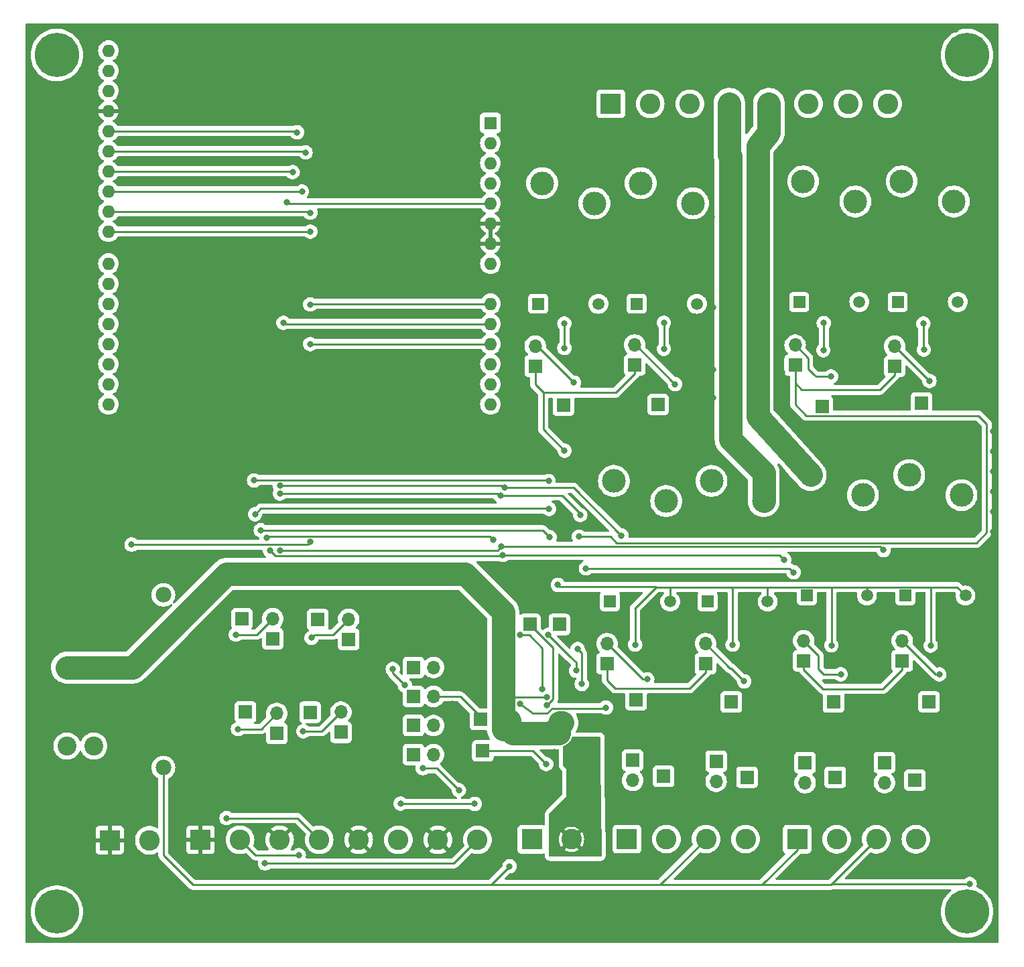
<source format=gbl>
G04 #@! TF.GenerationSoftware,KiCad,Pcbnew,7.0.8*
G04 #@! TF.CreationDate,2024-02-03T20:12:02-05:00*
G04 #@! TF.ProjectId,Control Box,436f6e74-726f-46c2-9042-6f782e6b6963,rev?*
G04 #@! TF.SameCoordinates,Original*
G04 #@! TF.FileFunction,Copper,L2,Bot*
G04 #@! TF.FilePolarity,Positive*
%FSLAX46Y46*%
G04 Gerber Fmt 4.6, Leading zero omitted, Abs format (unit mm)*
G04 Created by KiCad (PCBNEW 7.0.8) date 2024-02-03 20:12:02*
%MOMM*%
%LPD*%
G01*
G04 APERTURE LIST*
G04 #@! TA.AperFunction,ComponentPad*
%ADD10R,1.600000X1.600000*%
G04 #@! TD*
G04 #@! TA.AperFunction,ComponentPad*
%ADD11O,1.600000X1.600000*%
G04 #@! TD*
G04 #@! TA.AperFunction,ComponentPad*
%ADD12R,2.600000X2.600000*%
G04 #@! TD*
G04 #@! TA.AperFunction,ComponentPad*
%ADD13C,2.600000*%
G04 #@! TD*
G04 #@! TA.AperFunction,ComponentPad*
%ADD14R,1.700000X1.700000*%
G04 #@! TD*
G04 #@! TA.AperFunction,ComponentPad*
%ADD15O,1.700000X1.700000*%
G04 #@! TD*
G04 #@! TA.AperFunction,ComponentPad*
%ADD16R,1.500000X1.500000*%
G04 #@! TD*
G04 #@! TA.AperFunction,ComponentPad*
%ADD17C,1.500000*%
G04 #@! TD*
G04 #@! TA.AperFunction,ComponentPad*
%ADD18C,3.000000*%
G04 #@! TD*
G04 #@! TA.AperFunction,ComponentPad*
%ADD19C,2.400000*%
G04 #@! TD*
G04 #@! TA.AperFunction,ComponentPad*
%ADD20C,1.970000*%
G04 #@! TD*
G04 #@! TA.AperFunction,ComponentPad*
%ADD21C,5.600000*%
G04 #@! TD*
G04 #@! TA.AperFunction,ViaPad*
%ADD22C,0.800000*%
G04 #@! TD*
G04 #@! TA.AperFunction,Conductor*
%ADD23C,0.250000*%
G04 #@! TD*
G04 #@! TA.AperFunction,Conductor*
%ADD24C,3.000000*%
G04 #@! TD*
G04 APERTURE END LIST*
D10*
X84785000Y-295000D03*
D11*
X84785000Y-2835000D03*
X84785000Y-5375000D03*
X84785000Y-7915000D03*
X84785000Y-10455000D03*
X84785000Y-12995000D03*
X84785000Y-15535000D03*
X84785000Y-18075000D03*
X84785000Y-23155000D03*
X84785000Y-25695000D03*
X84785000Y-28235000D03*
X84785000Y-30775000D03*
X84785000Y-33315000D03*
X84785000Y-35855000D03*
X36525000Y-35855000D03*
X36525000Y-33315000D03*
X36525000Y-30775000D03*
X36525000Y-28235000D03*
X36525000Y-25695000D03*
X36525000Y-23155000D03*
X36525000Y-20615000D03*
X36525000Y-18075000D03*
X36525000Y-14015000D03*
X36525000Y-11475000D03*
X36525000Y-8935000D03*
X36525000Y-6395000D03*
X36525000Y-3855000D03*
X36525000Y-1315000D03*
X36525000Y1225000D03*
X36525000Y3765000D03*
X36525000Y6305000D03*
X36525000Y8845000D03*
D12*
X36700000Y-90975000D03*
D13*
X41700000Y-90975000D03*
D12*
X48150000Y-90925000D03*
D13*
X53150000Y-90925000D03*
X58150000Y-90925000D03*
X63150000Y-90925000D03*
X68150000Y-90925000D03*
X73150000Y-90925000D03*
X78150000Y-90925000D03*
X83150000Y-90925000D03*
D12*
X99975000Y2125000D03*
D13*
X104975000Y2125000D03*
X109975000Y2125000D03*
X114975000Y2125000D03*
X119975000Y2125000D03*
X124975000Y2125000D03*
X129975000Y2125000D03*
X134975000Y2125000D03*
D12*
X123540000Y-90850000D03*
D13*
X128540000Y-90850000D03*
X133540000Y-90850000D03*
X138540000Y-90850000D03*
D14*
X99510500Y-68664400D03*
D15*
X99510500Y-66124400D03*
D14*
X111956500Y-68664400D03*
D15*
X111956500Y-66124400D03*
D14*
X57784499Y-77486249D03*
D15*
X57784499Y-74946249D03*
D14*
X65888499Y-77330499D03*
D15*
X65888499Y-74790499D03*
D14*
X90443500Y-31028200D03*
D15*
X90443500Y-28488200D03*
D14*
X103016500Y-30901200D03*
D15*
X103016500Y-28361200D03*
D14*
X123283000Y-30925000D03*
D15*
X123283000Y-28385000D03*
D14*
X135856000Y-31052000D03*
D15*
X135856000Y-28512000D03*
D14*
X124366000Y-68295000D03*
D15*
X124366000Y-65755000D03*
D14*
X136812000Y-68295000D03*
D15*
X136812000Y-65755000D03*
D16*
X99891500Y-60790400D03*
D17*
X107491500Y-60790400D03*
D18*
X106991500Y-48090400D03*
X100391500Y-45550400D03*
D16*
X112210500Y-60790400D03*
D17*
X119810500Y-60790400D03*
D18*
X119310500Y-48090400D03*
X112710500Y-45550400D03*
D16*
X90824500Y-23154200D03*
D17*
X98424500Y-23154200D03*
D18*
X97924500Y-10454200D03*
X91324500Y-7914200D03*
D16*
X103270500Y-23154200D03*
D17*
X110870500Y-23154200D03*
D18*
X110370500Y-10454200D03*
X103770500Y-7914200D03*
D16*
X123791000Y-22924000D03*
D17*
X131391000Y-22924000D03*
D18*
X130891000Y-10224000D03*
X124291000Y-7684000D03*
D16*
X136237000Y-22924000D03*
D17*
X143837000Y-22924000D03*
D18*
X143337000Y-10224000D03*
X136737000Y-7684000D03*
D16*
X124747000Y-60040000D03*
D17*
X132347000Y-60040000D03*
D18*
X131847000Y-47340000D03*
X125247000Y-44800000D03*
D16*
X137193000Y-60040000D03*
D17*
X144793000Y-60040000D03*
D18*
X144293000Y-47340000D03*
X137693000Y-44800000D03*
D14*
X115216500Y-73500400D03*
X103193500Y-73236400D03*
X128350000Y-83011500D03*
X53847499Y-74755749D03*
X62001498Y-74792498D03*
X105959500Y-35889200D03*
X93999500Y-35981200D03*
X139247500Y-35684000D03*
X126697500Y-36134000D03*
X140200000Y-73475000D03*
X128112500Y-73502000D03*
X66877000Y-65570000D03*
D15*
X66877000Y-63030000D03*
D14*
X57288500Y-65506500D03*
D15*
X57288500Y-62966500D03*
D14*
X62974499Y-63095499D03*
X53385999Y-62969999D03*
D19*
X34675000Y-79070000D03*
X31275000Y-79070000D03*
X34675000Y-69150000D03*
X31275000Y-69150000D03*
D20*
X43475000Y-81800000D03*
X43475000Y-59960000D03*
D14*
X134560000Y-81150000D03*
D15*
X134560000Y-83690000D03*
D14*
X124540000Y-81170000D03*
D15*
X124540000Y-83710000D03*
D14*
X138433500Y-83372500D03*
X89800000Y-63700000D03*
D21*
X145000000Y8300000D03*
X145000000Y-100000000D03*
D14*
X75065000Y-72800000D03*
D15*
X77605000Y-72800000D03*
D14*
X75065000Y-76475000D03*
D15*
X77605000Y-76475000D03*
D14*
X75065000Y-80150000D03*
D15*
X77605000Y-80150000D03*
D14*
X102760000Y-80870000D03*
D15*
X102760000Y-83410000D03*
D14*
X93500000Y-63700000D03*
D21*
X30000000Y8300000D03*
D14*
X106670000Y-82910000D03*
D21*
X30000000Y-100000000D03*
D14*
X117200000Y-83010000D03*
D12*
X102025000Y-90825000D03*
D13*
X107025000Y-90825000D03*
X112025000Y-90825000D03*
X117025000Y-90825000D03*
D14*
X83825000Y-79675000D03*
X83550000Y-75700000D03*
X75075000Y-69125000D03*
D15*
X77615000Y-69125000D03*
D12*
X90025000Y-90875000D03*
D13*
X95025000Y-90875000D03*
D14*
X113300000Y-80985000D03*
D15*
X113300000Y-83525000D03*
D22*
X59075500Y-10325000D03*
X82799500Y-86375000D03*
X62024500Y-23250000D03*
X73425000Y-86350000D03*
X58625500Y-25550000D03*
X39450000Y-53600000D03*
X62024500Y-53250000D03*
X62025000Y-28250000D03*
X58175500Y-54324500D03*
X86175000Y-53850000D03*
X134450000Y-54300000D03*
X96137500Y-49849500D03*
X58175500Y-47149503D03*
X86050000Y-47400000D03*
X101325000Y-52450000D03*
X58175500Y-46150000D03*
X86550000Y-46425000D03*
X55769254Y-51783216D03*
X92275000Y-52664500D03*
X56493754Y-52775000D03*
X85175000Y-52975000D03*
X86350000Y-54900000D03*
X56932254Y-54324500D03*
X121925000Y-55525000D03*
X72450500Y-69350000D03*
X62024500Y-14025000D03*
X73975000Y-71400000D03*
X61098500Y-62712500D03*
X147075000Y-33475000D03*
X89009500Y-34639200D03*
X143202500Y-60591000D03*
X133954500Y-60802000D03*
X147075000Y-23475000D03*
X138396000Y-23495500D03*
X128172500Y-23241500D03*
X108937000Y-23705200D03*
X96476000Y-23281200D03*
X88937000Y-23705200D03*
X113988500Y-60853900D03*
X101796500Y-60599900D03*
X143202500Y-50591000D03*
X133202500Y-50591000D03*
X147075000Y-13475000D03*
X137075000Y-13475000D03*
X127075000Y-13475000D03*
X108937000Y-13705200D03*
X98937000Y-13705200D03*
X88937000Y-13705200D03*
X112769000Y-51341400D03*
X102769000Y-51341400D03*
X127943900Y-7099800D03*
X86594601Y-4178500D03*
X148275000Y-31630000D03*
X132725000Y-77900000D03*
X128350000Y-103325000D03*
X76425000Y-87950000D03*
X148275000Y-46870000D03*
X47070000Y-103325000D03*
X77475000Y-43875000D03*
X49875000Y-71575000D03*
X64850000Y11550000D03*
X41990000Y-103325000D03*
X107325000Y-4600000D03*
X26750000Y-18930000D03*
X148275000Y-57030000D03*
X68375000Y-38125000D03*
X110570000Y11550000D03*
X110300000Y-81775000D03*
X26750000Y-36710000D03*
X31830000Y-103325000D03*
X85550000Y-100975000D03*
X141600000Y-39275000D03*
X26750000Y-39250000D03*
X53175000Y-17325000D03*
X26750000Y-46870000D03*
X119005000Y-68092900D03*
X148275000Y-49410000D03*
X148275000Y-62110000D03*
X112600000Y-9175000D03*
X51975000Y-38425000D03*
X26750000Y-54490000D03*
X93225000Y6500000D03*
X148275000Y-87510000D03*
X109875000Y-100600000D03*
X148275000Y-3690000D03*
X142425000Y-77800000D03*
X148275000Y-1150000D03*
X92750000Y300000D03*
X121625000Y-31800000D03*
X135825000Y-100775000D03*
X26750000Y-26550000D03*
X148275000Y-24010000D03*
X70825000Y-65300000D03*
X130890000Y-103325000D03*
X121900000Y-81775000D03*
X38000000Y-99650000D03*
X39450000Y11550000D03*
X82630000Y-103325000D03*
X26750000Y-51950000D03*
X26750000Y-29090000D03*
X36910000Y-103325000D03*
X26750000Y-90050000D03*
X128600000Y-49975000D03*
X26750000Y-31630000D03*
X130458500Y-30036000D03*
X91100000Y3325000D03*
X148275000Y-64650000D03*
X72470000Y-103325000D03*
X148275000Y-74810000D03*
X121850000Y-35450000D03*
X125810000Y11550000D03*
X26750000Y-64650000D03*
X82630000Y11550000D03*
X148275000Y-39250000D03*
X33175000Y-48275000D03*
X97809500Y-30520200D03*
X112575000Y-27000000D03*
X26750000Y-77350000D03*
X148275000Y-54490000D03*
X129000000Y-55950000D03*
X115650000Y-103325000D03*
X112875000Y-35050000D03*
X121700000Y-23525000D03*
X92075000Y-84050000D03*
X100410000Y11550000D03*
X102950000Y11550000D03*
X148275000Y-92590000D03*
X105490000Y11550000D03*
X130925000Y-76050000D03*
X75575000Y-6050000D03*
X104750000Y-57850000D03*
X26750000Y-11310000D03*
X26750000Y-97670000D03*
X60146000Y-69888000D03*
X69930000Y11550000D03*
X26750000Y-87510000D03*
X112700000Y-12150000D03*
X138510000Y11550000D03*
X118190000Y-103325000D03*
X68225000Y5750000D03*
X119600000Y-100300000D03*
X123270000Y-103325000D03*
X110675000Y-38525000D03*
X67575000Y-30775000D03*
X148275000Y-69730000D03*
X105490000Y-103325000D03*
X64850000Y-103325000D03*
X90250000Y11550000D03*
X148275000Y-41790000D03*
X26750000Y1390000D03*
X130890000Y11550000D03*
X43375000Y6975000D03*
X57230000Y11550000D03*
X120730000Y-103325000D03*
X77550000Y-103325000D03*
X144450000Y-81200000D03*
X79950000Y-73750000D03*
X148275000Y6470000D03*
X121475000Y-9650000D03*
X81525000Y-77650000D03*
X100410000Y-103325000D03*
X109825000Y-75825000D03*
X142950000Y-92625000D03*
X92790000Y-103325000D03*
X95600500Y-72887701D03*
X97870000Y-103325000D03*
X128350000Y11550000D03*
X133430000Y11550000D03*
X62310000Y-103325000D03*
X123650000Y-75450000D03*
X26750000Y-57030000D03*
X47070000Y11550000D03*
X120730000Y11550000D03*
X102950000Y-103325000D03*
X69930000Y-103325000D03*
X39450000Y-103325000D03*
X67390000Y11550000D03*
X72470000Y11550000D03*
X121625000Y-26800000D03*
X148275000Y-95130000D03*
X30150000Y-32225000D03*
X34725000Y-51525000D03*
X29500000Y-88700000D03*
X148275000Y-13850000D03*
X148275000Y-16390000D03*
X41990000Y11550000D03*
X148275000Y-44330000D03*
X148275000Y-8770000D03*
X148275000Y-59570000D03*
X41475000Y-43425000D03*
X26750000Y-95130000D03*
X148275000Y-102750000D03*
X77950000Y-7100000D03*
X53325000Y4050000D03*
X121450000Y-5075000D03*
X72425000Y-17950000D03*
X121700000Y-16375000D03*
X96600000Y-60425000D03*
X30925000Y-93750000D03*
X140425000Y-49775000D03*
X148275000Y-11310000D03*
X86675000Y-56850000D03*
X86100000Y-42000000D03*
X148275000Y11550000D03*
X110382500Y-29948700D03*
X144925000Y-675000D03*
X26750000Y3930000D03*
X26750000Y11550000D03*
X73325000Y-450000D03*
X85170000Y-103325000D03*
X65975000Y-88000000D03*
X148275000Y-51950000D03*
X26750000Y-1150000D03*
X133430000Y-103325000D03*
X148275000Y-77350000D03*
X108030000Y11550000D03*
X125825000Y-38750000D03*
X26750000Y-82430000D03*
X31350000Y-400000D03*
X85170000Y11550000D03*
X80090000Y-103325000D03*
X95330000Y-103325000D03*
X42950000Y-100400000D03*
X26750000Y-13850000D03*
X103675000Y-78600000D03*
X130225000Y-39100000D03*
X26750000Y-92590000D03*
X26750000Y-84970000D03*
X67625000Y-43975000D03*
X77550000Y11550000D03*
X148275000Y-29090000D03*
X96200000Y8625000D03*
X112925000Y-31500000D03*
X26750000Y-74810000D03*
X26750000Y-67190000D03*
X80125000Y-50250000D03*
X26750000Y-8770000D03*
X82425000Y6350000D03*
X54690000Y-103325000D03*
X26750000Y6470000D03*
X46100000Y-70775000D03*
X131414500Y-67406000D03*
X79075000Y-33125000D03*
X31830000Y11550000D03*
X89650000Y-59825000D03*
X137250000Y-38975000D03*
X143590000Y11550000D03*
X141050000Y-103325000D03*
X26750000Y-72270000D03*
X52150000Y-103325000D03*
X148275000Y-6230000D03*
X26750000Y-16390000D03*
X125810000Y-103325000D03*
X100800000Y-84900000D03*
X112625000Y-19850000D03*
X115650000Y11550000D03*
X90250000Y-103325000D03*
X108300000Y-39775000D03*
X144241500Y-67215500D03*
X26750000Y-59570000D03*
X49610000Y11550000D03*
X144600000Y-41800000D03*
X112900000Y-23575000D03*
X148275000Y1390000D03*
X96825000Y-100250000D03*
X148275000Y-18930000D03*
X148275000Y-36710000D03*
X44530000Y11550000D03*
X83800000Y-83850000D03*
X113110000Y11550000D03*
X148275000Y-84970000D03*
X45450000Y4100000D03*
X111950000Y-72500000D03*
X45150000Y-79025000D03*
X121575000Y-13650000D03*
X118190000Y11550000D03*
X67850000Y-4925000D03*
X148275000Y-21470000D03*
X95330000Y11550000D03*
X92790000Y11550000D03*
X148275000Y-72270000D03*
X75010000Y11550000D03*
X70500000Y-80550000D03*
X107575000Y-7475000D03*
X26750000Y-79890000D03*
X50025000Y-50775000D03*
X139700000Y-57225000D03*
X54690000Y11550000D03*
X128700000Y-100825000D03*
X123270000Y11550000D03*
X135970000Y-103325000D03*
X58125000Y8050000D03*
X31800000Y-9075000D03*
X143476000Y-30290000D03*
X148275000Y-97670000D03*
X26750000Y-41790000D03*
X26750000Y-24010000D03*
X26750000Y-69730000D03*
X148275000Y3930000D03*
X75010000Y-103325000D03*
X79350000Y-19075000D03*
X87710000Y-103325000D03*
X44530000Y-103325000D03*
X148275000Y-79890000D03*
X87710000Y11550000D03*
X112525000Y-15275000D03*
X121575000Y-20050000D03*
X26750000Y-44330000D03*
X148275000Y-67190000D03*
X99175000Y-42425000D03*
X36910000Y11550000D03*
X148275000Y-82430000D03*
X34370000Y11550000D03*
X107675000Y-10725000D03*
X148275000Y-26550000D03*
X59770000Y11550000D03*
X26750000Y-103325000D03*
X110570000Y-103325000D03*
X141400000Y3050000D03*
X31675000Y-42950000D03*
X26750000Y-3690000D03*
X138510000Y-103325000D03*
X59770000Y-103325000D03*
X50175000Y-29100000D03*
X100875000Y-40150000D03*
X26750000Y-49410000D03*
X134125000Y-38975000D03*
X32375000Y-18700000D03*
X57230000Y-103325000D03*
X26750000Y-6230000D03*
X107130500Y-67330900D03*
X113110000Y-103325000D03*
X141050000Y11550000D03*
X34370000Y-103325000D03*
X148275000Y-90050000D03*
X62310000Y11550000D03*
X108030000Y-103325000D03*
X49610000Y-103325000D03*
X148275000Y-34170000D03*
X135970000Y11550000D03*
X49450000Y-43925000D03*
X107925000Y-75125000D03*
X67390000Y-103325000D03*
X104075000Y-39800000D03*
X52150000Y11550000D03*
X26750000Y-21470000D03*
X26750000Y-34170000D03*
X50825000Y-62100000D03*
X97870000Y11550000D03*
X123500000Y-38175000D03*
X75025000Y-62275000D03*
X74775000Y-34875000D03*
X80090000Y11550000D03*
X26750000Y-62110000D03*
X142950000Y-86425000D03*
X64500000Y2100000D03*
X62024500Y-11650000D03*
X60974500Y-8975000D03*
X59800000Y-6500000D03*
X61424500Y-4025000D03*
X60350000Y-1475000D03*
X92200000Y-49089500D03*
X55044754Y-49775000D03*
X54926000Y-45475000D03*
X92125000Y-45575000D03*
X93300000Y-58700000D03*
X115385500Y-66251400D03*
X103066500Y-66251400D03*
X106699500Y-25567200D03*
X76250000Y-81875000D03*
X126902500Y-25591000D03*
X87200000Y-94275000D03*
X94126500Y-28742200D03*
X106699500Y-28869200D03*
X140400000Y-66375000D03*
X139475500Y-25654500D03*
X127858500Y-66326500D03*
X139539000Y-28956500D03*
X126839000Y-29020000D03*
X145325000Y-96525000D03*
X94126500Y-25630700D03*
X80800000Y-84650000D03*
X56300000Y-93900000D03*
X51450000Y-88175000D03*
X60575000Y-92875000D03*
X94150000Y-41725000D03*
X95975000Y-52600000D03*
X123100000Y-57100000D03*
X96850000Y-56600000D03*
X98125000Y-87275000D03*
X96525000Y-87125000D03*
X97250000Y-88575000D03*
X94650000Y-86950000D03*
X95825000Y-80675000D03*
X93475000Y-88250000D03*
X95525000Y-88325000D03*
X97650000Y-80775000D03*
X96600000Y-81575000D03*
X94875000Y-81375000D03*
X91825000Y-81350000D03*
X88525000Y-73775000D03*
X99374500Y-74200000D03*
X86375000Y-76975000D03*
X92850000Y-77150000D03*
X91900000Y-72875000D03*
X93500000Y-76125000D03*
X87150000Y-75825000D03*
X86400000Y-70375000D03*
X104590500Y-70632900D03*
X116846000Y-70886900D03*
X52894999Y-76914749D03*
X61125999Y-77203499D03*
X52625000Y-64975000D03*
X62178000Y-65379500D03*
X95333000Y-33123700D03*
X108096500Y-33314200D03*
X127825000Y-32350000D03*
X140251424Y-32907424D03*
X129050000Y-70000000D03*
X141500000Y-70000000D03*
X91949861Y-73900540D03*
X88499500Y-65050000D03*
X91350000Y-71900000D03*
X95600500Y-69525000D03*
X92100000Y-65025000D03*
X96325000Y-71224500D03*
X95800000Y-66800000D03*
D23*
X59075500Y-10325000D02*
X59205500Y-10455000D01*
X59205500Y-10455000D02*
X84785000Y-10455000D01*
X62024500Y-23250000D02*
X62119500Y-23155000D01*
X73950000Y-86375000D02*
X82799500Y-86375000D01*
X73425000Y-86350000D02*
X73950000Y-86375000D01*
X62119500Y-23155000D02*
X84785000Y-23155000D01*
X58770500Y-25695000D02*
X84785000Y-25695000D01*
X58625500Y-25550000D02*
X58770500Y-25695000D01*
X62685000Y-28235000D02*
X84785000Y-28235000D01*
X61674500Y-53600000D02*
X62024500Y-53250000D01*
X39450000Y-53600000D02*
X61674500Y-53600000D01*
X62025000Y-28250000D02*
X62685000Y-28235000D01*
X86175000Y-53850000D02*
X134000000Y-53850000D01*
X85700500Y-54324500D02*
X86175000Y-53850000D01*
X134000000Y-53850000D02*
X134450000Y-54300000D01*
X58175500Y-54324500D02*
X85700500Y-54324500D01*
X58175500Y-47149503D02*
X85799503Y-47149503D01*
X86050000Y-47400000D02*
X93825000Y-47400000D01*
X93825000Y-47400000D02*
X95937500Y-49512500D01*
X85799503Y-47149503D02*
X86050000Y-47400000D01*
X58175500Y-46150000D02*
X86275000Y-46150000D01*
X101325000Y-52450000D02*
X95300000Y-46425000D01*
X95300000Y-46425000D02*
X95125000Y-46425000D01*
X86275000Y-46150000D02*
X86550000Y-46425000D01*
X86550000Y-46425000D02*
X95125000Y-46425000D01*
X91393716Y-51783216D02*
X92275000Y-52664500D01*
X55769254Y-51783216D02*
X91393716Y-51783216D01*
X56493754Y-52775000D02*
X56743754Y-52525000D01*
X84725000Y-52525000D02*
X85175000Y-52975000D01*
X56743754Y-52525000D02*
X84725000Y-52525000D01*
X121300000Y-54900000D02*
X121925000Y-55525000D01*
X57218254Y-54610500D02*
X57657254Y-55049500D01*
X86350000Y-54900000D02*
X94875000Y-54900000D01*
X56932254Y-54324500D02*
X57657254Y-55049500D01*
X94875000Y-54900000D02*
X95125000Y-54900000D01*
X86200500Y-55049500D02*
X86350000Y-54900000D01*
X95125000Y-54900000D02*
X121300000Y-54900000D01*
X57657254Y-55049500D02*
X86200500Y-55049500D01*
X72450500Y-69875500D02*
X72450500Y-69350000D01*
X62024500Y-14025000D02*
X62014500Y-14015000D01*
X73975000Y-71400000D02*
X72450500Y-69875500D01*
X62014500Y-14015000D02*
X36525000Y-14015000D01*
X111956500Y-69764400D02*
X109945000Y-71775900D01*
X99510500Y-70759900D02*
X99510500Y-68664400D01*
X111956500Y-69764400D02*
X111956500Y-68664400D01*
X100526500Y-71775900D02*
X99510500Y-70759900D01*
X109945000Y-71775900D02*
X100526500Y-71775900D01*
X62024500Y-11650000D02*
X61849500Y-11475000D01*
X61849500Y-11475000D02*
X36525000Y-11475000D01*
X60974500Y-8975000D02*
X60934500Y-8935000D01*
X60934500Y-8935000D02*
X36525000Y-8935000D01*
X59800000Y-6500000D02*
X59695000Y-6395000D01*
X59695000Y-6395000D02*
X36525000Y-6395000D01*
X61254500Y-3855000D02*
X36525000Y-3855000D01*
X61424500Y-4025000D02*
X61254500Y-3855000D01*
X60350000Y-1475000D02*
X60190000Y-1315000D01*
X60190000Y-1315000D02*
X36525000Y-1315000D01*
X92010500Y-48900000D02*
X91885500Y-49025000D01*
X91885500Y-49025000D02*
X55794754Y-49025000D01*
X92200000Y-49089500D02*
X92010500Y-48900000D01*
X55794754Y-49025000D02*
X55044754Y-49775000D01*
X54976000Y-45425000D02*
X91975000Y-45425000D01*
X91975000Y-45425000D02*
X92125000Y-45575000D01*
X54926000Y-45475000D02*
X54976000Y-45425000D01*
X119775000Y-58965000D02*
X127875000Y-58965000D01*
X127790000Y-96600000D02*
X127882500Y-96507500D01*
X76250000Y-81875000D02*
X78025000Y-81875000D01*
X119810500Y-59000500D02*
X119775000Y-58965000D01*
X127858500Y-63024500D02*
X127858500Y-66326500D01*
X115150000Y-58965000D02*
X119775000Y-58965000D01*
X93550000Y-58950000D02*
X93300000Y-58700000D01*
X139475500Y-28893000D02*
X139539000Y-28956500D01*
X139475500Y-25654500D02*
X139475500Y-28893000D01*
X115385500Y-59200500D02*
X115150000Y-58965000D01*
X87200000Y-94275000D02*
X84875000Y-96600000D01*
X132347000Y-59137000D02*
X132175000Y-58965000D01*
X141775000Y-96525000D02*
X145325000Y-96525000D01*
X126902500Y-25591000D02*
X126902500Y-28956500D01*
X105735000Y-58965000D02*
X105720000Y-58950000D01*
X105735000Y-58965000D02*
X107500000Y-58965000D01*
X143718000Y-58965000D02*
X144793000Y-60040000D01*
X107491500Y-58973500D02*
X107500000Y-58965000D01*
X84875000Y-96600000D02*
X106250000Y-96600000D01*
X47175000Y-96600000D02*
X43475000Y-92900000D01*
X127875000Y-58965000D02*
X132175000Y-58965000D01*
X140400000Y-59015000D02*
X140450000Y-58965000D01*
X127882500Y-96507500D02*
X133540000Y-90850000D01*
X140400000Y-66375000D02*
X140400000Y-59015000D01*
X94126500Y-25630700D02*
X94126500Y-28742200D01*
X119090000Y-96600000D02*
X127790000Y-96600000D01*
X126902500Y-28956500D02*
X126839000Y-29020000D01*
X107491500Y-60790400D02*
X107491500Y-58973500D01*
X78025000Y-81875000D02*
X80800000Y-84650000D01*
X127900000Y-96525000D02*
X141775000Y-96525000D01*
X105720000Y-58950000D02*
X93550000Y-58950000D01*
X106250000Y-96600000D02*
X112025000Y-90825000D01*
X107500000Y-58965000D02*
X115150000Y-58965000D01*
X127882500Y-96507500D02*
X127900000Y-96525000D01*
X43475000Y-81800000D02*
X43475000Y-92900000D01*
X84875000Y-96600000D02*
X47175000Y-96600000D01*
X106699500Y-25567200D02*
X106699500Y-28869200D01*
X103066500Y-61716500D02*
X103025000Y-61675000D01*
X119810500Y-60790400D02*
X119810500Y-59000500D01*
X132175000Y-58965000D02*
X140450000Y-58965000D01*
X119090000Y-96600000D02*
X123540000Y-92150000D01*
X127875000Y-63008000D02*
X127875000Y-58965000D01*
X132347000Y-60040000D02*
X132347000Y-59137000D01*
X123540000Y-92150000D02*
X123540000Y-90850000D01*
X140450000Y-58965000D02*
X143718000Y-58965000D01*
X127858500Y-63024500D02*
X127875000Y-63008000D01*
X103066500Y-66251400D02*
X103066500Y-61716500D01*
X115385500Y-66251400D02*
X115385500Y-59200500D01*
X106250000Y-96600000D02*
X119090000Y-96600000D01*
X103025000Y-61675000D02*
X105735000Y-58965000D01*
X56300000Y-93900000D02*
X80175000Y-93900000D01*
X80175000Y-93900000D02*
X83150000Y-90925000D01*
X51450000Y-88175000D02*
X60400000Y-88175000D01*
X60400000Y-88175000D02*
X63150000Y-90925000D01*
X55100000Y-92875000D02*
X53150000Y-90925000D01*
X60575000Y-92875000D02*
X55100000Y-92875000D01*
X100624000Y-34393700D02*
X91459500Y-34393700D01*
X103016500Y-30901200D02*
X103016500Y-32001200D01*
X90443500Y-33377700D02*
X90443500Y-31028200D01*
X103016500Y-32001200D02*
X100624000Y-34393700D01*
X94150000Y-41725000D02*
X91459500Y-39034500D01*
X91459500Y-39034500D02*
X91459500Y-34393700D01*
X91459500Y-34393700D02*
X90443500Y-33377700D01*
X133971500Y-34036500D02*
X124108500Y-34036500D01*
X146175000Y-53375000D02*
X147475000Y-52075000D01*
X95975000Y-52600000D02*
X99925000Y-52600000D01*
X147475000Y-38325000D02*
X146459000Y-37309000D01*
X99925000Y-52600000D02*
X100700000Y-53375000D01*
X135856000Y-32152000D02*
X133971500Y-34036500D01*
X146459000Y-37309000D02*
X124692000Y-37309000D01*
X100700000Y-53375000D02*
X146175000Y-53375000D01*
X123283000Y-33211000D02*
X123283000Y-30925000D01*
X123283000Y-35900000D02*
X123283000Y-33211000D01*
X135856000Y-31052000D02*
X135856000Y-32152000D01*
X124108500Y-34036500D02*
X123283000Y-33211000D01*
X124692000Y-37309000D02*
X123283000Y-35900000D01*
X147475000Y-52075000D02*
X147475000Y-38325000D01*
X96850000Y-56600000D02*
X122600000Y-56600000D01*
X122600000Y-56600000D02*
X123100000Y-57100000D01*
X136812000Y-68295000D02*
X136812000Y-69395000D01*
X136812000Y-69395000D02*
X134356000Y-71851000D01*
X126822000Y-71851000D02*
X124366000Y-69395000D01*
X134356000Y-71851000D02*
X126822000Y-71851000D01*
X124366000Y-69395000D02*
X124366000Y-68295000D01*
X91825000Y-81350000D02*
X90150000Y-79675000D01*
X90150000Y-79675000D02*
X83825000Y-79675000D01*
X90150000Y-74950000D02*
X91925000Y-74950000D01*
X88525000Y-73775000D02*
X90150000Y-74950000D01*
X80950000Y-72800000D02*
X83850000Y-75700000D01*
X92575000Y-74300000D02*
X99274500Y-74300000D01*
X99274500Y-74300000D02*
X99374500Y-74200000D01*
X77605000Y-72800000D02*
X80950000Y-72800000D01*
X91925000Y-74950000D02*
X92575000Y-74300000D01*
D24*
X51425000Y-57300000D02*
X81000000Y-57300000D01*
X86400000Y-62100000D02*
X86400000Y-70375000D01*
X93150000Y-77450000D02*
X93450000Y-77450000D01*
X93500000Y-76500000D02*
X93500000Y-76125000D01*
X87600000Y-77450000D02*
X92550000Y-77450000D01*
X86150000Y-61850000D02*
X86400000Y-62100000D01*
X93500000Y-76125000D02*
X93875000Y-76125000D01*
X34675000Y-69150000D02*
X39575000Y-69150000D01*
D23*
X86575000Y-72875000D02*
X86400000Y-73050000D01*
D24*
X81600000Y-57300000D02*
X86150000Y-61850000D01*
X39575000Y-69150000D02*
X51425000Y-57300000D01*
X86375000Y-76975000D02*
X87125000Y-76975000D01*
X87125000Y-76975000D02*
X87600000Y-77450000D01*
X87150000Y-75825000D02*
X86400000Y-76250000D01*
D23*
X91900000Y-72875000D02*
X86575000Y-72875000D01*
D24*
X86400000Y-70375000D02*
X86400000Y-73050000D01*
X86375000Y-76225000D02*
X86375000Y-76975000D01*
X86400000Y-73050000D02*
X86400000Y-76225000D01*
X92850000Y-77150000D02*
X93150000Y-77450000D01*
X86400000Y-76250000D02*
X86375000Y-76225000D01*
X92550000Y-77450000D02*
X93500000Y-76500000D01*
X81000000Y-57300000D02*
X81600000Y-57300000D01*
X93875000Y-76125000D02*
X92850000Y-77150000D01*
X31275000Y-69150000D02*
X34675000Y-69150000D01*
X118550000Y-3200000D02*
X119975000Y-1474517D01*
X125247000Y-44800000D02*
X118550000Y-37375000D01*
X119975000Y-1474517D02*
X119975000Y2125000D01*
X118550000Y-37375000D02*
X118550000Y-3200000D01*
X115125000Y-4450000D02*
X114975000Y-4300000D01*
X114975000Y-4300000D02*
X114975000Y2125000D01*
X119310500Y-44510500D02*
X119310500Y-48090400D01*
X115125000Y-4450000D02*
X115125000Y-40325000D01*
X115125000Y-40325000D02*
X119310500Y-44510500D01*
D23*
X104590500Y-70632900D02*
X104019000Y-70632900D01*
X104019000Y-70632900D02*
X99510500Y-66124400D01*
X115068000Y-69235900D02*
X115195000Y-69235900D01*
X115195000Y-69235900D02*
X116846000Y-70886900D01*
X115068000Y-69235900D02*
X111956500Y-66124400D01*
X52894999Y-76914749D02*
X55815999Y-76914749D01*
X55815999Y-76914749D02*
X57784499Y-74946249D01*
X63475499Y-77203499D02*
X65888499Y-74790499D01*
X61125999Y-77203499D02*
X63475499Y-77203499D01*
X52625000Y-64975000D02*
X55280000Y-64975000D01*
X55280000Y-64975000D02*
X57288500Y-62966500D01*
X66027001Y-63879999D02*
X66877000Y-63030000D01*
X62577999Y-64979501D02*
X64927499Y-64979501D01*
X64927499Y-64979501D02*
X66027001Y-63879999D01*
X62178000Y-65379500D02*
X62577999Y-64979501D01*
X95333000Y-33123700D02*
X90697500Y-28488200D01*
X90697500Y-28488200D02*
X90443500Y-28488200D01*
X108096500Y-33314200D02*
X103143500Y-28361200D01*
X103143500Y-28361200D02*
X103016500Y-28361200D01*
X125644750Y-32080250D02*
X124934000Y-31369500D01*
X124934000Y-31369500D02*
X124934000Y-30036000D01*
X125914500Y-32350000D02*
X125644750Y-32080250D01*
X127825000Y-32350000D02*
X125914500Y-32350000D01*
X124934000Y-30036000D02*
X123283000Y-28385000D01*
X135856000Y-28512000D02*
X140251424Y-32907424D01*
X129050000Y-70000000D02*
X126896500Y-70000000D01*
X126207500Y-67596500D02*
X126207500Y-69311000D01*
X124366000Y-65755000D02*
X126207500Y-67596500D01*
X126896500Y-70000000D02*
X126207500Y-69311000D01*
X141057000Y-70000000D02*
X141500000Y-70000000D01*
X136812000Y-65755000D02*
X141057000Y-70000000D01*
X89800000Y-63750000D02*
X92700000Y-66650000D01*
X92700000Y-72950000D02*
X92700000Y-73150401D01*
X92700000Y-66650000D02*
X92700000Y-72950000D01*
X92700000Y-73150401D02*
X91949861Y-73900540D01*
X89800000Y-63700000D02*
X89800000Y-63750000D01*
X89700000Y-65050000D02*
X88499500Y-65050000D01*
X91350000Y-66700000D02*
X89700000Y-65050000D01*
X91350000Y-71900000D02*
X91350000Y-66700000D01*
X95600500Y-69525000D02*
X95600500Y-68525500D01*
X95600500Y-68525500D02*
X94806551Y-67731551D01*
X92100000Y-65025000D02*
X94806551Y-67731551D01*
X96325000Y-67325000D02*
X95800000Y-66800000D01*
X96325000Y-71224500D02*
X96325000Y-67325000D01*
G04 #@! TA.AperFunction,Conductor*
G36*
X85035000Y-15099498D02*
G01*
X84927315Y-15050320D01*
X84820763Y-15035000D01*
X84749237Y-15035000D01*
X84642685Y-15050320D01*
X84535000Y-15099498D01*
X84535000Y-13430501D01*
X84642685Y-13479680D01*
X84749237Y-13495000D01*
X84820763Y-13495000D01*
X84927315Y-13479680D01*
X85035000Y-13430501D01*
X85035000Y-15099498D01*
G37*
G04 #@! TD.AperFunction*
G04 #@! TA.AperFunction,Conductor*
G36*
X148912539Y12249815D02*
G01*
X148958294Y12197011D01*
X148969500Y12145500D01*
X148969500Y-103845500D01*
X148949815Y-103912539D01*
X148897011Y-103958294D01*
X148845500Y-103969500D01*
X26154500Y-103969500D01*
X26087461Y-103949815D01*
X26041706Y-103897011D01*
X26030500Y-103845500D01*
X26030500Y-100000002D01*
X26686641Y-100000002D01*
X26706063Y-100358234D01*
X26764106Y-100712279D01*
X26764107Y-100712282D01*
X26860082Y-101057955D01*
X26860083Y-101057957D01*
X26992872Y-101391233D01*
X26992881Y-101391251D01*
X27160928Y-101708220D01*
X27160929Y-101708223D01*
X27362256Y-102005157D01*
X27362264Y-102005167D01*
X27594508Y-102278586D01*
X27594516Y-102278595D01*
X27854977Y-102525317D01*
X28140586Y-102742431D01*
X28447995Y-102927393D01*
X28447997Y-102927394D01*
X28447999Y-102927395D01*
X28448003Y-102927397D01*
X28773588Y-103078028D01*
X28773599Y-103078033D01*
X29113583Y-103192587D01*
X29463958Y-103269711D01*
X29820618Y-103308500D01*
X29820624Y-103308500D01*
X30179376Y-103308500D01*
X30179382Y-103308500D01*
X30536042Y-103269711D01*
X30886417Y-103192587D01*
X31226401Y-103078033D01*
X31552005Y-102927393D01*
X31859414Y-102742431D01*
X32145023Y-102525317D01*
X32405484Y-102278595D01*
X32637742Y-102005159D01*
X32839075Y-101708215D01*
X33007123Y-101391243D01*
X33139915Y-101057961D01*
X33235895Y-100712274D01*
X33293936Y-100358237D01*
X33313359Y-100000000D01*
X33293936Y-99641763D01*
X33235895Y-99287726D01*
X33192673Y-99132057D01*
X33139917Y-98942044D01*
X33139916Y-98942042D01*
X33007127Y-98608766D01*
X33007118Y-98608748D01*
X32839075Y-98291785D01*
X32839071Y-98291779D01*
X32839070Y-98291776D01*
X32637743Y-97994842D01*
X32637735Y-97994832D01*
X32405491Y-97721413D01*
X32405486Y-97721407D01*
X32405484Y-97721405D01*
X32145023Y-97474683D01*
X32145016Y-97474677D01*
X32145013Y-97474675D01*
X32022069Y-97381216D01*
X31859414Y-97257569D01*
X31552005Y-97072607D01*
X31552004Y-97072606D01*
X31552000Y-97072604D01*
X31551996Y-97072602D01*
X31226411Y-96921971D01*
X31226406Y-96921969D01*
X31226401Y-96921967D01*
X31060678Y-96866128D01*
X30886416Y-96807412D01*
X30536040Y-96730288D01*
X30179383Y-96691500D01*
X30179382Y-96691500D01*
X29820618Y-96691500D01*
X29820616Y-96691500D01*
X29463959Y-96730288D01*
X29113583Y-96807412D01*
X28862719Y-96891939D01*
X28773599Y-96921967D01*
X28773596Y-96921968D01*
X28773588Y-96921971D01*
X28448003Y-97072602D01*
X28447999Y-97072604D01*
X28246749Y-97193693D01*
X28140586Y-97257569D01*
X28084576Y-97300147D01*
X27854986Y-97474675D01*
X27854977Y-97474683D01*
X27594513Y-97721407D01*
X27594508Y-97721413D01*
X27362264Y-97994832D01*
X27362256Y-97994842D01*
X27160929Y-98291776D01*
X27160928Y-98291779D01*
X26992881Y-98608748D01*
X26992872Y-98608766D01*
X26860083Y-98942042D01*
X26860082Y-98942044D01*
X26764107Y-99287717D01*
X26764106Y-99287720D01*
X26706063Y-99641765D01*
X26686641Y-99999997D01*
X26686641Y-100000002D01*
X26030500Y-100000002D01*
X26030500Y-92322844D01*
X34900000Y-92322844D01*
X34906401Y-92382372D01*
X34906403Y-92382379D01*
X34956645Y-92517086D01*
X34956649Y-92517093D01*
X35042809Y-92632187D01*
X35042812Y-92632190D01*
X35157906Y-92718350D01*
X35157913Y-92718354D01*
X35292620Y-92768596D01*
X35292627Y-92768598D01*
X35352155Y-92774999D01*
X35352172Y-92775000D01*
X36450000Y-92775000D01*
X36450000Y-91579310D01*
X36458817Y-91584158D01*
X36617886Y-91625000D01*
X36740894Y-91625000D01*
X36862933Y-91609583D01*
X36950000Y-91575110D01*
X36950000Y-92775000D01*
X38047828Y-92775000D01*
X38047844Y-92774999D01*
X38107372Y-92768598D01*
X38107379Y-92768596D01*
X38242086Y-92718354D01*
X38242093Y-92718350D01*
X38357187Y-92632190D01*
X38357190Y-92632187D01*
X38443350Y-92517093D01*
X38443354Y-92517086D01*
X38493596Y-92382379D01*
X38493598Y-92382372D01*
X38499999Y-92322844D01*
X38500000Y-92322827D01*
X38500000Y-91225000D01*
X37300728Y-91225000D01*
X37323100Y-91177457D01*
X37353873Y-91016138D01*
X37351285Y-90975004D01*
X39886429Y-90975004D01*
X39906683Y-91245289D01*
X39906684Y-91245294D01*
X39966997Y-91509545D01*
X39966999Y-91509554D01*
X39967001Y-91509559D01*
X40066029Y-91761879D01*
X40201557Y-91996621D01*
X40370558Y-92208542D01*
X40569257Y-92392907D01*
X40793215Y-92545599D01*
X41037428Y-92663206D01*
X41296442Y-92743101D01*
X41296443Y-92743101D01*
X41296446Y-92743102D01*
X41564464Y-92783499D01*
X41564469Y-92783499D01*
X41564472Y-92783500D01*
X41564473Y-92783500D01*
X41835527Y-92783500D01*
X41835528Y-92783500D01*
X41891922Y-92775000D01*
X42103553Y-92743102D01*
X42103554Y-92743101D01*
X42103558Y-92743101D01*
X42362572Y-92663206D01*
X42606786Y-92545599D01*
X42647650Y-92517737D01*
X42714126Y-92496238D01*
X42781676Y-92514091D01*
X42828851Y-92565631D01*
X42841500Y-92620192D01*
X42841500Y-92816366D01*
X42839761Y-92832113D01*
X42840032Y-92832139D01*
X42839298Y-92839905D01*
X42841500Y-92909957D01*
X42841500Y-92939859D01*
X42842384Y-92946856D01*
X42842842Y-92952679D01*
X42844326Y-92999889D01*
X42844327Y-92999891D01*
X42850022Y-93019495D01*
X42853967Y-93038542D01*
X42856526Y-93058797D01*
X42856527Y-93058800D01*
X42856528Y-93058803D01*
X42873914Y-93102716D01*
X42875806Y-93108244D01*
X42888981Y-93153592D01*
X42899372Y-93171162D01*
X42907932Y-93188635D01*
X42915447Y-93207617D01*
X42943209Y-93245827D01*
X42946418Y-93250712D01*
X42964932Y-93282019D01*
X42970458Y-93291362D01*
X42970462Y-93291366D01*
X42984889Y-93305793D01*
X42997527Y-93320589D01*
X43009528Y-93337107D01*
X43009530Y-93337109D01*
X43011560Y-93338788D01*
X43045931Y-93367222D01*
X43050231Y-93371135D01*
X44862596Y-95183500D01*
X46667910Y-96988814D01*
X46677816Y-97001178D01*
X46678026Y-97001005D01*
X46683001Y-97007019D01*
X46734094Y-97054999D01*
X46751698Y-97072602D01*
X46755230Y-97076134D01*
X46760802Y-97080456D01*
X46765242Y-97084249D01*
X46799678Y-97116586D01*
X46817567Y-97126420D01*
X46833833Y-97137104D01*
X46849959Y-97149613D01*
X46893298Y-97168367D01*
X46898545Y-97170937D01*
X46939940Y-97193695D01*
X46959718Y-97198773D01*
X46978119Y-97205073D01*
X46996855Y-97213181D01*
X47041362Y-97220229D01*
X47043503Y-97220569D01*
X47049212Y-97221751D01*
X47094970Y-97233500D01*
X47115384Y-97233500D01*
X47134783Y-97235027D01*
X47154943Y-97238220D01*
X47201966Y-97233775D01*
X47207804Y-97233500D01*
X84791366Y-97233500D01*
X84807113Y-97235238D01*
X84807139Y-97234968D01*
X84814905Y-97235701D01*
X84814909Y-97235702D01*
X84884958Y-97233500D01*
X106166366Y-97233500D01*
X106182113Y-97235238D01*
X106182139Y-97234968D01*
X106189905Y-97235701D01*
X106189909Y-97235702D01*
X106259958Y-97233500D01*
X119006366Y-97233500D01*
X119022113Y-97235238D01*
X119022139Y-97234968D01*
X119029905Y-97235701D01*
X119029909Y-97235702D01*
X119099958Y-97233500D01*
X127706366Y-97233500D01*
X127722113Y-97235238D01*
X127722139Y-97234968D01*
X127729905Y-97235701D01*
X127729909Y-97235702D01*
X127799958Y-97233500D01*
X127829856Y-97233500D01*
X127829857Y-97233500D01*
X127831222Y-97233327D01*
X127836862Y-97232614D01*
X127842685Y-97232156D01*
X127868708Y-97231338D01*
X127889890Y-97230673D01*
X127899681Y-97227827D01*
X127909481Y-97224980D01*
X127928538Y-97221032D01*
X127948797Y-97218474D01*
X127992721Y-97201082D01*
X127998221Y-97199199D01*
X128043593Y-97186018D01*
X128060921Y-97175770D01*
X128124045Y-97158500D01*
X141694970Y-97158500D01*
X142902890Y-97158500D01*
X142969929Y-97178185D01*
X143015684Y-97230989D01*
X143025628Y-97300147D01*
X142996603Y-97363703D01*
X142977931Y-97381216D01*
X142854986Y-97474675D01*
X142854977Y-97474683D01*
X142594513Y-97721407D01*
X142594508Y-97721413D01*
X142362264Y-97994832D01*
X142362256Y-97994842D01*
X142160929Y-98291776D01*
X142160928Y-98291779D01*
X141992881Y-98608748D01*
X141992872Y-98608766D01*
X141860083Y-98942042D01*
X141860082Y-98942044D01*
X141764107Y-99287717D01*
X141764106Y-99287720D01*
X141706063Y-99641765D01*
X141686641Y-99999997D01*
X141686641Y-100000002D01*
X141706063Y-100358234D01*
X141764106Y-100712279D01*
X141764107Y-100712282D01*
X141860082Y-101057955D01*
X141860083Y-101057957D01*
X141992872Y-101391233D01*
X141992881Y-101391251D01*
X142160928Y-101708220D01*
X142160929Y-101708223D01*
X142362256Y-102005157D01*
X142362264Y-102005167D01*
X142594508Y-102278586D01*
X142594516Y-102278595D01*
X142854977Y-102525317D01*
X143140586Y-102742431D01*
X143447995Y-102927393D01*
X143447997Y-102927394D01*
X143447999Y-102927395D01*
X143448003Y-102927397D01*
X143773588Y-103078028D01*
X143773599Y-103078033D01*
X144113583Y-103192587D01*
X144463958Y-103269711D01*
X144820618Y-103308500D01*
X144820624Y-103308500D01*
X145179376Y-103308500D01*
X145179382Y-103308500D01*
X145536042Y-103269711D01*
X145886417Y-103192587D01*
X146226401Y-103078033D01*
X146552005Y-102927393D01*
X146859414Y-102742431D01*
X147145023Y-102525317D01*
X147405484Y-102278595D01*
X147637742Y-102005159D01*
X147839075Y-101708215D01*
X148007123Y-101391243D01*
X148139915Y-101057961D01*
X148235895Y-100712274D01*
X148293936Y-100358237D01*
X148313359Y-100000000D01*
X148293936Y-99641763D01*
X148235895Y-99287726D01*
X148192673Y-99132057D01*
X148139917Y-98942044D01*
X148139916Y-98942042D01*
X148007127Y-98608766D01*
X148007118Y-98608748D01*
X147839075Y-98291785D01*
X147839071Y-98291779D01*
X147839070Y-98291776D01*
X147637743Y-97994842D01*
X147637735Y-97994832D01*
X147405491Y-97721413D01*
X147405486Y-97721407D01*
X147405484Y-97721405D01*
X147145023Y-97474683D01*
X147145016Y-97474677D01*
X147145013Y-97474675D01*
X147022069Y-97381216D01*
X146859414Y-97257569D01*
X146552005Y-97072607D01*
X146552004Y-97072606D01*
X146552000Y-97072604D01*
X146551996Y-97072602D01*
X146260957Y-96937953D01*
X146208379Y-96891939D01*
X146189025Y-96824803D01*
X146195092Y-96787097D01*
X146218542Y-96714928D01*
X146238504Y-96525000D01*
X146218542Y-96335072D01*
X146159527Y-96153444D01*
X146064040Y-95988056D01*
X145936253Y-95846134D01*
X145781752Y-95733882D01*
X145607288Y-95656206D01*
X145607286Y-95656205D01*
X145420487Y-95616500D01*
X145229513Y-95616500D01*
X145042714Y-95656205D01*
X144868246Y-95733883D01*
X144713745Y-95846135D01*
X144709840Y-95850473D01*
X144650354Y-95887121D01*
X144617691Y-95891500D01*
X129693766Y-95891500D01*
X129626727Y-95871815D01*
X129580972Y-95819011D01*
X129571028Y-95749853D01*
X129600053Y-95686297D01*
X129606085Y-95679819D01*
X130332040Y-94953864D01*
X132727654Y-92558248D01*
X132788975Y-92524765D01*
X132858667Y-92529749D01*
X132869119Y-92534204D01*
X132877428Y-92538206D01*
X133136442Y-92618101D01*
X133136443Y-92618101D01*
X133136446Y-92618102D01*
X133404464Y-92658499D01*
X133404469Y-92658499D01*
X133404472Y-92658500D01*
X133404473Y-92658500D01*
X133675527Y-92658500D01*
X133675528Y-92658500D01*
X133689242Y-92656433D01*
X133943553Y-92618102D01*
X133943554Y-92618101D01*
X133943558Y-92618101D01*
X134202572Y-92538206D01*
X134446786Y-92420599D01*
X134670743Y-92267907D01*
X134869442Y-92083542D01*
X135038443Y-91871621D01*
X135173971Y-91636879D01*
X135272999Y-91384559D01*
X135333315Y-91120299D01*
X135335004Y-91097766D01*
X135353571Y-90850004D01*
X136726429Y-90850004D01*
X136746683Y-91120289D01*
X136746684Y-91120294D01*
X136806997Y-91384545D01*
X136806999Y-91384554D01*
X136807001Y-91384559D01*
X136906029Y-91636879D01*
X137041557Y-91871621D01*
X137210558Y-92083542D01*
X137409257Y-92267907D01*
X137633215Y-92420599D01*
X137877428Y-92538206D01*
X138136442Y-92618101D01*
X138136443Y-92618101D01*
X138136446Y-92618102D01*
X138404464Y-92658499D01*
X138404469Y-92658499D01*
X138404472Y-92658500D01*
X138404473Y-92658500D01*
X138675527Y-92658500D01*
X138675528Y-92658500D01*
X138689242Y-92656433D01*
X138943553Y-92618102D01*
X138943554Y-92618101D01*
X138943558Y-92618101D01*
X139202572Y-92538206D01*
X139446786Y-92420599D01*
X139670743Y-92267907D01*
X139869442Y-92083542D01*
X140038443Y-91871621D01*
X140173971Y-91636879D01*
X140272999Y-91384559D01*
X140333315Y-91120299D01*
X140335004Y-91097766D01*
X140353571Y-90850004D01*
X140353571Y-90849995D01*
X140333316Y-90579710D01*
X140333315Y-90579705D01*
X140333315Y-90579701D01*
X140272999Y-90315441D01*
X140173971Y-90063121D01*
X140038443Y-89828379D01*
X139869442Y-89616458D01*
X139670743Y-89432093D01*
X139446786Y-89279401D01*
X139446780Y-89279398D01*
X139446779Y-89279397D01*
X139446778Y-89279396D01*
X139202574Y-89161795D01*
X139202576Y-89161795D01*
X138943559Y-89081899D01*
X138943553Y-89081897D01*
X138675535Y-89041500D01*
X138675528Y-89041500D01*
X138404472Y-89041500D01*
X138404464Y-89041500D01*
X138136446Y-89081897D01*
X138136440Y-89081899D01*
X137877427Y-89161794D01*
X137633219Y-89279398D01*
X137409256Y-89432093D01*
X137210560Y-89616456D01*
X137210558Y-89616458D01*
X137041557Y-89828379D01*
X136906029Y-90063120D01*
X136807003Y-90315435D01*
X136806997Y-90315454D01*
X136746684Y-90579705D01*
X136746683Y-90579710D01*
X136726429Y-90849995D01*
X136726429Y-90850004D01*
X135353571Y-90850004D01*
X135353571Y-90849995D01*
X135333316Y-90579710D01*
X135333315Y-90579705D01*
X135333315Y-90579701D01*
X135272999Y-90315441D01*
X135173971Y-90063121D01*
X135038443Y-89828379D01*
X134869442Y-89616458D01*
X134670743Y-89432093D01*
X134446786Y-89279401D01*
X134446780Y-89279398D01*
X134446779Y-89279397D01*
X134446778Y-89279396D01*
X134202574Y-89161795D01*
X134202576Y-89161795D01*
X133943559Y-89081899D01*
X133943553Y-89081897D01*
X133675535Y-89041500D01*
X133675528Y-89041500D01*
X133404472Y-89041500D01*
X133404464Y-89041500D01*
X133136446Y-89081897D01*
X133136440Y-89081899D01*
X132877427Y-89161794D01*
X132633219Y-89279398D01*
X132409256Y-89432093D01*
X132210560Y-89616456D01*
X132210558Y-89616458D01*
X132041557Y-89828379D01*
X131906029Y-90063120D01*
X131807003Y-90315435D01*
X131806997Y-90315454D01*
X131746684Y-90579705D01*
X131746683Y-90579710D01*
X131726429Y-90849995D01*
X131726429Y-90850004D01*
X131746683Y-91120289D01*
X131746684Y-91120294D01*
X131807000Y-91384557D01*
X131862609Y-91526250D01*
X131868777Y-91595847D01*
X131836338Y-91657730D01*
X131834861Y-91659232D01*
X127563914Y-95930181D01*
X127502591Y-95963666D01*
X127476233Y-95966500D01*
X120918766Y-95966500D01*
X120851727Y-95946815D01*
X120805972Y-95894011D01*
X120796028Y-95824853D01*
X120825053Y-95761297D01*
X120831085Y-95754819D01*
X123891085Y-92694819D01*
X123952408Y-92661334D01*
X123978766Y-92658500D01*
X124888638Y-92658500D01*
X124888654Y-92658499D01*
X124915692Y-92655591D01*
X124949201Y-92651989D01*
X125086204Y-92600889D01*
X125203261Y-92513261D01*
X125290889Y-92396204D01*
X125341989Y-92259201D01*
X125346008Y-92221815D01*
X125348499Y-92198654D01*
X125348500Y-92198637D01*
X125348500Y-90850004D01*
X126726429Y-90850004D01*
X126746683Y-91120289D01*
X126746684Y-91120294D01*
X126806997Y-91384545D01*
X126806999Y-91384554D01*
X126807001Y-91384559D01*
X126906029Y-91636879D01*
X127041557Y-91871621D01*
X127210558Y-92083542D01*
X127409257Y-92267907D01*
X127633215Y-92420599D01*
X127877428Y-92538206D01*
X128136442Y-92618101D01*
X128136443Y-92618101D01*
X128136446Y-92618102D01*
X128404464Y-92658499D01*
X128404469Y-92658499D01*
X128404472Y-92658500D01*
X128404473Y-92658500D01*
X128675527Y-92658500D01*
X128675528Y-92658500D01*
X128689242Y-92656433D01*
X128943553Y-92618102D01*
X128943554Y-92618101D01*
X128943558Y-92618101D01*
X129202572Y-92538206D01*
X129446786Y-92420599D01*
X129670743Y-92267907D01*
X129869442Y-92083542D01*
X130038443Y-91871621D01*
X130173971Y-91636879D01*
X130272999Y-91384559D01*
X130333315Y-91120299D01*
X130335004Y-91097766D01*
X130353571Y-90850004D01*
X130353571Y-90849995D01*
X130333316Y-90579710D01*
X130333315Y-90579705D01*
X130333315Y-90579701D01*
X130272999Y-90315441D01*
X130173971Y-90063121D01*
X130038443Y-89828379D01*
X129869442Y-89616458D01*
X129670743Y-89432093D01*
X129446786Y-89279401D01*
X129446780Y-89279398D01*
X129446779Y-89279397D01*
X129446778Y-89279396D01*
X129202574Y-89161795D01*
X129202576Y-89161795D01*
X128943559Y-89081899D01*
X128943553Y-89081897D01*
X128675535Y-89041500D01*
X128675528Y-89041500D01*
X128404472Y-89041500D01*
X128404464Y-89041500D01*
X128136446Y-89081897D01*
X128136440Y-89081899D01*
X127877427Y-89161794D01*
X127633219Y-89279398D01*
X127409256Y-89432093D01*
X127210560Y-89616456D01*
X127210558Y-89616458D01*
X127041557Y-89828379D01*
X126906029Y-90063120D01*
X126807003Y-90315435D01*
X126806997Y-90315454D01*
X126746684Y-90579705D01*
X126746683Y-90579710D01*
X126726429Y-90849995D01*
X126726429Y-90850004D01*
X125348500Y-90850004D01*
X125348500Y-89501362D01*
X125348499Y-89501345D01*
X125344676Y-89465795D01*
X125341989Y-89440799D01*
X125338804Y-89432261D01*
X125309762Y-89354396D01*
X125290889Y-89303796D01*
X125203261Y-89186739D01*
X125086204Y-89099111D01*
X125076193Y-89095377D01*
X124949203Y-89048011D01*
X124888654Y-89041500D01*
X124888638Y-89041500D01*
X122191362Y-89041500D01*
X122191345Y-89041500D01*
X122130797Y-89048011D01*
X122130795Y-89048011D01*
X121993795Y-89099111D01*
X121876739Y-89186739D01*
X121789111Y-89303795D01*
X121738011Y-89440795D01*
X121738011Y-89440797D01*
X121731500Y-89501345D01*
X121731500Y-92198654D01*
X121738011Y-92259202D01*
X121738011Y-92259204D01*
X121787881Y-92392906D01*
X121789111Y-92396204D01*
X121876739Y-92513261D01*
X121993277Y-92600500D01*
X122035147Y-92656433D01*
X122040131Y-92726124D01*
X122006646Y-92787447D01*
X118863914Y-95930181D01*
X118802591Y-95963666D01*
X118776233Y-95966500D01*
X108078766Y-95966500D01*
X108011727Y-95946815D01*
X107965972Y-95894011D01*
X107956028Y-95824853D01*
X107985053Y-95761297D01*
X107991085Y-95754819D01*
X108792040Y-94953864D01*
X111212654Y-92533248D01*
X111273975Y-92499765D01*
X111343667Y-92504749D01*
X111354119Y-92509204D01*
X111362428Y-92513206D01*
X111621442Y-92593101D01*
X111621443Y-92593101D01*
X111621446Y-92593102D01*
X111889464Y-92633499D01*
X111889469Y-92633499D01*
X111889472Y-92633500D01*
X111889473Y-92633500D01*
X112160527Y-92633500D01*
X112160528Y-92633500D01*
X112162187Y-92633250D01*
X112428553Y-92593102D01*
X112428554Y-92593101D01*
X112428558Y-92593101D01*
X112687572Y-92513206D01*
X112931786Y-92395599D01*
X113155743Y-92242907D01*
X113354442Y-92058542D01*
X113523443Y-91846621D01*
X113658971Y-91611879D01*
X113757999Y-91359559D01*
X113818315Y-91095299D01*
X113821877Y-91047766D01*
X113838571Y-90825004D01*
X115211429Y-90825004D01*
X115231683Y-91095289D01*
X115231684Y-91095294D01*
X115291997Y-91359545D01*
X115291999Y-91359554D01*
X115292001Y-91359559D01*
X115391029Y-91611879D01*
X115526557Y-91846621D01*
X115695558Y-92058542D01*
X115894257Y-92242907D01*
X116118215Y-92395599D01*
X116362428Y-92513206D01*
X116621442Y-92593101D01*
X116621443Y-92593101D01*
X116621446Y-92593102D01*
X116889464Y-92633499D01*
X116889469Y-92633499D01*
X116889472Y-92633500D01*
X116889473Y-92633500D01*
X117160527Y-92633500D01*
X117160528Y-92633500D01*
X117162187Y-92633250D01*
X117428553Y-92593102D01*
X117428554Y-92593101D01*
X117428558Y-92593101D01*
X117687572Y-92513206D01*
X117931786Y-92395599D01*
X118155743Y-92242907D01*
X118354442Y-92058542D01*
X118523443Y-91846621D01*
X118658971Y-91611879D01*
X118757999Y-91359559D01*
X118818315Y-91095299D01*
X118821877Y-91047766D01*
X118838571Y-90825004D01*
X118838571Y-90824995D01*
X118818316Y-90554710D01*
X118818315Y-90554705D01*
X118818315Y-90554701D01*
X118757999Y-90290441D01*
X118658971Y-90038121D01*
X118523443Y-89803379D01*
X118354442Y-89591458D01*
X118155743Y-89407093D01*
X117931786Y-89254401D01*
X117931780Y-89254398D01*
X117931779Y-89254397D01*
X117931778Y-89254396D01*
X117687574Y-89136795D01*
X117687576Y-89136795D01*
X117428559Y-89056899D01*
X117428553Y-89056897D01*
X117160535Y-89016500D01*
X117160528Y-89016500D01*
X116889472Y-89016500D01*
X116889464Y-89016500D01*
X116621446Y-89056897D01*
X116621440Y-89056899D01*
X116362427Y-89136794D01*
X116118219Y-89254398D01*
X115894256Y-89407093D01*
X115695560Y-89591456D01*
X115695558Y-89591458D01*
X115526557Y-89803379D01*
X115391029Y-90038120D01*
X115292003Y-90290435D01*
X115291997Y-90290454D01*
X115231684Y-90554705D01*
X115231683Y-90554710D01*
X115211429Y-90824995D01*
X115211429Y-90825004D01*
X113838571Y-90825004D01*
X113838571Y-90824995D01*
X113818316Y-90554710D01*
X113818315Y-90554705D01*
X113818315Y-90554701D01*
X113757999Y-90290441D01*
X113658971Y-90038121D01*
X113523443Y-89803379D01*
X113354442Y-89591458D01*
X113155743Y-89407093D01*
X112931786Y-89254401D01*
X112931780Y-89254398D01*
X112931779Y-89254397D01*
X112931778Y-89254396D01*
X112687574Y-89136795D01*
X112687576Y-89136795D01*
X112428559Y-89056899D01*
X112428553Y-89056897D01*
X112160535Y-89016500D01*
X112160528Y-89016500D01*
X111889472Y-89016500D01*
X111889464Y-89016500D01*
X111621446Y-89056897D01*
X111621440Y-89056899D01*
X111362427Y-89136794D01*
X111118219Y-89254398D01*
X110894256Y-89407093D01*
X110695560Y-89591456D01*
X110695558Y-89591458D01*
X110526557Y-89803379D01*
X110391029Y-90038120D01*
X110292003Y-90290435D01*
X110291997Y-90290454D01*
X110231684Y-90554705D01*
X110231683Y-90554710D01*
X110211429Y-90824995D01*
X110211429Y-90825004D01*
X110231683Y-91095289D01*
X110231684Y-91095294D01*
X110292000Y-91359557D01*
X110347609Y-91501250D01*
X110353777Y-91570847D01*
X110321338Y-91632730D01*
X110319861Y-91634232D01*
X106023914Y-95930181D01*
X105962591Y-95963666D01*
X105936233Y-95966500D01*
X86703766Y-95966500D01*
X86636727Y-95946815D01*
X86590972Y-95894011D01*
X86581028Y-95824853D01*
X86610053Y-95761297D01*
X86616085Y-95754819D01*
X87151085Y-95219819D01*
X87212408Y-95186334D01*
X87238766Y-95183500D01*
X87295487Y-95183500D01*
X87482288Y-95143794D01*
X87656752Y-95066118D01*
X87811253Y-94953866D01*
X87939040Y-94811944D01*
X88034527Y-94646556D01*
X88093542Y-94464928D01*
X88113504Y-94275000D01*
X88093542Y-94085072D01*
X88034527Y-93903444D01*
X87939040Y-93738056D01*
X87811253Y-93596134D01*
X87656752Y-93483882D01*
X87482288Y-93406206D01*
X87482286Y-93406205D01*
X87295487Y-93366500D01*
X87104513Y-93366500D01*
X86917714Y-93406205D01*
X86917712Y-93406206D01*
X86760505Y-93476199D01*
X86743246Y-93483883D01*
X86588745Y-93596135D01*
X86460959Y-93738057D01*
X86365473Y-93903443D01*
X86365470Y-93903450D01*
X86306459Y-94085068D01*
X86306458Y-94085072D01*
X86289019Y-94250995D01*
X86262434Y-94315609D01*
X86253379Y-94325714D01*
X84648914Y-95930181D01*
X84587591Y-95963666D01*
X84561233Y-95966500D01*
X47488767Y-95966500D01*
X47421728Y-95946815D01*
X47401086Y-95930181D01*
X44144819Y-92673914D01*
X44111334Y-92612591D01*
X44108500Y-92586233D01*
X44108500Y-92272844D01*
X46350000Y-92272844D01*
X46356401Y-92332372D01*
X46356403Y-92332379D01*
X46406645Y-92467086D01*
X46406649Y-92467093D01*
X46492809Y-92582187D01*
X46492812Y-92582190D01*
X46607906Y-92668350D01*
X46607913Y-92668354D01*
X46742620Y-92718596D01*
X46742627Y-92718598D01*
X46802155Y-92724999D01*
X46802172Y-92725000D01*
X47900000Y-92725000D01*
X47900000Y-91529310D01*
X47908817Y-91534158D01*
X48067886Y-91575000D01*
X48190894Y-91575000D01*
X48312933Y-91559583D01*
X48400000Y-91525110D01*
X48400000Y-92725000D01*
X49497828Y-92725000D01*
X49497844Y-92724999D01*
X49557372Y-92718598D01*
X49557379Y-92718596D01*
X49692086Y-92668354D01*
X49692093Y-92668350D01*
X49807187Y-92582190D01*
X49807190Y-92582187D01*
X49893350Y-92467093D01*
X49893354Y-92467086D01*
X49943596Y-92332379D01*
X49943598Y-92332372D01*
X49949999Y-92272844D01*
X49950000Y-92272827D01*
X49950000Y-91175000D01*
X48750728Y-91175000D01*
X48773100Y-91127457D01*
X48803873Y-90966138D01*
X48801285Y-90925004D01*
X51336429Y-90925004D01*
X51356683Y-91195289D01*
X51356684Y-91195294D01*
X51416997Y-91459545D01*
X51416999Y-91459554D01*
X51417001Y-91459559D01*
X51516029Y-91711879D01*
X51651557Y-91946621D01*
X51820558Y-92158542D01*
X52019257Y-92342907D01*
X52243215Y-92495599D01*
X52243218Y-92495600D01*
X52243219Y-92495601D01*
X52244542Y-92496238D01*
X52487428Y-92613206D01*
X52746442Y-92693101D01*
X52746443Y-92693101D01*
X52746446Y-92693102D01*
X53014464Y-92733499D01*
X53014469Y-92733499D01*
X53014472Y-92733500D01*
X53014473Y-92733500D01*
X53285527Y-92733500D01*
X53285528Y-92733500D01*
X53341922Y-92725000D01*
X53553553Y-92693102D01*
X53553554Y-92693101D01*
X53553558Y-92693101D01*
X53812572Y-92613206D01*
X53820859Y-92609214D01*
X53889799Y-92597859D01*
X53953935Y-92625578D01*
X53962347Y-92633251D01*
X54592910Y-93263814D01*
X54602816Y-93276178D01*
X54603026Y-93276005D01*
X54608001Y-93282019D01*
X54659094Y-93329999D01*
X54680225Y-93351129D01*
X54680230Y-93351134D01*
X54685802Y-93355456D01*
X54690242Y-93359249D01*
X54724678Y-93391586D01*
X54742567Y-93401420D01*
X54758833Y-93412104D01*
X54774959Y-93424613D01*
X54818298Y-93443367D01*
X54823545Y-93445937D01*
X54864940Y-93468695D01*
X54884718Y-93473773D01*
X54903121Y-93480074D01*
X54921852Y-93488180D01*
X54921853Y-93488180D01*
X54921855Y-93488181D01*
X54949250Y-93492519D01*
X54968497Y-93495568D01*
X54974213Y-93496751D01*
X55019970Y-93508500D01*
X55040390Y-93508500D01*
X55059789Y-93510027D01*
X55079941Y-93513218D01*
X55079942Y-93513219D01*
X55079942Y-93513218D01*
X55079943Y-93513219D01*
X55126959Y-93508775D01*
X55132796Y-93508500D01*
X55301281Y-93508500D01*
X55368320Y-93528185D01*
X55414075Y-93580989D01*
X55424019Y-93650147D01*
X55419212Y-93670817D01*
X55406459Y-93710066D01*
X55406458Y-93710070D01*
X55406458Y-93710072D01*
X55386496Y-93900000D01*
X55406458Y-94089928D01*
X55406459Y-94089931D01*
X55465470Y-94271549D01*
X55465473Y-94271556D01*
X55560960Y-94436944D01*
X55688747Y-94578866D01*
X55843248Y-94691118D01*
X56017712Y-94768794D01*
X56204513Y-94808500D01*
X56395487Y-94808500D01*
X56582288Y-94768794D01*
X56756752Y-94691118D01*
X56911253Y-94578866D01*
X56915160Y-94574527D01*
X56974646Y-94537879D01*
X57007309Y-94533500D01*
X80091366Y-94533500D01*
X80107113Y-94535238D01*
X80107139Y-94534968D01*
X80114905Y-94535701D01*
X80114909Y-94535702D01*
X80184958Y-94533500D01*
X80214856Y-94533500D01*
X80214857Y-94533500D01*
X80216222Y-94533327D01*
X80221862Y-94532614D01*
X80227685Y-94532156D01*
X80253708Y-94531338D01*
X80274890Y-94530673D01*
X80284681Y-94527827D01*
X80294481Y-94524980D01*
X80313538Y-94521032D01*
X80333797Y-94518474D01*
X80377721Y-94501082D01*
X80383221Y-94499199D01*
X80428593Y-94486018D01*
X80446165Y-94475625D01*
X80463632Y-94467068D01*
X80482617Y-94459552D01*
X80520826Y-94431790D01*
X80525704Y-94428585D01*
X80566362Y-94404542D01*
X80580802Y-94390100D01*
X80595592Y-94377470D01*
X80612107Y-94365472D01*
X80642222Y-94329067D01*
X80646126Y-94324776D01*
X82337654Y-92633248D01*
X82398975Y-92599765D01*
X82468667Y-92604749D01*
X82479119Y-92609204D01*
X82487428Y-92613206D01*
X82746442Y-92693101D01*
X82746443Y-92693101D01*
X82746446Y-92693102D01*
X83014464Y-92733499D01*
X83014469Y-92733499D01*
X83014472Y-92733500D01*
X83014473Y-92733500D01*
X83285527Y-92733500D01*
X83285528Y-92733500D01*
X83341922Y-92725000D01*
X83553553Y-92693102D01*
X83553554Y-92693101D01*
X83553558Y-92693101D01*
X83812572Y-92613206D01*
X84020110Y-92513261D01*
X84056778Y-92495603D01*
X84056778Y-92495602D01*
X84056786Y-92495599D01*
X84280743Y-92342907D01*
X84479442Y-92158542D01*
X84648443Y-91946621D01*
X84783971Y-91711879D01*
X84882999Y-91459559D01*
X84943315Y-91195299D01*
X84943410Y-91194028D01*
X84963571Y-90925004D01*
X84963571Y-90924995D01*
X84943316Y-90654710D01*
X84943315Y-90654705D01*
X84943315Y-90654701D01*
X84882999Y-90390441D01*
X84783971Y-90138121D01*
X84648443Y-89903379D01*
X84479442Y-89691458D01*
X84280743Y-89507093D01*
X84056786Y-89354401D01*
X84056780Y-89354398D01*
X84056779Y-89354397D01*
X84056778Y-89354396D01*
X83812574Y-89236795D01*
X83812576Y-89236795D01*
X83553559Y-89156899D01*
X83553553Y-89156897D01*
X83285535Y-89116500D01*
X83285528Y-89116500D01*
X83014472Y-89116500D01*
X83014464Y-89116500D01*
X82746446Y-89156897D01*
X82746440Y-89156899D01*
X82487427Y-89236794D01*
X82243219Y-89354398D01*
X82019256Y-89507093D01*
X81820560Y-89691456D01*
X81820558Y-89691458D01*
X81651557Y-89903379D01*
X81516029Y-90138120D01*
X81417003Y-90390435D01*
X81416997Y-90390454D01*
X81356684Y-90654705D01*
X81356683Y-90654710D01*
X81336429Y-90924995D01*
X81336429Y-90925004D01*
X81356683Y-91195289D01*
X81356684Y-91195294D01*
X81417000Y-91459557D01*
X81472609Y-91601250D01*
X81478777Y-91670847D01*
X81446338Y-91732730D01*
X81444861Y-91734232D01*
X79948914Y-93230181D01*
X79887591Y-93263666D01*
X79861233Y-93266500D01*
X61573719Y-93266500D01*
X61506680Y-93246815D01*
X61460925Y-93194011D01*
X61450981Y-93124853D01*
X61455788Y-93104183D01*
X61468540Y-93064933D01*
X61468542Y-93064928D01*
X61488504Y-92875000D01*
X61468542Y-92685072D01*
X61409527Y-92503444D01*
X61314040Y-92338056D01*
X61186253Y-92196134D01*
X61031752Y-92083882D01*
X60857288Y-92006206D01*
X60857286Y-92006205D01*
X60670487Y-91966500D01*
X60479513Y-91966500D01*
X60292714Y-92006205D01*
X60286097Y-92009151D01*
X60119010Y-92083543D01*
X60118246Y-92083883D01*
X59963745Y-92196135D01*
X59959840Y-92200473D01*
X59900354Y-92237121D01*
X59867691Y-92241500D01*
X59659901Y-92241500D01*
X59592862Y-92221815D01*
X59547107Y-92169011D01*
X59537163Y-92099853D01*
X59562954Y-92040187D01*
X59641399Y-91941818D01*
X59776290Y-91708181D01*
X59874851Y-91457052D01*
X59874857Y-91457033D01*
X59934886Y-91194028D01*
X59934886Y-91194026D01*
X59955047Y-90925004D01*
X59955047Y-90924995D01*
X59934886Y-90655973D01*
X59934886Y-90655971D01*
X59874857Y-90392966D01*
X59874851Y-90392947D01*
X59776290Y-90141818D01*
X59776291Y-90141818D01*
X59641397Y-89908177D01*
X59587704Y-89840847D01*
X58752546Y-90676004D01*
X58742812Y-90646044D01*
X58654814Y-90507381D01*
X58535097Y-90394960D01*
X58400489Y-90320958D01*
X59235150Y-89486296D01*
X59052517Y-89361779D01*
X59052516Y-89361778D01*
X58809460Y-89244730D01*
X58809462Y-89244730D01*
X58551662Y-89165209D01*
X58551656Y-89165207D01*
X58284898Y-89125000D01*
X58015101Y-89125000D01*
X57748343Y-89165207D01*
X57748337Y-89165209D01*
X57490538Y-89244730D01*
X57247485Y-89361778D01*
X57247476Y-89361783D01*
X57064848Y-89486296D01*
X57902465Y-90323913D01*
X57834371Y-90350874D01*
X57701508Y-90447405D01*
X57596825Y-90573945D01*
X57548368Y-90676921D01*
X56712295Y-89840848D01*
X56658600Y-89908180D01*
X56523709Y-90141818D01*
X56425148Y-90392947D01*
X56425142Y-90392966D01*
X56365113Y-90655971D01*
X56365113Y-90655973D01*
X56344953Y-90924995D01*
X56344953Y-90925004D01*
X56365113Y-91194026D01*
X56365113Y-91194028D01*
X56425142Y-91457033D01*
X56425148Y-91457052D01*
X56523709Y-91708181D01*
X56523708Y-91708181D01*
X56658600Y-91941818D01*
X56737046Y-92040187D01*
X56763455Y-92104874D01*
X56750698Y-92173569D01*
X56702828Y-92224463D01*
X56640099Y-92241500D01*
X55413767Y-92241500D01*
X55346728Y-92221815D01*
X55326086Y-92205181D01*
X54855136Y-91734231D01*
X54821651Y-91672908D01*
X54826635Y-91603216D01*
X54827320Y-91601426D01*
X54882999Y-91459559D01*
X54943315Y-91195299D01*
X54943410Y-91194028D01*
X54963571Y-90925004D01*
X54963571Y-90924995D01*
X54943316Y-90654710D01*
X54943315Y-90654705D01*
X54943315Y-90654701D01*
X54882999Y-90390441D01*
X54783971Y-90138121D01*
X54648443Y-89903379D01*
X54479442Y-89691458D01*
X54280743Y-89507093D01*
X54056786Y-89354401D01*
X54056780Y-89354398D01*
X54056779Y-89354397D01*
X54056778Y-89354396D01*
X53812574Y-89236795D01*
X53812576Y-89236795D01*
X53553559Y-89156899D01*
X53553553Y-89156897D01*
X53285535Y-89116500D01*
X53285528Y-89116500D01*
X53014472Y-89116500D01*
X53014464Y-89116500D01*
X52746446Y-89156897D01*
X52746440Y-89156899D01*
X52487427Y-89236794D01*
X52243219Y-89354398D01*
X52019256Y-89507093D01*
X51820560Y-89691456D01*
X51820558Y-89691458D01*
X51651557Y-89903379D01*
X51516029Y-90138120D01*
X51417003Y-90390435D01*
X51416997Y-90390454D01*
X51356684Y-90654705D01*
X51356683Y-90654710D01*
X51336429Y-90924995D01*
X51336429Y-90925004D01*
X48801285Y-90925004D01*
X48793561Y-90802234D01*
X48752220Y-90675000D01*
X49950000Y-90675000D01*
X49950000Y-89577172D01*
X49949999Y-89577155D01*
X49943598Y-89517627D01*
X49943596Y-89517620D01*
X49893354Y-89382913D01*
X49893350Y-89382906D01*
X49807190Y-89267812D01*
X49807187Y-89267809D01*
X49692093Y-89181649D01*
X49692086Y-89181645D01*
X49557379Y-89131403D01*
X49557372Y-89131401D01*
X49497844Y-89125000D01*
X48400000Y-89125000D01*
X48400000Y-90320689D01*
X48391183Y-90315842D01*
X48232114Y-90275000D01*
X48109106Y-90275000D01*
X47987067Y-90290417D01*
X47900000Y-90324889D01*
X47900000Y-89125000D01*
X46802155Y-89125000D01*
X46742627Y-89131401D01*
X46742620Y-89131403D01*
X46607913Y-89181645D01*
X46607906Y-89181649D01*
X46492812Y-89267809D01*
X46492809Y-89267812D01*
X46406649Y-89382906D01*
X46406645Y-89382913D01*
X46356403Y-89517620D01*
X46356401Y-89517627D01*
X46350000Y-89577155D01*
X46350000Y-90675000D01*
X47549272Y-90675000D01*
X47526900Y-90722543D01*
X47496127Y-90883862D01*
X47506439Y-91047766D01*
X47547780Y-91175000D01*
X46350000Y-91175000D01*
X46350000Y-92272844D01*
X44108500Y-92272844D01*
X44108500Y-88175000D01*
X50536496Y-88175000D01*
X50556458Y-88364928D01*
X50556459Y-88364931D01*
X50615470Y-88546549D01*
X50615473Y-88546556D01*
X50710960Y-88711944D01*
X50838747Y-88853866D01*
X50993248Y-88966118D01*
X51167712Y-89043794D01*
X51354513Y-89083500D01*
X51545487Y-89083500D01*
X51732288Y-89043794D01*
X51906752Y-88966118D01*
X52061253Y-88853866D01*
X52065160Y-88849527D01*
X52124646Y-88812879D01*
X52157309Y-88808500D01*
X60086234Y-88808500D01*
X60153273Y-88828185D01*
X60173915Y-88844819D01*
X61444863Y-90115767D01*
X61478348Y-90177090D01*
X61473364Y-90246782D01*
X61472641Y-90248670D01*
X61417001Y-90390441D01*
X61416999Y-90390447D01*
X61416997Y-90390454D01*
X61356684Y-90654705D01*
X61356683Y-90654710D01*
X61336429Y-90924995D01*
X61336429Y-90925004D01*
X61356683Y-91195289D01*
X61356684Y-91195294D01*
X61416997Y-91459545D01*
X61416999Y-91459554D01*
X61417001Y-91459559D01*
X61516029Y-91711879D01*
X61651557Y-91946621D01*
X61820558Y-92158542D01*
X62019257Y-92342907D01*
X62243215Y-92495599D01*
X62243218Y-92495600D01*
X62243219Y-92495601D01*
X62244542Y-92496238D01*
X62487428Y-92613206D01*
X62746442Y-92693101D01*
X62746443Y-92693101D01*
X62746446Y-92693102D01*
X63014464Y-92733499D01*
X63014469Y-92733499D01*
X63014472Y-92733500D01*
X63014473Y-92733500D01*
X63285527Y-92733500D01*
X63285528Y-92733500D01*
X63341922Y-92725000D01*
X63553553Y-92693102D01*
X63553554Y-92693101D01*
X63553558Y-92693101D01*
X63812572Y-92613206D01*
X64020110Y-92513261D01*
X64056778Y-92495603D01*
X64056778Y-92495602D01*
X64056786Y-92495599D01*
X64280743Y-92342907D01*
X64479442Y-92158542D01*
X64648443Y-91946621D01*
X64783971Y-91711879D01*
X64882999Y-91459559D01*
X64943315Y-91195299D01*
X64943410Y-91194028D01*
X64963571Y-90925004D01*
X66344953Y-90925004D01*
X66365113Y-91194026D01*
X66365113Y-91194028D01*
X66425142Y-91457033D01*
X66425148Y-91457052D01*
X66523709Y-91708181D01*
X66523708Y-91708181D01*
X66658602Y-91941822D01*
X66712294Y-92009151D01*
X66712295Y-92009151D01*
X67547452Y-91173993D01*
X67557188Y-91203956D01*
X67645186Y-91342619D01*
X67764903Y-91455040D01*
X67899510Y-91529041D01*
X67064848Y-92363702D01*
X67247483Y-92488220D01*
X67247485Y-92488221D01*
X67490539Y-92605269D01*
X67490537Y-92605269D01*
X67748337Y-92684790D01*
X67748343Y-92684792D01*
X68015101Y-92724999D01*
X68015110Y-92725000D01*
X68284890Y-92725000D01*
X68284898Y-92724999D01*
X68551656Y-92684792D01*
X68551662Y-92684790D01*
X68809461Y-92605269D01*
X69052521Y-92488218D01*
X69235150Y-92363702D01*
X68397534Y-91526086D01*
X68465629Y-91499126D01*
X68598492Y-91402595D01*
X68703175Y-91276055D01*
X68751631Y-91173079D01*
X69587703Y-92009151D01*
X69587704Y-92009150D01*
X69641393Y-91941828D01*
X69641400Y-91941817D01*
X69776290Y-91708181D01*
X69874851Y-91457052D01*
X69874857Y-91457033D01*
X69934886Y-91194028D01*
X69934886Y-91194026D01*
X69955047Y-90925004D01*
X71336429Y-90925004D01*
X71356683Y-91195289D01*
X71356684Y-91195294D01*
X71416997Y-91459545D01*
X71416999Y-91459554D01*
X71417001Y-91459559D01*
X71516029Y-91711879D01*
X71651557Y-91946621D01*
X71820558Y-92158542D01*
X72019257Y-92342907D01*
X72243215Y-92495599D01*
X72243218Y-92495600D01*
X72243219Y-92495601D01*
X72244542Y-92496238D01*
X72487428Y-92613206D01*
X72746442Y-92693101D01*
X72746443Y-92693101D01*
X72746446Y-92693102D01*
X73014464Y-92733499D01*
X73014469Y-92733499D01*
X73014472Y-92733500D01*
X73014473Y-92733500D01*
X73285527Y-92733500D01*
X73285528Y-92733500D01*
X73341922Y-92725000D01*
X73553553Y-92693102D01*
X73553554Y-92693101D01*
X73553558Y-92693101D01*
X73812572Y-92613206D01*
X74020110Y-92513261D01*
X74056778Y-92495603D01*
X74056778Y-92495602D01*
X74056786Y-92495599D01*
X74280743Y-92342907D01*
X74479442Y-92158542D01*
X74648443Y-91946621D01*
X74783971Y-91711879D01*
X74882999Y-91459559D01*
X74943315Y-91195299D01*
X74943410Y-91194028D01*
X74963571Y-90925004D01*
X76344953Y-90925004D01*
X76365113Y-91194026D01*
X76365113Y-91194028D01*
X76425142Y-91457033D01*
X76425148Y-91457052D01*
X76523709Y-91708181D01*
X76523708Y-91708181D01*
X76658602Y-91941822D01*
X76712294Y-92009151D01*
X76712295Y-92009151D01*
X77547452Y-91173993D01*
X77557188Y-91203956D01*
X77645186Y-91342619D01*
X77764903Y-91455040D01*
X77899510Y-91529041D01*
X77064848Y-92363702D01*
X77247483Y-92488220D01*
X77247485Y-92488221D01*
X77490539Y-92605269D01*
X77490537Y-92605269D01*
X77748337Y-92684790D01*
X77748343Y-92684792D01*
X78015101Y-92724999D01*
X78015110Y-92725000D01*
X78284890Y-92725000D01*
X78284898Y-92724999D01*
X78551656Y-92684792D01*
X78551662Y-92684790D01*
X78809461Y-92605269D01*
X79052521Y-92488218D01*
X79235150Y-92363702D01*
X78397534Y-91526086D01*
X78465629Y-91499126D01*
X78598492Y-91402595D01*
X78703175Y-91276055D01*
X78751631Y-91173079D01*
X79587703Y-92009151D01*
X79587704Y-92009150D01*
X79641393Y-91941828D01*
X79641400Y-91941817D01*
X79776290Y-91708181D01*
X79874851Y-91457052D01*
X79874857Y-91457033D01*
X79934886Y-91194028D01*
X79934886Y-91194026D01*
X79955047Y-90925004D01*
X79955047Y-90924995D01*
X79934886Y-90655973D01*
X79934886Y-90655971D01*
X79874857Y-90392966D01*
X79874851Y-90392947D01*
X79776290Y-90141818D01*
X79776291Y-90141818D01*
X79641397Y-89908177D01*
X79587704Y-89840847D01*
X78752546Y-90676004D01*
X78742812Y-90646044D01*
X78654814Y-90507381D01*
X78535097Y-90394960D01*
X78400489Y-90320958D01*
X79235150Y-89486296D01*
X79052517Y-89361779D01*
X79052516Y-89361778D01*
X78809460Y-89244730D01*
X78809462Y-89244730D01*
X78551662Y-89165209D01*
X78551656Y-89165207D01*
X78284898Y-89125000D01*
X78015101Y-89125000D01*
X77748343Y-89165207D01*
X77748337Y-89165209D01*
X77490538Y-89244730D01*
X77247485Y-89361778D01*
X77247476Y-89361783D01*
X77064848Y-89486296D01*
X77902465Y-90323913D01*
X77834371Y-90350874D01*
X77701508Y-90447405D01*
X77596825Y-90573945D01*
X77548368Y-90676921D01*
X76712295Y-89840848D01*
X76658600Y-89908180D01*
X76523709Y-90141818D01*
X76425148Y-90392947D01*
X76425142Y-90392966D01*
X76365113Y-90655971D01*
X76365113Y-90655973D01*
X76344953Y-90924995D01*
X76344953Y-90925004D01*
X74963571Y-90925004D01*
X74963571Y-90924995D01*
X74943316Y-90654710D01*
X74943315Y-90654705D01*
X74943315Y-90654701D01*
X74882999Y-90390441D01*
X74783971Y-90138121D01*
X74648443Y-89903379D01*
X74479442Y-89691458D01*
X74280743Y-89507093D01*
X74056786Y-89354401D01*
X74056780Y-89354398D01*
X74056779Y-89354397D01*
X74056778Y-89354396D01*
X73812574Y-89236795D01*
X73812576Y-89236795D01*
X73553559Y-89156899D01*
X73553553Y-89156897D01*
X73285535Y-89116500D01*
X73285528Y-89116500D01*
X73014472Y-89116500D01*
X73014464Y-89116500D01*
X72746446Y-89156897D01*
X72746440Y-89156899D01*
X72487427Y-89236794D01*
X72243219Y-89354398D01*
X72019256Y-89507093D01*
X71820560Y-89691456D01*
X71820558Y-89691458D01*
X71651557Y-89903379D01*
X71516029Y-90138120D01*
X71417003Y-90390435D01*
X71416997Y-90390454D01*
X71356684Y-90654705D01*
X71356683Y-90654710D01*
X71336429Y-90924995D01*
X71336429Y-90925004D01*
X69955047Y-90925004D01*
X69955047Y-90924995D01*
X69934886Y-90655973D01*
X69934886Y-90655971D01*
X69874857Y-90392966D01*
X69874851Y-90392947D01*
X69776290Y-90141818D01*
X69776291Y-90141818D01*
X69641397Y-89908177D01*
X69587704Y-89840847D01*
X68752546Y-90676004D01*
X68742812Y-90646044D01*
X68654814Y-90507381D01*
X68535097Y-90394960D01*
X68400489Y-90320958D01*
X69235150Y-89486296D01*
X69052517Y-89361779D01*
X69052516Y-89361778D01*
X68809460Y-89244730D01*
X68809462Y-89244730D01*
X68551662Y-89165209D01*
X68551656Y-89165207D01*
X68284898Y-89125000D01*
X68015101Y-89125000D01*
X67748343Y-89165207D01*
X67748337Y-89165209D01*
X67490538Y-89244730D01*
X67247485Y-89361778D01*
X67247476Y-89361783D01*
X67064848Y-89486296D01*
X67902465Y-90323913D01*
X67834371Y-90350874D01*
X67701508Y-90447405D01*
X67596825Y-90573945D01*
X67548368Y-90676921D01*
X66712295Y-89840848D01*
X66658600Y-89908180D01*
X66523709Y-90141818D01*
X66425148Y-90392947D01*
X66425142Y-90392966D01*
X66365113Y-90655971D01*
X66365113Y-90655973D01*
X66344953Y-90924995D01*
X66344953Y-90925004D01*
X64963571Y-90925004D01*
X64963571Y-90924995D01*
X64943316Y-90654710D01*
X64943315Y-90654705D01*
X64943315Y-90654701D01*
X64882999Y-90390441D01*
X64783971Y-90138121D01*
X64648443Y-89903379D01*
X64479442Y-89691458D01*
X64280743Y-89507093D01*
X64056786Y-89354401D01*
X64056780Y-89354398D01*
X64056779Y-89354397D01*
X64056778Y-89354396D01*
X63812574Y-89236795D01*
X63812576Y-89236795D01*
X63553559Y-89156899D01*
X63553553Y-89156897D01*
X63285535Y-89116500D01*
X63285528Y-89116500D01*
X63014472Y-89116500D01*
X63014464Y-89116500D01*
X62746446Y-89156897D01*
X62746440Y-89156899D01*
X62487437Y-89236790D01*
X62487432Y-89236792D01*
X62487428Y-89236794D01*
X62479129Y-89240790D01*
X62410189Y-89252139D01*
X62346056Y-89224413D01*
X62337653Y-89216748D01*
X60907088Y-87786183D01*
X60897187Y-87773823D01*
X60896977Y-87773998D01*
X60892002Y-87767986D01*
X60892000Y-87767982D01*
X60865658Y-87743245D01*
X60840922Y-87720016D01*
X60819768Y-87698863D01*
X60817792Y-87697331D01*
X60814183Y-87694531D01*
X60809750Y-87690744D01*
X60775321Y-87658414D01*
X60775319Y-87658412D01*
X60757431Y-87648578D01*
X60741170Y-87637897D01*
X60725039Y-87625384D01*
X60681693Y-87606627D01*
X60676445Y-87604056D01*
X60649251Y-87589106D01*
X60635060Y-87581305D01*
X60631660Y-87580432D01*
X60615287Y-87576228D01*
X60596881Y-87569926D01*
X60578144Y-87561818D01*
X60578146Y-87561818D01*
X60531496Y-87554430D01*
X60525781Y-87553246D01*
X60505612Y-87548068D01*
X60480032Y-87541500D01*
X60480030Y-87541500D01*
X60459616Y-87541500D01*
X60440217Y-87539973D01*
X60420058Y-87536780D01*
X60420057Y-87536780D01*
X60373034Y-87541225D01*
X60367196Y-87541500D01*
X52157309Y-87541500D01*
X52090270Y-87521815D01*
X52065160Y-87500473D01*
X52061254Y-87496135D01*
X52017918Y-87464649D01*
X51906752Y-87383882D01*
X51732288Y-87306206D01*
X51732286Y-87306205D01*
X51545487Y-87266500D01*
X51354513Y-87266500D01*
X51167714Y-87306205D01*
X50993246Y-87383883D01*
X50838745Y-87496135D01*
X50710959Y-87638057D01*
X50615473Y-87803443D01*
X50615470Y-87803450D01*
X50556459Y-87985068D01*
X50556458Y-87985072D01*
X50536496Y-88175000D01*
X44108500Y-88175000D01*
X44108500Y-86350000D01*
X72511496Y-86350000D01*
X72531458Y-86539928D01*
X72531459Y-86539931D01*
X72590470Y-86721549D01*
X72590473Y-86721556D01*
X72685960Y-86886944D01*
X72813747Y-87028866D01*
X72968248Y-87141118D01*
X73142712Y-87218794D01*
X73329513Y-87258500D01*
X73520487Y-87258500D01*
X73707288Y-87218794D01*
X73881752Y-87141118D01*
X74031689Y-87032181D01*
X74097494Y-87008702D01*
X74104574Y-87008500D01*
X82092191Y-87008500D01*
X82159230Y-87028185D01*
X82184340Y-87049527D01*
X82188247Y-87053866D01*
X82342748Y-87166118D01*
X82517212Y-87243794D01*
X82704013Y-87283500D01*
X82894987Y-87283500D01*
X83081788Y-87243794D01*
X83256252Y-87166118D01*
X83410753Y-87053866D01*
X83538540Y-86911944D01*
X83634027Y-86746556D01*
X83693042Y-86564928D01*
X83713004Y-86375000D01*
X83693042Y-86185072D01*
X83634027Y-86003444D01*
X83538540Y-85838056D01*
X83410753Y-85696134D01*
X83256252Y-85583882D01*
X83081788Y-85506206D01*
X83081786Y-85506205D01*
X82894987Y-85466500D01*
X82704013Y-85466500D01*
X82517214Y-85506205D01*
X82342746Y-85583883D01*
X82188245Y-85696135D01*
X82184340Y-85700473D01*
X82124854Y-85737121D01*
X82092191Y-85741500D01*
X81165456Y-85741500D01*
X81098417Y-85721815D01*
X81052662Y-85669011D01*
X81042718Y-85599853D01*
X81071743Y-85536297D01*
X81115019Y-85504221D01*
X81256752Y-85441118D01*
X81411253Y-85328866D01*
X81539040Y-85186944D01*
X81634527Y-85021556D01*
X81693542Y-84839928D01*
X81713504Y-84650000D01*
X81693542Y-84460072D01*
X81634527Y-84278444D01*
X81539040Y-84113056D01*
X81411253Y-83971134D01*
X81256752Y-83858882D01*
X81082288Y-83781206D01*
X81082286Y-83781205D01*
X80895487Y-83741500D01*
X80838766Y-83741500D01*
X80771727Y-83721815D01*
X80751085Y-83705181D01*
X79648067Y-82602163D01*
X78532088Y-81486183D01*
X78522187Y-81473823D01*
X78521977Y-81473998D01*
X78517002Y-81467986D01*
X78517000Y-81467982D01*
X78490658Y-81443245D01*
X78465922Y-81420016D01*
X78442285Y-81396380D01*
X78408798Y-81335058D01*
X78413781Y-81265366D01*
X78453802Y-81210844D01*
X78519038Y-81160068D01*
X78528240Y-81152906D01*
X78644157Y-81026988D01*
X78680715Y-80987276D01*
X78680716Y-80987274D01*
X78680722Y-80987268D01*
X78803860Y-80798791D01*
X78894296Y-80592616D01*
X78949564Y-80374368D01*
X78955188Y-80306500D01*
X78968156Y-80150005D01*
X78968156Y-80149994D01*
X78949565Y-79925640D01*
X78949563Y-79925628D01*
X78930186Y-79849111D01*
X78894296Y-79707384D01*
X78803860Y-79501209D01*
X78776012Y-79458585D01*
X78742291Y-79406970D01*
X78680722Y-79312732D01*
X78680719Y-79312729D01*
X78680715Y-79312723D01*
X78528243Y-79147097D01*
X78528238Y-79147092D01*
X78350577Y-79008812D01*
X78350572Y-79008808D01*
X78152580Y-78901661D01*
X78152577Y-78901659D01*
X78152574Y-78901658D01*
X78152571Y-78901657D01*
X78152569Y-78901656D01*
X77939637Y-78828556D01*
X77717569Y-78791500D01*
X77492431Y-78791500D01*
X77270362Y-78828556D01*
X77057430Y-78901656D01*
X77057419Y-78901661D01*
X76859427Y-79008808D01*
X76859422Y-79008812D01*
X76681761Y-79147092D01*
X76618548Y-79215760D01*
X76558661Y-79251750D01*
X76488823Y-79249649D01*
X76431207Y-79210124D01*
X76411138Y-79175110D01*
X76365889Y-79053796D01*
X76356684Y-79041500D01*
X76278261Y-78936739D01*
X76161204Y-78849111D01*
X76149509Y-78844749D01*
X76024203Y-78798011D01*
X75963654Y-78791500D01*
X75963638Y-78791500D01*
X74166362Y-78791500D01*
X74166345Y-78791500D01*
X74105797Y-78798011D01*
X74105795Y-78798011D01*
X73968795Y-78849111D01*
X73851739Y-78936739D01*
X73764111Y-79053795D01*
X73713011Y-79190795D01*
X73713011Y-79190797D01*
X73706500Y-79251345D01*
X73706500Y-81048654D01*
X73713011Y-81109202D01*
X73713011Y-81109204D01*
X73750922Y-81210844D01*
X73764111Y-81246204D01*
X73851739Y-81363261D01*
X73968796Y-81450889D01*
X74105799Y-81501989D01*
X74133050Y-81504918D01*
X74166345Y-81508499D01*
X74166362Y-81508500D01*
X75243158Y-81508500D01*
X75310197Y-81528185D01*
X75355952Y-81580989D01*
X75365896Y-81650147D01*
X75361089Y-81670816D01*
X75356458Y-81685072D01*
X75336496Y-81875000D01*
X75356458Y-82064928D01*
X75356459Y-82064931D01*
X75415470Y-82246549D01*
X75415473Y-82246556D01*
X75510960Y-82411944D01*
X75638747Y-82553866D01*
X75793248Y-82666118D01*
X75967712Y-82743794D01*
X76154513Y-82783500D01*
X76345487Y-82783500D01*
X76532288Y-82743794D01*
X76706752Y-82666118D01*
X76861253Y-82553866D01*
X76865160Y-82549527D01*
X76924646Y-82512879D01*
X76957309Y-82508500D01*
X77711234Y-82508500D01*
X77778273Y-82528185D01*
X77798915Y-82544819D01*
X79853378Y-84599282D01*
X79886863Y-84660605D01*
X79889018Y-84674001D01*
X79894325Y-84724488D01*
X79906458Y-84839928D01*
X79906459Y-84839931D01*
X79965470Y-85021549D01*
X79965473Y-85021556D01*
X80060960Y-85186944D01*
X80188747Y-85328866D01*
X80343248Y-85441118D01*
X80484979Y-85504220D01*
X80538216Y-85549470D01*
X80558538Y-85616320D01*
X80539493Y-85683543D01*
X80487127Y-85729799D01*
X80434544Y-85741500D01*
X74154820Y-85741500D01*
X74087781Y-85721815D01*
X74062670Y-85700472D01*
X74036258Y-85671138D01*
X74036255Y-85671136D01*
X74036254Y-85671135D01*
X74036253Y-85671134D01*
X73881752Y-85558882D01*
X73707288Y-85481206D01*
X73707286Y-85481205D01*
X73520487Y-85441500D01*
X73329513Y-85441500D01*
X73142714Y-85481205D01*
X72968246Y-85558883D01*
X72813745Y-85671135D01*
X72685959Y-85813057D01*
X72590473Y-85978443D01*
X72590470Y-85978450D01*
X72531459Y-86160068D01*
X72531458Y-86160072D01*
X72511496Y-86350000D01*
X44108500Y-86350000D01*
X44108500Y-83229229D01*
X44128185Y-83162190D01*
X44173484Y-83120174D01*
X44294660Y-83054598D01*
X44294661Y-83054596D01*
X44294667Y-83054594D01*
X44489987Y-82902570D01*
X44657621Y-82720471D01*
X44792996Y-82513264D01*
X44892420Y-82286601D01*
X44953180Y-82046665D01*
X44964065Y-81915296D01*
X44973619Y-81800005D01*
X44973619Y-81799994D01*
X44953309Y-81554889D01*
X44953180Y-81553335D01*
X44892420Y-81313399D01*
X44792996Y-81086736D01*
X44758215Y-81033499D01*
X44657623Y-80879531D01*
X44564616Y-80778499D01*
X44489987Y-80697430D01*
X44408751Y-80634201D01*
X44294669Y-80545407D01*
X44294664Y-80545404D01*
X44076994Y-80427608D01*
X44076991Y-80427607D01*
X44076988Y-80427605D01*
X44076982Y-80427603D01*
X44076980Y-80427602D01*
X43842891Y-80347238D01*
X43598755Y-80306500D01*
X43351245Y-80306500D01*
X43107108Y-80347238D01*
X42873019Y-80427602D01*
X42873005Y-80427608D01*
X42655335Y-80545404D01*
X42655330Y-80545407D01*
X42460015Y-80697428D01*
X42292376Y-80879531D01*
X42157003Y-81086736D01*
X42057580Y-81313398D01*
X41996819Y-81553338D01*
X41976381Y-81799994D01*
X41976381Y-81800005D01*
X41996819Y-82046661D01*
X41996819Y-82046664D01*
X41996820Y-82046665D01*
X42013579Y-82112845D01*
X42057580Y-82286601D01*
X42157003Y-82513263D01*
X42292376Y-82720468D01*
X42292379Y-82720471D01*
X42460013Y-82902570D01*
X42543286Y-82967384D01*
X42655330Y-83054592D01*
X42655339Y-83054598D01*
X42776516Y-83120174D01*
X42826107Y-83169392D01*
X42841500Y-83229229D01*
X42841500Y-89329807D01*
X42821815Y-89396846D01*
X42769011Y-89442601D01*
X42699853Y-89452545D01*
X42647649Y-89432261D01*
X42606786Y-89404401D01*
X42606778Y-89404396D01*
X42362574Y-89286795D01*
X42362576Y-89286795D01*
X42103559Y-89206899D01*
X42103553Y-89206897D01*
X41835535Y-89166500D01*
X41835528Y-89166500D01*
X41564472Y-89166500D01*
X41564464Y-89166500D01*
X41296446Y-89206897D01*
X41296440Y-89206899D01*
X41037427Y-89286794D01*
X40793219Y-89404398D01*
X40569256Y-89557093D01*
X40370560Y-89741456D01*
X40370558Y-89741458D01*
X40201557Y-89953379D01*
X40066029Y-90188120D01*
X39967003Y-90440435D01*
X39966997Y-90440454D01*
X39906684Y-90704705D01*
X39906683Y-90704710D01*
X39886429Y-90974995D01*
X39886429Y-90975004D01*
X37351285Y-90975004D01*
X37343561Y-90852234D01*
X37302220Y-90725000D01*
X38500000Y-90725000D01*
X38500000Y-89627172D01*
X38499999Y-89627155D01*
X38493598Y-89567627D01*
X38493596Y-89567620D01*
X38443354Y-89432913D01*
X38443350Y-89432906D01*
X38357190Y-89317812D01*
X38357187Y-89317809D01*
X38242093Y-89231649D01*
X38242086Y-89231645D01*
X38107379Y-89181403D01*
X38107372Y-89181401D01*
X38047844Y-89175000D01*
X36950000Y-89175000D01*
X36950000Y-90370689D01*
X36941183Y-90365842D01*
X36782114Y-90325000D01*
X36659106Y-90325000D01*
X36537067Y-90340417D01*
X36450000Y-90374889D01*
X36450000Y-89175000D01*
X35352155Y-89175000D01*
X35292627Y-89181401D01*
X35292620Y-89181403D01*
X35157913Y-89231645D01*
X35157906Y-89231649D01*
X35042812Y-89317809D01*
X35042809Y-89317812D01*
X34956649Y-89432906D01*
X34956645Y-89432913D01*
X34906403Y-89567620D01*
X34906401Y-89567627D01*
X34900000Y-89627155D01*
X34900000Y-90725000D01*
X36099272Y-90725000D01*
X36076900Y-90772543D01*
X36046127Y-90933862D01*
X36056439Y-91097766D01*
X36097780Y-91225000D01*
X34900000Y-91225000D01*
X34900000Y-92322844D01*
X26030500Y-92322844D01*
X26030500Y-79070004D01*
X29561709Y-79070004D01*
X29580843Y-79325343D01*
X29580844Y-79325348D01*
X29637822Y-79574987D01*
X29637824Y-79574996D01*
X29637826Y-79575001D01*
X29731378Y-79813369D01*
X29859413Y-80035131D01*
X29951013Y-80149994D01*
X30019072Y-80235338D01*
X30168912Y-80374368D01*
X30206781Y-80409505D01*
X30418355Y-80553754D01*
X30418360Y-80553756D01*
X30418361Y-80553757D01*
X30418362Y-80553758D01*
X30540890Y-80612764D01*
X30649061Y-80664856D01*
X30649062Y-80664856D01*
X30649065Y-80664858D01*
X30893757Y-80740335D01*
X30893758Y-80740335D01*
X30893761Y-80740336D01*
X31146958Y-80778499D01*
X31146963Y-80778499D01*
X31146966Y-80778500D01*
X31146967Y-80778500D01*
X31403033Y-80778500D01*
X31403034Y-80778500D01*
X31403041Y-80778499D01*
X31656238Y-80740336D01*
X31656239Y-80740335D01*
X31656243Y-80740335D01*
X31900935Y-80664858D01*
X32090358Y-80573637D01*
X32131638Y-80553758D01*
X32131638Y-80553757D01*
X32131646Y-80553754D01*
X32343219Y-80409505D01*
X32530931Y-80235334D01*
X32690587Y-80035131D01*
X32818622Y-79813369D01*
X32859573Y-79709025D01*
X32902387Y-79653815D01*
X32968257Y-79630514D01*
X33036268Y-79646524D01*
X33084826Y-79696762D01*
X33090420Y-79709010D01*
X33131378Y-79813369D01*
X33131380Y-79813372D01*
X33131381Y-79813375D01*
X33163561Y-79869111D01*
X33259413Y-80035131D01*
X33351013Y-80149994D01*
X33419072Y-80235338D01*
X33568912Y-80374368D01*
X33606781Y-80409505D01*
X33818355Y-80553754D01*
X33818360Y-80553756D01*
X33818361Y-80553757D01*
X33818362Y-80553758D01*
X33940890Y-80612764D01*
X34049061Y-80664856D01*
X34049062Y-80664856D01*
X34049065Y-80664858D01*
X34293757Y-80740335D01*
X34293758Y-80740335D01*
X34293761Y-80740336D01*
X34546958Y-80778499D01*
X34546963Y-80778499D01*
X34546966Y-80778500D01*
X34546967Y-80778500D01*
X34803033Y-80778500D01*
X34803034Y-80778500D01*
X34803041Y-80778499D01*
X35056238Y-80740336D01*
X35056239Y-80740335D01*
X35056243Y-80740335D01*
X35300935Y-80664858D01*
X35490358Y-80573637D01*
X35531638Y-80553758D01*
X35531638Y-80553757D01*
X35531646Y-80553754D01*
X35743219Y-80409505D01*
X35930931Y-80235334D01*
X36090587Y-80035131D01*
X36218622Y-79813369D01*
X36312174Y-79575001D01*
X36369155Y-79325353D01*
X36370101Y-79312732D01*
X36388291Y-79070004D01*
X36388291Y-79069995D01*
X36369156Y-78814656D01*
X36369155Y-78814651D01*
X36369155Y-78814647D01*
X36312174Y-78564999D01*
X36218622Y-78326631D01*
X36090587Y-78104869D01*
X35930931Y-77904666D01*
X35930930Y-77904665D01*
X35930927Y-77904661D01*
X35792141Y-77775888D01*
X35743219Y-77730495D01*
X35710288Y-77708043D01*
X35531649Y-77586248D01*
X35531638Y-77586241D01*
X35300940Y-77475144D01*
X35300921Y-77475137D01*
X35056248Y-77399666D01*
X35056238Y-77399663D01*
X34803041Y-77361500D01*
X34803034Y-77361500D01*
X34546966Y-77361500D01*
X34546958Y-77361500D01*
X34293761Y-77399663D01*
X34293755Y-77399665D01*
X34049061Y-77475143D01*
X33818362Y-77586241D01*
X33818361Y-77586242D01*
X33606780Y-77730495D01*
X33419072Y-77904661D01*
X33259413Y-78104869D01*
X33131378Y-78326630D01*
X33090428Y-78430970D01*
X33047612Y-78486184D01*
X32981742Y-78509485D01*
X32913732Y-78493474D01*
X32865173Y-78443236D01*
X32859572Y-78430970D01*
X32825834Y-78345008D01*
X32818622Y-78326631D01*
X32690587Y-78104869D01*
X32530931Y-77904666D01*
X32530930Y-77904665D01*
X32530927Y-77904661D01*
X32392141Y-77775888D01*
X32343219Y-77730495D01*
X32310288Y-77708043D01*
X32131649Y-77586248D01*
X32131638Y-77586241D01*
X31900940Y-77475144D01*
X31900921Y-77475137D01*
X31656248Y-77399666D01*
X31656238Y-77399663D01*
X31403041Y-77361500D01*
X31403034Y-77361500D01*
X31146966Y-77361500D01*
X31146958Y-77361500D01*
X30893761Y-77399663D01*
X30893755Y-77399665D01*
X30649061Y-77475143D01*
X30418362Y-77586241D01*
X30418361Y-77586242D01*
X30206780Y-77730495D01*
X30019072Y-77904661D01*
X29859413Y-78104869D01*
X29731378Y-78326630D01*
X29637828Y-78564993D01*
X29637822Y-78565012D01*
X29580844Y-78814651D01*
X29580843Y-78814656D01*
X29561709Y-79069995D01*
X29561709Y-79070004D01*
X26030500Y-79070004D01*
X26030500Y-76914749D01*
X51981495Y-76914749D01*
X52001457Y-77104677D01*
X52001458Y-77104680D01*
X52060469Y-77286298D01*
X52060472Y-77286305D01*
X52155959Y-77451693D01*
X52242898Y-77548249D01*
X52267034Y-77575055D01*
X52283746Y-77593615D01*
X52438247Y-77705867D01*
X52612711Y-77783543D01*
X52799512Y-77823249D01*
X52990486Y-77823249D01*
X53177287Y-77783543D01*
X53351751Y-77705867D01*
X53506252Y-77593615D01*
X53510159Y-77589276D01*
X53569645Y-77552628D01*
X53602308Y-77548249D01*
X55732365Y-77548249D01*
X55748112Y-77549987D01*
X55748138Y-77549717D01*
X55755904Y-77550450D01*
X55755908Y-77550451D01*
X55825957Y-77548249D01*
X55855855Y-77548249D01*
X55855856Y-77548249D01*
X55857221Y-77548076D01*
X55862861Y-77547363D01*
X55868684Y-77546905D01*
X55894707Y-77546087D01*
X55915889Y-77545422D01*
X55925680Y-77542576D01*
X55935480Y-77539729D01*
X55954537Y-77535781D01*
X55974796Y-77533223D01*
X56018720Y-77515831D01*
X56024220Y-77513948D01*
X56069592Y-77500767D01*
X56087164Y-77490374D01*
X56104631Y-77481817D01*
X56123616Y-77474301D01*
X56161825Y-77446539D01*
X56166703Y-77443334D01*
X56207361Y-77419291D01*
X56214315Y-77412336D01*
X56275636Y-77378850D01*
X56345328Y-77383831D01*
X56401263Y-77425701D01*
X56425683Y-77491164D01*
X56425999Y-77500015D01*
X56425999Y-78384903D01*
X56432510Y-78445451D01*
X56432510Y-78445453D01*
X56469178Y-78543760D01*
X56483610Y-78582453D01*
X56571238Y-78699510D01*
X56688295Y-78787138D01*
X56825298Y-78838238D01*
X56852549Y-78841167D01*
X56885844Y-78844748D01*
X56885861Y-78844749D01*
X58683137Y-78844749D01*
X58683153Y-78844748D01*
X58710191Y-78841840D01*
X58743700Y-78838238D01*
X58880703Y-78787138D01*
X58997760Y-78699510D01*
X59085388Y-78582453D01*
X59136488Y-78445450D01*
X59141477Y-78399045D01*
X59142998Y-78384903D01*
X59142999Y-78384886D01*
X59142999Y-77203499D01*
X60212495Y-77203499D01*
X60232457Y-77393427D01*
X60232458Y-77393430D01*
X60291469Y-77575048D01*
X60291472Y-77575055D01*
X60386959Y-77740443D01*
X60514746Y-77882365D01*
X60669247Y-77994617D01*
X60843711Y-78072293D01*
X61030512Y-78111999D01*
X61221486Y-78111999D01*
X61408287Y-78072293D01*
X61582751Y-77994617D01*
X61737252Y-77882365D01*
X61741159Y-77878026D01*
X61800645Y-77841378D01*
X61833308Y-77836999D01*
X63391865Y-77836999D01*
X63407612Y-77838737D01*
X63407638Y-77838467D01*
X63415404Y-77839200D01*
X63415408Y-77839201D01*
X63485457Y-77836999D01*
X63515355Y-77836999D01*
X63515356Y-77836999D01*
X63516721Y-77836826D01*
X63522361Y-77836113D01*
X63528184Y-77835655D01*
X63554207Y-77834837D01*
X63575389Y-77834172D01*
X63585180Y-77831326D01*
X63594980Y-77828479D01*
X63614037Y-77824531D01*
X63634296Y-77821973D01*
X63678220Y-77804581D01*
X63683720Y-77802698D01*
X63729092Y-77789517D01*
X63746664Y-77779124D01*
X63764131Y-77770567D01*
X63783116Y-77763051D01*
X63821325Y-77735289D01*
X63826203Y-77732084D01*
X63866861Y-77708041D01*
X63881301Y-77693599D01*
X63896091Y-77680969D01*
X63912606Y-77668971D01*
X63942721Y-77632566D01*
X63946625Y-77628275D01*
X64318319Y-77256582D01*
X64379641Y-77223098D01*
X64449333Y-77228082D01*
X64505266Y-77269954D01*
X64529683Y-77335418D01*
X64529999Y-77344264D01*
X64529999Y-78229153D01*
X64536510Y-78289701D01*
X64536510Y-78289703D01*
X64567994Y-78374111D01*
X64587610Y-78426703D01*
X64675238Y-78543760D01*
X64792295Y-78631388D01*
X64929298Y-78682488D01*
X64956549Y-78685417D01*
X64989844Y-78688998D01*
X64989861Y-78688999D01*
X66787137Y-78688999D01*
X66787153Y-78688998D01*
X66814191Y-78686090D01*
X66847700Y-78682488D01*
X66984703Y-78631388D01*
X67101760Y-78543760D01*
X67189388Y-78426703D01*
X67240488Y-78289700D01*
X67244383Y-78253474D01*
X67246998Y-78229153D01*
X67246999Y-78229136D01*
X67246999Y-77373654D01*
X73706500Y-77373654D01*
X73713011Y-77434202D01*
X73713011Y-77434204D01*
X73759341Y-77558415D01*
X73764111Y-77571204D01*
X73851739Y-77688261D01*
X73968796Y-77775889D01*
X74105799Y-77826989D01*
X74133050Y-77829918D01*
X74166345Y-77833499D01*
X74166362Y-77833500D01*
X75963638Y-77833500D01*
X75963654Y-77833499D01*
X75990692Y-77830591D01*
X76024201Y-77826989D01*
X76161204Y-77775889D01*
X76278261Y-77688261D01*
X76365889Y-77571204D01*
X76411138Y-77449887D01*
X76453009Y-77393956D01*
X76518474Y-77369539D01*
X76586746Y-77384391D01*
X76618545Y-77409236D01*
X76681760Y-77477906D01*
X76859424Y-77616189D01*
X76859425Y-77616189D01*
X76859427Y-77616191D01*
X76979120Y-77680965D01*
X77057426Y-77723342D01*
X77270365Y-77796444D01*
X77492431Y-77833500D01*
X77717569Y-77833500D01*
X77939635Y-77796444D01*
X78152574Y-77723342D01*
X78350576Y-77616189D01*
X78528240Y-77477906D01*
X78653742Y-77341576D01*
X78680715Y-77312276D01*
X78680716Y-77312274D01*
X78680722Y-77312268D01*
X78803860Y-77123791D01*
X78894296Y-76917616D01*
X78949564Y-76699368D01*
X78952283Y-76666555D01*
X78968156Y-76475005D01*
X78968156Y-76474994D01*
X78949565Y-76250640D01*
X78949563Y-76250628D01*
X78921447Y-76139602D01*
X78894296Y-76032384D01*
X78803860Y-75826209D01*
X78777267Y-75785506D01*
X78731171Y-75714950D01*
X78680722Y-75637732D01*
X78680719Y-75637729D01*
X78680715Y-75637723D01*
X78528243Y-75472097D01*
X78528238Y-75472092D01*
X78408371Y-75378795D01*
X78350576Y-75333811D01*
X78350575Y-75333810D01*
X78350572Y-75333808D01*
X78152580Y-75226661D01*
X78152577Y-75226659D01*
X78152574Y-75226658D01*
X78152571Y-75226657D01*
X78152569Y-75226656D01*
X77939637Y-75153556D01*
X77717569Y-75116500D01*
X77492431Y-75116500D01*
X77270362Y-75153556D01*
X77057430Y-75226656D01*
X77057419Y-75226661D01*
X76859427Y-75333808D01*
X76859422Y-75333812D01*
X76681761Y-75472092D01*
X76618548Y-75540760D01*
X76558661Y-75576750D01*
X76488823Y-75574649D01*
X76431207Y-75535124D01*
X76411138Y-75500110D01*
X76365889Y-75378796D01*
X76365888Y-75378795D01*
X76278261Y-75261739D01*
X76161204Y-75174111D01*
X76151812Y-75170608D01*
X76024203Y-75123011D01*
X75963654Y-75116500D01*
X75963638Y-75116500D01*
X74166362Y-75116500D01*
X74166345Y-75116500D01*
X74105797Y-75123011D01*
X74105795Y-75123011D01*
X73968795Y-75174111D01*
X73851739Y-75261739D01*
X73764111Y-75378795D01*
X73713011Y-75515795D01*
X73713011Y-75515797D01*
X73706500Y-75576345D01*
X73706500Y-77373654D01*
X67246999Y-77373654D01*
X67246999Y-76431861D01*
X67246998Y-76431844D01*
X67242313Y-76388278D01*
X67240488Y-76371298D01*
X67226839Y-76334705D01*
X67195481Y-76250632D01*
X67189388Y-76234295D01*
X67101760Y-76117238D01*
X66984703Y-76029610D01*
X66957965Y-76019637D01*
X66866903Y-75985671D01*
X66810970Y-75943799D01*
X66786554Y-75878334D01*
X66801407Y-75810061D01*
X66819003Y-75785513D01*
X66964221Y-75627767D01*
X67087359Y-75439290D01*
X67177795Y-75233115D01*
X67233063Y-75014867D01*
X67237843Y-74957182D01*
X67251655Y-74790504D01*
X67251655Y-74790493D01*
X67233064Y-74566139D01*
X67233062Y-74566127D01*
X67177795Y-74347884D01*
X67170079Y-74330294D01*
X67087359Y-74141708D01*
X67083001Y-74135038D01*
X67025790Y-74047469D01*
X66964221Y-73953231D01*
X66964218Y-73953228D01*
X66964214Y-73953222D01*
X66811742Y-73787596D01*
X66811737Y-73787591D01*
X66692185Y-73694539D01*
X66634075Y-73649310D01*
X66634074Y-73649309D01*
X66634071Y-73649307D01*
X66436079Y-73542160D01*
X66436076Y-73542158D01*
X66436073Y-73542157D01*
X66436070Y-73542156D01*
X66436068Y-73542155D01*
X66223136Y-73469055D01*
X66001068Y-73431999D01*
X65775930Y-73431999D01*
X65553861Y-73469055D01*
X65340929Y-73542155D01*
X65340918Y-73542160D01*
X65142926Y-73649307D01*
X65142921Y-73649311D01*
X64965260Y-73787591D01*
X64965255Y-73787596D01*
X64812783Y-73953222D01*
X64812775Y-73953233D01*
X64689639Y-74141706D01*
X64599202Y-74347884D01*
X64543935Y-74566127D01*
X64543933Y-74566139D01*
X64525343Y-74790493D01*
X64525343Y-74790504D01*
X64543934Y-75014863D01*
X64571960Y-75125535D01*
X64569335Y-75195355D01*
X64539435Y-75243656D01*
X63249413Y-76533680D01*
X63188090Y-76567165D01*
X63161732Y-76569999D01*
X61833308Y-76569999D01*
X61766269Y-76550314D01*
X61741159Y-76528972D01*
X61737253Y-76524634D01*
X61735258Y-76523184D01*
X61582751Y-76412381D01*
X61528611Y-76388276D01*
X61475376Y-76343028D01*
X61455054Y-76276179D01*
X61474099Y-76208955D01*
X61526465Y-76162699D01*
X61579048Y-76150998D01*
X62900136Y-76150998D01*
X62900152Y-76150997D01*
X62927190Y-76148089D01*
X62960699Y-76144487D01*
X63097702Y-76093387D01*
X63214759Y-76005759D01*
X63302387Y-75888702D01*
X63353487Y-75751699D01*
X63357089Y-75718190D01*
X63359997Y-75691152D01*
X63359998Y-75691135D01*
X63359998Y-73893860D01*
X63359997Y-73893843D01*
X63356045Y-73857094D01*
X63353487Y-73833297D01*
X63351679Y-73828450D01*
X63316071Y-73732983D01*
X63302387Y-73696294D01*
X63214759Y-73579237D01*
X63097702Y-73491609D01*
X63092525Y-73489678D01*
X62960701Y-73440509D01*
X62900152Y-73433998D01*
X62900136Y-73433998D01*
X61102860Y-73433998D01*
X61102843Y-73433998D01*
X61042295Y-73440509D01*
X61042293Y-73440509D01*
X60905293Y-73491609D01*
X60788237Y-73579237D01*
X60700609Y-73696293D01*
X60649509Y-73833293D01*
X60649509Y-73833295D01*
X60642998Y-73893843D01*
X60642998Y-75691152D01*
X60649509Y-75751700D01*
X60649509Y-75751702D01*
X60678577Y-75829633D01*
X60700609Y-75888702D01*
X60788237Y-76005759D01*
X60857999Y-76057982D01*
X60905294Y-76093387D01*
X60912219Y-76097168D01*
X60961627Y-76146570D01*
X60976483Y-76214843D01*
X60952069Y-76280308D01*
X60896138Y-76322183D01*
X60878580Y-76327293D01*
X60843712Y-76334704D01*
X60669245Y-76412382D01*
X60514744Y-76524634D01*
X60386958Y-76666556D01*
X60291472Y-76831942D01*
X60291469Y-76831949D01*
X60234391Y-77007619D01*
X60232457Y-77013571D01*
X60212495Y-77203499D01*
X59142999Y-77203499D01*
X59142999Y-76587611D01*
X59142998Y-76587594D01*
X59138224Y-76543199D01*
X59136488Y-76527048D01*
X59135587Y-76524633D01*
X59114021Y-76466813D01*
X59085388Y-76390045D01*
X58997760Y-76272988D01*
X58880703Y-76185360D01*
X58762903Y-76141421D01*
X58706970Y-76099549D01*
X58682554Y-76034084D01*
X58697407Y-75965811D01*
X58715003Y-75941263D01*
X58860221Y-75783517D01*
X58983359Y-75595040D01*
X59073795Y-75388865D01*
X59129063Y-75170617D01*
X59133008Y-75123011D01*
X59147655Y-74946254D01*
X59147655Y-74946243D01*
X59129064Y-74721889D01*
X59129062Y-74721877D01*
X59089624Y-74566139D01*
X59073795Y-74503633D01*
X58983359Y-74297458D01*
X58980435Y-74292983D01*
X58888319Y-74151988D01*
X58860221Y-74108981D01*
X58860218Y-74108978D01*
X58860214Y-74108972D01*
X58707742Y-73943346D01*
X58707737Y-73943341D01*
X58530076Y-73805061D01*
X58530071Y-73805057D01*
X58332079Y-73697910D01*
X58332076Y-73697908D01*
X58332073Y-73697907D01*
X58332070Y-73697906D01*
X58332068Y-73697905D01*
X58119136Y-73624805D01*
X57897068Y-73587749D01*
X57671930Y-73587749D01*
X57449861Y-73624805D01*
X57236929Y-73697905D01*
X57236918Y-73697910D01*
X57038926Y-73805057D01*
X57038921Y-73805061D01*
X56861260Y-73943341D01*
X56861255Y-73943346D01*
X56708783Y-74108972D01*
X56708775Y-74108983D01*
X56585639Y-74297456D01*
X56495202Y-74503634D01*
X56439935Y-74721877D01*
X56439933Y-74721889D01*
X56421343Y-74946243D01*
X56421343Y-74946254D01*
X56439934Y-75170613D01*
X56439934Y-75170616D01*
X56439935Y-75170617D01*
X56454126Y-75226658D01*
X56467960Y-75281285D01*
X56465335Y-75351105D01*
X56435435Y-75399406D01*
X55589913Y-76244930D01*
X55528590Y-76278415D01*
X55502232Y-76281249D01*
X55016219Y-76281249D01*
X54949180Y-76261564D01*
X54903425Y-76208760D01*
X54893481Y-76139602D01*
X54922506Y-76076046D01*
X54941908Y-76057982D01*
X54958127Y-76045839D01*
X55060760Y-75969010D01*
X55148388Y-75851953D01*
X55199488Y-75714950D01*
X55203090Y-75681441D01*
X55205998Y-75654403D01*
X55205999Y-75654386D01*
X55205999Y-73857111D01*
X55205998Y-73857094D01*
X55200403Y-73805060D01*
X55199488Y-73796548D01*
X55196147Y-73787591D01*
X55167435Y-73710612D01*
X55148388Y-73659545D01*
X55060760Y-73542488D01*
X54943703Y-73454860D01*
X54927432Y-73448791D01*
X54806702Y-73403760D01*
X54746153Y-73397249D01*
X54746137Y-73397249D01*
X52948861Y-73397249D01*
X52948844Y-73397249D01*
X52888296Y-73403760D01*
X52888294Y-73403760D01*
X52751294Y-73454860D01*
X52634238Y-73542488D01*
X52546610Y-73659544D01*
X52495510Y-73796544D01*
X52495510Y-73796546D01*
X52488999Y-73857094D01*
X52488999Y-75654403D01*
X52495510Y-75714951D01*
X52495510Y-75714953D01*
X52546611Y-75851955D01*
X52578940Y-75895142D01*
X52603357Y-75960606D01*
X52588505Y-76028879D01*
X52539100Y-76078284D01*
X52530109Y-76082731D01*
X52438247Y-76123630D01*
X52283744Y-76235884D01*
X52155958Y-76377806D01*
X52060472Y-76543192D01*
X52060469Y-76543199D01*
X52009730Y-76699359D01*
X52001457Y-76724821D01*
X51981495Y-76914749D01*
X26030500Y-76914749D01*
X26030500Y-69079743D01*
X29262821Y-69079743D01*
X29272624Y-69360454D01*
X29272625Y-69360461D01*
X29321401Y-69637084D01*
X29321402Y-69637088D01*
X29408204Y-69904239D01*
X29531335Y-70156694D01*
X29531338Y-70156698D01*
X29531340Y-70156702D01*
X29688415Y-70389576D01*
X29851177Y-70570341D01*
X29876372Y-70598323D01*
X29876375Y-70598326D01*
X30091544Y-70778875D01*
X30091548Y-70778878D01*
X30091550Y-70778879D01*
X30204328Y-70849350D01*
X30315306Y-70918697D01*
X30329764Y-70927731D01*
X30420533Y-70968144D01*
X30586362Y-71041977D01*
X30586367Y-71041978D01*
X30586375Y-71041982D01*
X30856390Y-71119407D01*
X31134549Y-71158499D01*
X31134550Y-71158500D01*
X31134552Y-71158500D01*
X34534552Y-71158500D01*
X39520776Y-71158500D01*
X39524017Y-71158584D01*
X39610138Y-71163098D01*
X39610138Y-71163097D01*
X39610139Y-71163098D01*
X39732576Y-71152386D01*
X39855212Y-71143811D01*
X39868723Y-71140938D01*
X39876211Y-71139820D01*
X39889966Y-71138617D01*
X40009722Y-71110968D01*
X40129970Y-71085409D01*
X40142961Y-71080679D01*
X40150208Y-71078533D01*
X40163663Y-71075428D01*
X40278405Y-71031382D01*
X40393926Y-70989337D01*
X40406111Y-70982856D01*
X40413003Y-70979715D01*
X40425902Y-70974765D01*
X40533417Y-70915167D01*
X40641942Y-70857464D01*
X40653126Y-70849336D01*
X40659480Y-70845288D01*
X40671579Y-70838583D01*
X40769726Y-70764623D01*
X40869192Y-70692358D01*
X40879131Y-70682758D01*
X40884891Y-70677840D01*
X40895905Y-70669541D01*
X40895912Y-70669536D01*
X40982797Y-70582650D01*
X41071252Y-70497231D01*
X41079762Y-70486336D01*
X41084761Y-70480685D01*
X46590447Y-64975000D01*
X51711496Y-64975000D01*
X51731458Y-65164928D01*
X51731459Y-65164931D01*
X51790470Y-65346549D01*
X51790473Y-65346556D01*
X51885960Y-65511944D01*
X52013747Y-65653866D01*
X52168248Y-65766118D01*
X52342712Y-65843794D01*
X52529513Y-65883500D01*
X52720487Y-65883500D01*
X52907288Y-65843794D01*
X53081752Y-65766118D01*
X53236253Y-65653866D01*
X53240160Y-65649527D01*
X53299646Y-65612879D01*
X53332309Y-65608500D01*
X55196366Y-65608500D01*
X55212113Y-65610238D01*
X55212139Y-65609968D01*
X55219905Y-65610701D01*
X55219909Y-65610702D01*
X55289958Y-65608500D01*
X55319856Y-65608500D01*
X55319857Y-65608500D01*
X55321222Y-65608327D01*
X55326862Y-65607614D01*
X55332685Y-65607156D01*
X55358708Y-65606338D01*
X55379890Y-65605673D01*
X55393370Y-65601756D01*
X55399481Y-65599980D01*
X55418538Y-65596032D01*
X55438797Y-65593474D01*
X55482721Y-65576082D01*
X55488221Y-65574199D01*
X55533593Y-65561018D01*
X55551165Y-65550625D01*
X55568632Y-65542068D01*
X55587617Y-65534552D01*
X55625826Y-65506790D01*
X55630704Y-65503585D01*
X55671362Y-65479542D01*
X55685802Y-65465100D01*
X55700592Y-65452470D01*
X55717107Y-65440472D01*
X55717110Y-65440468D01*
X55721107Y-65436715D01*
X55783448Y-65405166D01*
X55852950Y-65412330D01*
X55907545Y-65455932D01*
X55929900Y-65522128D01*
X55930000Y-65527098D01*
X55930000Y-66405154D01*
X55936511Y-66465702D01*
X55936511Y-66465704D01*
X55987611Y-66602704D01*
X56075239Y-66719761D01*
X56192296Y-66807389D01*
X56329299Y-66858489D01*
X56356550Y-66861418D01*
X56389845Y-66864999D01*
X56389862Y-66865000D01*
X58187138Y-66865000D01*
X58187154Y-66864999D01*
X58214192Y-66862091D01*
X58247701Y-66858489D01*
X58384704Y-66807389D01*
X58501761Y-66719761D01*
X58589389Y-66602704D01*
X58640489Y-66465701D01*
X58644494Y-66428450D01*
X58646999Y-66405154D01*
X58647000Y-66405137D01*
X58647000Y-65379500D01*
X61264496Y-65379500D01*
X61284458Y-65569428D01*
X61284459Y-65569431D01*
X61343470Y-65751049D01*
X61343473Y-65751056D01*
X61438960Y-65916444D01*
X61566747Y-66058366D01*
X61721248Y-66170618D01*
X61895712Y-66248294D01*
X62082513Y-66288000D01*
X62273487Y-66288000D01*
X62460288Y-66248294D01*
X62634752Y-66170618D01*
X62789253Y-66058366D01*
X62917040Y-65916444D01*
X63012527Y-65751056D01*
X63021147Y-65724527D01*
X63029544Y-65698684D01*
X63068981Y-65641008D01*
X63133339Y-65613809D01*
X63147475Y-65613001D01*
X64843865Y-65613001D01*
X64859612Y-65614739D01*
X64859638Y-65614469D01*
X64867404Y-65615202D01*
X64867408Y-65615203D01*
X64937457Y-65613001D01*
X64967355Y-65613001D01*
X64967356Y-65613001D01*
X64968721Y-65612828D01*
X64974361Y-65612115D01*
X64980184Y-65611657D01*
X65010583Y-65610702D01*
X65027389Y-65610174D01*
X65037775Y-65607156D01*
X65046980Y-65604481D01*
X65066037Y-65600533D01*
X65086296Y-65597975D01*
X65130220Y-65580583D01*
X65135720Y-65578700D01*
X65181092Y-65565519D01*
X65198664Y-65555126D01*
X65216131Y-65546569D01*
X65235116Y-65539053D01*
X65273325Y-65511291D01*
X65278203Y-65508086D01*
X65297596Y-65496618D01*
X65325579Y-65480071D01*
X65326287Y-65481268D01*
X65383523Y-65458789D01*
X65452042Y-65472462D01*
X65502292Y-65521008D01*
X65518500Y-65582302D01*
X65518500Y-66468654D01*
X65525011Y-66529202D01*
X65525011Y-66529204D01*
X65559980Y-66622956D01*
X65576111Y-66666204D01*
X65663739Y-66783261D01*
X65780796Y-66870889D01*
X65917799Y-66921989D01*
X65945050Y-66924918D01*
X65978345Y-66928499D01*
X65978362Y-66928500D01*
X67775638Y-66928500D01*
X67775654Y-66928499D01*
X67802692Y-66925591D01*
X67836201Y-66921989D01*
X67973204Y-66870889D01*
X68090261Y-66783261D01*
X68177889Y-66666204D01*
X68228989Y-66529201D01*
X68232591Y-66495692D01*
X68235499Y-66468654D01*
X68235500Y-66468637D01*
X68235500Y-64671362D01*
X68235499Y-64671345D01*
X68232157Y-64640270D01*
X68228989Y-64610799D01*
X68227887Y-64607845D01*
X68190145Y-64506656D01*
X68177889Y-64473796D01*
X68090261Y-64356739D01*
X67973204Y-64269111D01*
X67972936Y-64269011D01*
X67855404Y-64225172D01*
X67799471Y-64183300D01*
X67775055Y-64117835D01*
X67789908Y-64049562D01*
X67807504Y-64025014D01*
X67952722Y-63867268D01*
X68075860Y-63678791D01*
X68166296Y-63472616D01*
X68221564Y-63254368D01*
X68228407Y-63171791D01*
X68240156Y-63030005D01*
X68240156Y-63029994D01*
X68221565Y-62805640D01*
X68221563Y-62805628D01*
X68205146Y-62740799D01*
X68166296Y-62587384D01*
X68075860Y-62381209D01*
X68034373Y-62317709D01*
X68014291Y-62286970D01*
X67952722Y-62192732D01*
X67952719Y-62192729D01*
X67952715Y-62192723D01*
X67800243Y-62027097D01*
X67800238Y-62027092D01*
X67622577Y-61888812D01*
X67622572Y-61888808D01*
X67424580Y-61781661D01*
X67424577Y-61781659D01*
X67424574Y-61781658D01*
X67424571Y-61781657D01*
X67424569Y-61781656D01*
X67211637Y-61708556D01*
X66989569Y-61671500D01*
X66764431Y-61671500D01*
X66542362Y-61708556D01*
X66329430Y-61781656D01*
X66329419Y-61781661D01*
X66131427Y-61888808D01*
X66131422Y-61888812D01*
X65953761Y-62027092D01*
X65953756Y-62027097D01*
X65801284Y-62192723D01*
X65801276Y-62192734D01*
X65678140Y-62381207D01*
X65587703Y-62587385D01*
X65532436Y-62805628D01*
X65532434Y-62805640D01*
X65513844Y-63029994D01*
X65513844Y-63030005D01*
X65532435Y-63254364D01*
X65560461Y-63365037D01*
X65557836Y-63434857D01*
X65527936Y-63483158D01*
X64701413Y-64309682D01*
X64640090Y-64343167D01*
X64613732Y-64346001D01*
X64396431Y-64346001D01*
X64329392Y-64326316D01*
X64283637Y-64273512D01*
X64273693Y-64204354D01*
X64280248Y-64178671D01*
X64326488Y-64054700D01*
X64330090Y-64021191D01*
X64332998Y-63994153D01*
X64332999Y-63994136D01*
X64332999Y-62196861D01*
X64332998Y-62196844D01*
X64329656Y-62165769D01*
X64326488Y-62136298D01*
X64323853Y-62129234D01*
X64304021Y-62076063D01*
X64275388Y-61999295D01*
X64187760Y-61882238D01*
X64070703Y-61794610D01*
X64069690Y-61794232D01*
X63933702Y-61743510D01*
X63873153Y-61736999D01*
X63873137Y-61736999D01*
X62075861Y-61736999D01*
X62075844Y-61736999D01*
X62015296Y-61743510D01*
X62015294Y-61743510D01*
X61878294Y-61794610D01*
X61761238Y-61882238D01*
X61673610Y-61999294D01*
X61622510Y-62136294D01*
X61622510Y-62136296D01*
X61615999Y-62196844D01*
X61615999Y-63994153D01*
X61622510Y-64054701D01*
X61622510Y-64054703D01*
X61668747Y-64178666D01*
X61673610Y-64191703D01*
X61761238Y-64308760D01*
X61811414Y-64346321D01*
X61853285Y-64402255D01*
X61858269Y-64471947D01*
X61824784Y-64533270D01*
X61787539Y-64558867D01*
X61721248Y-64588381D01*
X61566745Y-64700635D01*
X61438959Y-64842557D01*
X61343473Y-65007943D01*
X61343470Y-65007950D01*
X61306577Y-65121497D01*
X61284458Y-65189572D01*
X61264496Y-65379500D01*
X58647000Y-65379500D01*
X58647000Y-64607862D01*
X58646999Y-64607845D01*
X58643657Y-64576770D01*
X58640489Y-64547299D01*
X58635256Y-64533270D01*
X58618022Y-64487064D01*
X58589389Y-64410296D01*
X58501761Y-64293239D01*
X58384704Y-64205611D01*
X58381334Y-64204354D01*
X58266904Y-64161672D01*
X58210971Y-64119800D01*
X58186555Y-64054335D01*
X58201408Y-63986062D01*
X58219004Y-63961514D01*
X58364222Y-63803768D01*
X58487360Y-63615291D01*
X58577796Y-63409116D01*
X58633064Y-63190868D01*
X58634645Y-63171791D01*
X58651656Y-62966505D01*
X58651656Y-62966494D01*
X58633065Y-62742140D01*
X58633063Y-62742128D01*
X58630376Y-62731518D01*
X58577796Y-62523884D01*
X58487360Y-62317709D01*
X58364222Y-62129232D01*
X58364219Y-62129229D01*
X58364215Y-62129223D01*
X58211743Y-61963597D01*
X58211738Y-61963592D01*
X58034077Y-61825312D01*
X58034072Y-61825308D01*
X57836080Y-61718161D01*
X57836077Y-61718159D01*
X57836074Y-61718158D01*
X57836071Y-61718157D01*
X57836069Y-61718156D01*
X57623137Y-61645056D01*
X57401069Y-61608000D01*
X57175931Y-61608000D01*
X56953862Y-61645056D01*
X56740930Y-61718156D01*
X56740919Y-61718161D01*
X56542927Y-61825308D01*
X56542922Y-61825312D01*
X56365261Y-61963592D01*
X56365256Y-61963597D01*
X56212784Y-62129223D01*
X56212776Y-62129234D01*
X56089640Y-62317707D01*
X55999203Y-62523885D01*
X55943936Y-62742128D01*
X55943934Y-62742140D01*
X55925344Y-62966494D01*
X55925344Y-62966505D01*
X55943935Y-63190864D01*
X55971961Y-63301537D01*
X55969336Y-63371357D01*
X55939436Y-63419658D01*
X55053914Y-64305181D01*
X54992591Y-64338666D01*
X54966233Y-64341500D01*
X54728523Y-64341500D01*
X54661484Y-64321815D01*
X54615729Y-64269011D01*
X54605785Y-64199853D01*
X54629254Y-64143191D01*
X54686888Y-64066203D01*
X54737988Y-63929200D01*
X54741590Y-63895691D01*
X54744498Y-63868653D01*
X54744499Y-63868636D01*
X54744499Y-62071361D01*
X54744498Y-62071344D01*
X54739740Y-62027094D01*
X54737988Y-62010798D01*
X54733697Y-61999294D01*
X54706230Y-61925653D01*
X54686888Y-61873795D01*
X54599260Y-61756738D01*
X54482203Y-61669110D01*
X54345202Y-61618010D01*
X54284653Y-61611499D01*
X54284637Y-61611499D01*
X52487361Y-61611499D01*
X52487344Y-61611499D01*
X52426796Y-61618010D01*
X52426794Y-61618010D01*
X52289794Y-61669110D01*
X52172738Y-61756738D01*
X52085110Y-61873794D01*
X52034010Y-62010794D01*
X52034010Y-62010796D01*
X52027499Y-62071344D01*
X52027499Y-63868653D01*
X52034010Y-63929201D01*
X52034010Y-63929203D01*
X52085110Y-64066203D01*
X52096077Y-64080853D01*
X52120495Y-64146317D01*
X52105644Y-64214591D01*
X52069698Y-64255482D01*
X52013746Y-64296134D01*
X51885959Y-64438057D01*
X51790473Y-64603443D01*
X51790470Y-64603450D01*
X51758893Y-64700635D01*
X51731458Y-64785072D01*
X51711496Y-64975000D01*
X46590447Y-64975000D01*
X52220629Y-59344819D01*
X52281952Y-59311334D01*
X52308310Y-59308500D01*
X80716690Y-59308500D01*
X80783729Y-59328185D01*
X80804371Y-59344819D01*
X84355181Y-62895629D01*
X84388666Y-62956952D01*
X84391500Y-62983310D01*
X84391500Y-74217500D01*
X84371815Y-74284539D01*
X84319011Y-74330294D01*
X84267500Y-74341500D01*
X83438767Y-74341500D01*
X83371728Y-74321815D01*
X83351086Y-74305181D01*
X81457088Y-72411183D01*
X81447187Y-72398823D01*
X81446977Y-72398998D01*
X81442002Y-72392986D01*
X81442000Y-72392982D01*
X81408920Y-72361918D01*
X81390922Y-72345016D01*
X81369768Y-72323863D01*
X81367792Y-72322331D01*
X81364183Y-72319531D01*
X81359750Y-72315744D01*
X81325321Y-72283414D01*
X81325319Y-72283412D01*
X81307431Y-72273578D01*
X81291170Y-72262897D01*
X81275039Y-72250384D01*
X81231693Y-72231627D01*
X81226445Y-72229056D01*
X81199251Y-72214106D01*
X81185060Y-72206305D01*
X81171125Y-72202727D01*
X81165287Y-72201228D01*
X81146881Y-72194926D01*
X81128144Y-72186818D01*
X81128146Y-72186818D01*
X81081496Y-72179430D01*
X81075781Y-72178246D01*
X81055612Y-72173068D01*
X81030032Y-72166500D01*
X81030030Y-72166500D01*
X81009616Y-72166500D01*
X80990217Y-72164973D01*
X80970058Y-72161780D01*
X80970057Y-72161780D01*
X80923034Y-72166225D01*
X80917196Y-72166500D01*
X78880956Y-72166500D01*
X78813917Y-72146815D01*
X78777148Y-72110322D01*
X78680723Y-71962734D01*
X78680715Y-71962723D01*
X78528243Y-71797097D01*
X78528238Y-71797092D01*
X78350577Y-71658812D01*
X78350572Y-71658808D01*
X78152580Y-71551661D01*
X78152577Y-71551659D01*
X78152574Y-71551658D01*
X78152571Y-71551657D01*
X78152569Y-71551656D01*
X77939637Y-71478556D01*
X77717569Y-71441500D01*
X77492431Y-71441500D01*
X77270362Y-71478556D01*
X77057430Y-71551656D01*
X77057419Y-71551661D01*
X76859427Y-71658808D01*
X76859422Y-71658812D01*
X76681761Y-71797092D01*
X76618548Y-71865760D01*
X76558661Y-71901750D01*
X76488823Y-71899649D01*
X76431207Y-71860124D01*
X76411138Y-71825110D01*
X76365889Y-71703796D01*
X76332214Y-71658812D01*
X76278261Y-71586739D01*
X76161204Y-71499111D01*
X76024203Y-71448011D01*
X75963654Y-71441500D01*
X75963638Y-71441500D01*
X75004516Y-71441500D01*
X74937477Y-71421815D01*
X74891722Y-71369011D01*
X74881195Y-71330462D01*
X74868542Y-71210072D01*
X74809527Y-71028444D01*
X74714040Y-70863056D01*
X74586253Y-70721134D01*
X74567923Y-70707816D01*
X74525259Y-70652489D01*
X74519280Y-70582876D01*
X74551885Y-70521080D01*
X74612724Y-70486723D01*
X74640810Y-70483500D01*
X75973638Y-70483500D01*
X75973654Y-70483499D01*
X76000692Y-70480591D01*
X76034201Y-70476989D01*
X76036494Y-70476134D01*
X76048768Y-70471555D01*
X76171204Y-70425889D01*
X76288261Y-70338261D01*
X76375889Y-70221204D01*
X76421138Y-70099887D01*
X76463009Y-70043956D01*
X76528474Y-70019539D01*
X76596746Y-70034391D01*
X76628545Y-70059236D01*
X76691760Y-70127906D01*
X76869424Y-70266189D01*
X76869425Y-70266189D01*
X76869427Y-70266191D01*
X76940871Y-70304854D01*
X77067426Y-70373342D01*
X77280365Y-70446444D01*
X77502431Y-70483500D01*
X77727569Y-70483500D01*
X77949635Y-70446444D01*
X78162574Y-70373342D01*
X78360576Y-70266189D01*
X78538240Y-70127906D01*
X78661778Y-69993709D01*
X78690715Y-69962276D01*
X78690716Y-69962274D01*
X78690722Y-69962268D01*
X78813860Y-69773791D01*
X78904296Y-69567616D01*
X78959564Y-69349368D01*
X78961544Y-69325473D01*
X78978156Y-69125005D01*
X78978156Y-69124994D01*
X78959565Y-68900640D01*
X78959563Y-68900628D01*
X78952020Y-68870841D01*
X78904296Y-68682384D01*
X78813860Y-68476209D01*
X78690722Y-68287732D01*
X78690719Y-68287729D01*
X78690715Y-68287723D01*
X78538243Y-68122097D01*
X78538238Y-68122092D01*
X78412362Y-68024118D01*
X78360576Y-67983811D01*
X78360575Y-67983810D01*
X78360572Y-67983808D01*
X78162580Y-67876661D01*
X78162577Y-67876659D01*
X78162574Y-67876658D01*
X78162571Y-67876657D01*
X78162569Y-67876656D01*
X77949637Y-67803556D01*
X77727569Y-67766500D01*
X77502431Y-67766500D01*
X77280362Y-67803556D01*
X77067430Y-67876656D01*
X77067419Y-67876661D01*
X76869427Y-67983808D01*
X76869422Y-67983812D01*
X76691761Y-68122092D01*
X76628548Y-68190760D01*
X76568661Y-68226750D01*
X76498823Y-68224649D01*
X76441207Y-68185124D01*
X76421138Y-68150110D01*
X76375889Y-68028796D01*
X76342214Y-67983812D01*
X76288261Y-67911739D01*
X76171204Y-67824111D01*
X76034203Y-67773011D01*
X75973654Y-67766500D01*
X75973638Y-67766500D01*
X74176362Y-67766500D01*
X74176345Y-67766500D01*
X74115797Y-67773011D01*
X74115795Y-67773011D01*
X73978795Y-67824111D01*
X73861739Y-67911739D01*
X73774111Y-68028795D01*
X73723011Y-68165795D01*
X73723011Y-68165797D01*
X73716500Y-68226345D01*
X73716500Y-69946233D01*
X73696815Y-70013272D01*
X73644011Y-70059027D01*
X73574853Y-70068971D01*
X73511297Y-70039946D01*
X73504819Y-70033914D01*
X73316057Y-69845152D01*
X73282572Y-69783829D01*
X73285806Y-69719156D01*
X73344042Y-69539928D01*
X73364004Y-69350000D01*
X73344042Y-69160072D01*
X73285027Y-68978444D01*
X73189540Y-68813056D01*
X73061753Y-68671134D01*
X72907252Y-68558882D01*
X72732788Y-68481206D01*
X72732786Y-68481205D01*
X72545987Y-68441500D01*
X72355013Y-68441500D01*
X72168214Y-68481205D01*
X71993746Y-68558883D01*
X71839245Y-68671135D01*
X71711459Y-68813057D01*
X71615973Y-68978443D01*
X71615970Y-68978450D01*
X71556959Y-69160068D01*
X71556958Y-69160072D01*
X71536996Y-69350000D01*
X71556958Y-69539928D01*
X71556959Y-69539930D01*
X71556959Y-69539931D01*
X71615970Y-69721549D01*
X71615973Y-69721556D01*
X71711460Y-69886944D01*
X71807593Y-69993711D01*
X71830736Y-70031037D01*
X71832025Y-70034294D01*
X71832026Y-70034297D01*
X71835850Y-70043956D01*
X71849414Y-70078217D01*
X71851306Y-70083744D01*
X71864481Y-70129092D01*
X71874872Y-70146662D01*
X71883432Y-70164135D01*
X71890947Y-70183117D01*
X71918709Y-70221327D01*
X71921916Y-70226210D01*
X71945958Y-70266862D01*
X71945962Y-70266866D01*
X71960389Y-70281293D01*
X71973027Y-70296089D01*
X71985028Y-70312607D01*
X71985030Y-70312609D01*
X71989272Y-70316118D01*
X72021431Y-70342722D01*
X72025731Y-70346635D01*
X72528446Y-70849350D01*
X73028378Y-71349282D01*
X73061863Y-71410605D01*
X73064018Y-71424001D01*
X73066542Y-71448011D01*
X73081458Y-71589928D01*
X73081459Y-71589931D01*
X73140470Y-71771549D01*
X73140473Y-71771556D01*
X73235960Y-71936944D01*
X73363747Y-72078866D01*
X73518248Y-72191118D01*
X73632936Y-72242180D01*
X73686172Y-72287429D01*
X73706494Y-72354278D01*
X73706500Y-72355459D01*
X73706500Y-73698654D01*
X73713011Y-73759202D01*
X73713011Y-73759204D01*
X73749530Y-73857111D01*
X73764111Y-73896204D01*
X73851739Y-74013261D01*
X73968796Y-74100889D01*
X74105799Y-74151989D01*
X74133050Y-74154918D01*
X74166345Y-74158499D01*
X74166362Y-74158500D01*
X75963638Y-74158500D01*
X75963654Y-74158499D01*
X75990692Y-74155591D01*
X76024201Y-74151989D01*
X76161204Y-74100889D01*
X76278261Y-74013261D01*
X76365889Y-73896204D01*
X76411138Y-73774887D01*
X76453009Y-73718956D01*
X76518474Y-73694539D01*
X76586746Y-73709391D01*
X76618545Y-73734236D01*
X76681760Y-73802906D01*
X76859424Y-73941189D01*
X76859425Y-73941189D01*
X76859427Y-73941191D01*
X76881679Y-73953233D01*
X77057426Y-74048342D01*
X77270365Y-74121444D01*
X77492431Y-74158500D01*
X77717569Y-74158500D01*
X77939635Y-74121444D01*
X78152574Y-74048342D01*
X78350576Y-73941189D01*
X78528240Y-73802906D01*
X78628000Y-73694539D01*
X78680715Y-73637276D01*
X78680716Y-73637274D01*
X78680722Y-73637268D01*
X78742862Y-73542155D01*
X78777148Y-73489678D01*
X78830294Y-73444321D01*
X78880956Y-73433500D01*
X80636234Y-73433500D01*
X80703273Y-73453185D01*
X80723915Y-73469819D01*
X82155181Y-74901085D01*
X82188666Y-74962408D01*
X82191500Y-74988766D01*
X82191500Y-76598654D01*
X82198011Y-76659202D01*
X82198011Y-76659204D01*
X82230824Y-76747176D01*
X82249111Y-76796204D01*
X82336739Y-76913261D01*
X82453796Y-77000889D01*
X82590799Y-77051989D01*
X82618050Y-77054918D01*
X82651345Y-77058499D01*
X82651362Y-77058500D01*
X84248446Y-77058500D01*
X84315485Y-77078185D01*
X84361240Y-77130989D01*
X84372370Y-77178168D01*
X84372624Y-77185454D01*
X84372625Y-77185458D01*
X84378169Y-77216898D01*
X84378960Y-77223344D01*
X84381188Y-77255209D01*
X84381190Y-77255221D01*
X84400117Y-77344264D01*
X84403103Y-77358312D01*
X84418357Y-77444821D01*
X84421402Y-77462086D01*
X84421404Y-77462098D01*
X84431269Y-77492459D01*
X84432949Y-77498728D01*
X84439588Y-77529961D01*
X84439590Y-77529967D01*
X84439591Y-77529970D01*
X84469160Y-77611211D01*
X84475634Y-77628999D01*
X84508201Y-77729231D01*
X84522203Y-77757940D01*
X84524740Y-77763916D01*
X84535658Y-77793913D01*
X84535663Y-77793926D01*
X84585139Y-77886977D01*
X84593767Y-77904666D01*
X84631340Y-77981702D01*
X84649199Y-78008179D01*
X84652539Y-78013738D01*
X84667539Y-78041948D01*
X84723968Y-78119614D01*
X84747449Y-78185420D01*
X84731624Y-78253474D01*
X84681519Y-78302169D01*
X84623651Y-78316500D01*
X82926345Y-78316500D01*
X82865797Y-78323011D01*
X82865795Y-78323011D01*
X82728795Y-78374111D01*
X82611739Y-78461739D01*
X82524111Y-78578795D01*
X82473011Y-78715795D01*
X82473011Y-78715797D01*
X82466500Y-78776345D01*
X82466500Y-80573654D01*
X82473011Y-80634202D01*
X82473011Y-80634204D01*
X82524111Y-80771204D01*
X82611739Y-80888261D01*
X82728796Y-80975889D01*
X82865799Y-81026989D01*
X82893050Y-81029918D01*
X82926345Y-81033499D01*
X82926362Y-81033500D01*
X84723638Y-81033500D01*
X84723654Y-81033499D01*
X84750692Y-81030591D01*
X84784201Y-81026989D01*
X84921204Y-80975889D01*
X85038261Y-80888261D01*
X85125889Y-80771204D01*
X85176989Y-80634201D01*
X85181460Y-80592614D01*
X85183499Y-80573654D01*
X85183500Y-80573637D01*
X85183500Y-80432500D01*
X85203185Y-80365461D01*
X85255989Y-80319706D01*
X85307500Y-80308500D01*
X89836234Y-80308500D01*
X89903273Y-80328185D01*
X89923915Y-80344819D01*
X90878378Y-81299282D01*
X90911863Y-81360605D01*
X90914018Y-81374001D01*
X90918855Y-81420016D01*
X90931458Y-81539928D01*
X90931459Y-81539931D01*
X90990470Y-81721549D01*
X90990473Y-81721556D01*
X91085960Y-81886944D01*
X91213747Y-82028866D01*
X91368248Y-82141118D01*
X91542712Y-82218794D01*
X91729513Y-82258500D01*
X91920487Y-82258500D01*
X92107288Y-82218794D01*
X92281752Y-82141118D01*
X92436253Y-82028866D01*
X92564040Y-81886944D01*
X92659527Y-81721556D01*
X92718542Y-81539928D01*
X92738504Y-81350000D01*
X92718542Y-81160072D01*
X92659527Y-80978444D01*
X92564040Y-80813056D01*
X92436253Y-80671134D01*
X92281752Y-80558882D01*
X92107288Y-80481206D01*
X92107286Y-80481205D01*
X91920487Y-80441500D01*
X91863766Y-80441500D01*
X91796727Y-80421815D01*
X91776085Y-80405181D01*
X91041086Y-79670181D01*
X91007601Y-79608858D01*
X91012585Y-79539166D01*
X91054457Y-79483233D01*
X91119921Y-79458816D01*
X91128767Y-79458500D01*
X92495776Y-79458500D01*
X92499017Y-79458584D01*
X92585138Y-79463098D01*
X92585138Y-79463097D01*
X92585139Y-79463098D01*
X92707576Y-79452386D01*
X92830212Y-79443811D01*
X92837180Y-79442329D01*
X92882357Y-79441146D01*
X92974520Y-79455744D01*
X92974516Y-79455744D01*
X92975062Y-79455753D01*
X92988352Y-79455985D01*
X92995877Y-79456578D01*
X93009552Y-79458500D01*
X93132422Y-79458500D01*
X93255369Y-79460646D01*
X93255369Y-79460645D01*
X93255374Y-79460646D01*
X93269089Y-79458961D01*
X93276648Y-79458500D01*
X93287500Y-79458500D01*
X93354539Y-79478185D01*
X93400294Y-79530989D01*
X93411500Y-79582500D01*
X93411500Y-81487391D01*
X93412972Y-81514858D01*
X93416912Y-81551500D01*
X93417277Y-81554889D01*
X93417276Y-81554888D01*
X93426067Y-81609144D01*
X93426068Y-81609148D01*
X93477148Y-81746096D01*
X93510629Y-81807412D01*
X93598218Y-81924416D01*
X93598229Y-81924428D01*
X93800181Y-82126379D01*
X93833666Y-82187702D01*
X93836500Y-82214060D01*
X93836500Y-85185938D01*
X93816815Y-85252977D01*
X93800181Y-85273619D01*
X91838495Y-87235305D01*
X91838496Y-87235305D01*
X91820107Y-87255778D01*
X91820106Y-87255779D01*
X91794851Y-87287119D01*
X91794851Y-87287118D01*
X91762703Y-87331699D01*
X91701987Y-87464645D01*
X91682302Y-87531683D01*
X91682300Y-87531688D01*
X91671896Y-87604056D01*
X91664081Y-87658414D01*
X91661500Y-87676363D01*
X91661500Y-88979195D01*
X91641815Y-89046234D01*
X91589011Y-89091989D01*
X91519853Y-89101933D01*
X91494166Y-89095377D01*
X91434201Y-89073010D01*
X91373654Y-89066500D01*
X91373638Y-89066500D01*
X88676362Y-89066500D01*
X88676345Y-89066500D01*
X88615797Y-89073011D01*
X88615795Y-89073011D01*
X88478795Y-89124111D01*
X88361739Y-89211739D01*
X88274111Y-89328795D01*
X88223011Y-89465795D01*
X88223011Y-89465797D01*
X88216500Y-89526345D01*
X88216500Y-92223654D01*
X88223011Y-92284202D01*
X88223011Y-92284204D01*
X88264561Y-92395599D01*
X88274111Y-92421204D01*
X88361739Y-92538261D01*
X88478796Y-92625889D01*
X88578843Y-92663205D01*
X88607554Y-92673914D01*
X88615799Y-92676989D01*
X88643050Y-92679918D01*
X88676345Y-92683499D01*
X88676362Y-92683500D01*
X91373638Y-92683500D01*
X91373654Y-92683499D01*
X91434201Y-92676989D01*
X91442445Y-92673914D01*
X91494166Y-92654622D01*
X91563856Y-92649637D01*
X91625180Y-92683121D01*
X91658666Y-92744444D01*
X91661500Y-92770804D01*
X91661500Y-92951000D01*
X91661501Y-92951009D01*
X91673235Y-93060151D01*
X91673237Y-93060163D01*
X91684443Y-93111673D01*
X91719106Y-93215820D01*
X91719109Y-93215826D01*
X91798128Y-93338781D01*
X91798134Y-93338788D01*
X91843879Y-93391581D01*
X91843882Y-93391584D01*
X91843884Y-93391586D01*
X91854176Y-93400504D01*
X91954335Y-93487294D01*
X91954341Y-93487298D01*
X91972449Y-93495568D01*
X92087287Y-93548014D01*
X92130059Y-93560573D01*
X92154321Y-93567698D01*
X92154326Y-93567699D01*
X92154330Y-93567700D01*
X92299000Y-93588500D01*
X92299003Y-93588500D01*
X98699419Y-93588500D01*
X98699421Y-93588500D01*
X98811750Y-93576063D01*
X98864685Y-93564196D01*
X98971562Y-93527494D01*
X99093508Y-93446926D01*
X99145729Y-93400507D01*
X99145735Y-93400502D01*
X99240041Y-93288841D01*
X99299069Y-93155133D01*
X99317903Y-93087850D01*
X99320903Y-93064933D01*
X99335594Y-92952679D01*
X99336870Y-92942931D01*
X99327132Y-92173654D01*
X100216500Y-92173654D01*
X100223011Y-92234202D01*
X100223011Y-92234204D01*
X100271313Y-92363702D01*
X100274111Y-92371204D01*
X100361739Y-92488261D01*
X100478796Y-92575889D01*
X100615799Y-92626989D01*
X100643050Y-92629918D01*
X100676345Y-92633499D01*
X100676362Y-92633500D01*
X103373638Y-92633500D01*
X103373654Y-92633499D01*
X103400692Y-92630591D01*
X103434201Y-92626989D01*
X103571204Y-92575889D01*
X103688261Y-92488261D01*
X103775889Y-92371204D01*
X103826989Y-92234201D01*
X103830812Y-92198637D01*
X103833499Y-92173654D01*
X103833500Y-92173637D01*
X103833500Y-90825004D01*
X105211429Y-90825004D01*
X105231683Y-91095289D01*
X105231684Y-91095294D01*
X105291997Y-91359545D01*
X105291999Y-91359554D01*
X105292001Y-91359559D01*
X105391029Y-91611879D01*
X105526557Y-91846621D01*
X105695558Y-92058542D01*
X105894257Y-92242907D01*
X106118215Y-92395599D01*
X106362428Y-92513206D01*
X106621442Y-92593101D01*
X106621443Y-92593101D01*
X106621446Y-92593102D01*
X106889464Y-92633499D01*
X106889469Y-92633499D01*
X106889472Y-92633500D01*
X106889473Y-92633500D01*
X107160527Y-92633500D01*
X107160528Y-92633500D01*
X107162187Y-92633250D01*
X107428553Y-92593102D01*
X107428554Y-92593101D01*
X107428558Y-92593101D01*
X107687572Y-92513206D01*
X107931786Y-92395599D01*
X108155743Y-92242907D01*
X108354442Y-92058542D01*
X108523443Y-91846621D01*
X108658971Y-91611879D01*
X108757999Y-91359559D01*
X108818315Y-91095299D01*
X108821877Y-91047766D01*
X108838571Y-90825004D01*
X108838571Y-90824995D01*
X108818316Y-90554710D01*
X108818315Y-90554705D01*
X108818315Y-90554701D01*
X108757999Y-90290441D01*
X108658971Y-90038121D01*
X108523443Y-89803379D01*
X108354442Y-89591458D01*
X108155743Y-89407093D01*
X107931786Y-89254401D01*
X107931780Y-89254398D01*
X107931779Y-89254397D01*
X107931778Y-89254396D01*
X107687574Y-89136795D01*
X107687576Y-89136795D01*
X107428559Y-89056899D01*
X107428553Y-89056897D01*
X107160535Y-89016500D01*
X107160528Y-89016500D01*
X106889472Y-89016500D01*
X106889464Y-89016500D01*
X106621446Y-89056897D01*
X106621440Y-89056899D01*
X106362427Y-89136794D01*
X106118219Y-89254398D01*
X105894256Y-89407093D01*
X105695560Y-89591456D01*
X105695558Y-89591458D01*
X105526557Y-89803379D01*
X105391029Y-90038120D01*
X105292003Y-90290435D01*
X105291997Y-90290454D01*
X105231684Y-90554705D01*
X105231683Y-90554710D01*
X105211429Y-90824995D01*
X105211429Y-90825004D01*
X103833500Y-90825004D01*
X103833500Y-89476362D01*
X103833499Y-89476345D01*
X103828828Y-89432906D01*
X103826989Y-89415799D01*
X103814720Y-89382906D01*
X103790440Y-89317809D01*
X103775889Y-89278796D01*
X103688261Y-89161739D01*
X103571204Y-89074111D01*
X103568252Y-89073010D01*
X103434203Y-89023011D01*
X103373654Y-89016500D01*
X103373638Y-89016500D01*
X100676362Y-89016500D01*
X100676345Y-89016500D01*
X100615797Y-89023011D01*
X100615795Y-89023011D01*
X100478795Y-89074111D01*
X100361739Y-89161739D01*
X100274111Y-89278795D01*
X100223011Y-89415795D01*
X100223011Y-89415797D01*
X100216500Y-89476345D01*
X100216500Y-92173654D01*
X99327132Y-92173654D01*
X99216199Y-83410005D01*
X101396844Y-83410005D01*
X101415434Y-83634359D01*
X101415436Y-83634371D01*
X101470703Y-83852614D01*
X101561140Y-84058792D01*
X101684276Y-84247265D01*
X101684284Y-84247276D01*
X101836756Y-84412902D01*
X101836760Y-84412906D01*
X102014424Y-84551189D01*
X102014425Y-84551189D01*
X102014427Y-84551191D01*
X102103292Y-84599282D01*
X102212426Y-84658342D01*
X102425365Y-84731444D01*
X102647431Y-84768500D01*
X102872569Y-84768500D01*
X103094635Y-84731444D01*
X103307574Y-84658342D01*
X103505576Y-84551189D01*
X103683240Y-84412906D01*
X103813749Y-84271137D01*
X103835715Y-84247276D01*
X103835716Y-84247274D01*
X103835722Y-84247268D01*
X103958860Y-84058791D01*
X104049296Y-83852616D01*
X104060429Y-83808654D01*
X105311500Y-83808654D01*
X105318011Y-83869202D01*
X105318011Y-83869204D01*
X105355869Y-83970701D01*
X105369111Y-84006204D01*
X105456739Y-84123261D01*
X105573796Y-84210889D01*
X105710799Y-84261989D01*
X105738050Y-84264918D01*
X105771345Y-84268499D01*
X105771362Y-84268500D01*
X107568638Y-84268500D01*
X107568654Y-84268499D01*
X107595692Y-84265591D01*
X107629201Y-84261989D01*
X107766204Y-84210889D01*
X107883261Y-84123261D01*
X107970889Y-84006204D01*
X108021989Y-83869201D01*
X108025591Y-83835692D01*
X108028499Y-83808654D01*
X108028500Y-83808637D01*
X108028500Y-83525005D01*
X111936844Y-83525005D01*
X111955434Y-83749359D01*
X111955436Y-83749371D01*
X112010703Y-83967614D01*
X112101140Y-84173792D01*
X112224276Y-84362265D01*
X112224284Y-84362276D01*
X112376180Y-84527276D01*
X112376760Y-84527906D01*
X112554424Y-84666189D01*
X112554425Y-84666189D01*
X112554427Y-84666191D01*
X112662151Y-84724488D01*
X112752426Y-84773342D01*
X112965365Y-84846444D01*
X113187431Y-84883500D01*
X113412569Y-84883500D01*
X113634635Y-84846444D01*
X113847574Y-84773342D01*
X114045576Y-84666189D01*
X114223240Y-84527906D01*
X114375722Y-84362268D01*
X114498860Y-84173791D01*
X114589296Y-83967616D01*
X114604227Y-83908654D01*
X115841500Y-83908654D01*
X115848011Y-83969202D01*
X115848011Y-83969204D01*
X115881427Y-84058792D01*
X115899111Y-84106204D01*
X115986739Y-84223261D01*
X116103796Y-84310889D01*
X116218949Y-84353839D01*
X116232227Y-84358792D01*
X116240799Y-84361989D01*
X116268050Y-84364918D01*
X116301345Y-84368499D01*
X116301362Y-84368500D01*
X118098638Y-84368500D01*
X118098654Y-84368499D01*
X118125692Y-84365591D01*
X118159201Y-84361989D01*
X118167773Y-84358792D01*
X118173768Y-84356555D01*
X118296204Y-84310889D01*
X118413261Y-84223261D01*
X118500889Y-84106204D01*
X118551268Y-83971134D01*
X118551988Y-83969204D01*
X118551988Y-83969203D01*
X118551989Y-83969201D01*
X118555591Y-83935692D01*
X118558499Y-83908654D01*
X118558500Y-83908637D01*
X118558500Y-83710005D01*
X123176844Y-83710005D01*
X123195434Y-83934359D01*
X123195436Y-83934371D01*
X123250703Y-84152614D01*
X123341140Y-84358792D01*
X123464276Y-84547265D01*
X123464284Y-84547276D01*
X123616756Y-84712902D01*
X123616761Y-84712907D01*
X123640007Y-84731000D01*
X123794424Y-84851189D01*
X123794425Y-84851189D01*
X123794427Y-84851191D01*
X123921135Y-84919761D01*
X123992426Y-84958342D01*
X124205365Y-85031444D01*
X124427431Y-85068500D01*
X124652569Y-85068500D01*
X124874635Y-85031444D01*
X125087574Y-84958342D01*
X125285576Y-84851189D01*
X125463240Y-84712906D01*
X125612111Y-84551191D01*
X125615715Y-84547276D01*
X125615716Y-84547274D01*
X125615722Y-84547268D01*
X125738860Y-84358791D01*
X125829296Y-84152616D01*
X125884564Y-83934368D01*
X125886221Y-83914371D01*
X125886570Y-83910154D01*
X126991500Y-83910154D01*
X126998011Y-83970702D01*
X126998011Y-83970704D01*
X127048552Y-84106204D01*
X127049111Y-84107704D01*
X127136739Y-84224761D01*
X127253796Y-84312389D01*
X127330564Y-84341022D01*
X127390795Y-84363488D01*
X127390796Y-84363488D01*
X127390799Y-84363489D01*
X127420270Y-84366657D01*
X127451345Y-84369999D01*
X127451362Y-84370000D01*
X129248638Y-84370000D01*
X129248654Y-84369999D01*
X129275692Y-84367091D01*
X129309201Y-84363489D01*
X129313226Y-84361988D01*
X129323768Y-84358055D01*
X129446204Y-84312389D01*
X129563261Y-84224761D01*
X129650889Y-84107704D01*
X129701827Y-83971135D01*
X129701988Y-83970704D01*
X129701988Y-83970703D01*
X129701989Y-83970701D01*
X129705896Y-83934359D01*
X129708499Y-83910154D01*
X129708500Y-83910137D01*
X129708500Y-83690005D01*
X133196844Y-83690005D01*
X133215434Y-83914359D01*
X133215436Y-83914371D01*
X133270703Y-84132614D01*
X133361140Y-84338792D01*
X133484276Y-84527265D01*
X133484284Y-84527276D01*
X133636756Y-84692902D01*
X133636761Y-84692907D01*
X133662456Y-84712906D01*
X133814424Y-84831189D01*
X133814425Y-84831189D01*
X133814427Y-84831191D01*
X133941135Y-84899761D01*
X134012426Y-84938342D01*
X134225365Y-85011444D01*
X134447431Y-85048500D01*
X134672569Y-85048500D01*
X134894635Y-85011444D01*
X135107574Y-84938342D01*
X135305576Y-84831189D01*
X135483240Y-84692906D01*
X135617311Y-84547268D01*
X135635715Y-84527276D01*
X135635716Y-84527274D01*
X135635722Y-84527268D01*
X135758860Y-84338791D01*
X135788528Y-84271154D01*
X137075000Y-84271154D01*
X137081511Y-84331702D01*
X137081511Y-84331704D01*
X137129390Y-84460068D01*
X137132611Y-84468704D01*
X137220239Y-84585761D01*
X137337296Y-84673389D01*
X137474299Y-84724489D01*
X137501550Y-84727418D01*
X137534845Y-84730999D01*
X137534862Y-84731000D01*
X139332138Y-84731000D01*
X139332154Y-84730999D01*
X139359192Y-84728091D01*
X139392701Y-84724489D01*
X139529704Y-84673389D01*
X139646761Y-84585761D01*
X139734389Y-84468704D01*
X139785489Y-84331701D01*
X139791215Y-84278443D01*
X139791999Y-84271154D01*
X139792000Y-84271137D01*
X139792000Y-82473862D01*
X139791999Y-82473845D01*
X139788657Y-82442770D01*
X139785489Y-82413299D01*
X139776961Y-82390436D01*
X139759455Y-82343500D01*
X139734389Y-82276296D01*
X139646761Y-82159239D01*
X139529704Y-82071611D01*
X139521733Y-82068638D01*
X139392703Y-82020511D01*
X139332154Y-82014000D01*
X139332138Y-82014000D01*
X137534862Y-82014000D01*
X137534845Y-82014000D01*
X137474297Y-82020511D01*
X137474295Y-82020511D01*
X137337295Y-82071611D01*
X137220239Y-82159239D01*
X137132611Y-82276295D01*
X137081511Y-82413295D01*
X137081511Y-82413297D01*
X137075000Y-82473845D01*
X137075000Y-84271154D01*
X135788528Y-84271154D01*
X135849296Y-84132616D01*
X135904564Y-83914368D01*
X135904915Y-83910137D01*
X135923156Y-83690005D01*
X135923156Y-83689994D01*
X135904565Y-83465640D01*
X135904563Y-83465628D01*
X135890476Y-83410000D01*
X135849296Y-83247384D01*
X135758860Y-83041209D01*
X135710628Y-82967385D01*
X135648790Y-82872734D01*
X135635722Y-82852732D01*
X135635719Y-82852729D01*
X135635715Y-82852723D01*
X135490510Y-82694991D01*
X135459587Y-82632337D01*
X135467447Y-82562911D01*
X135511594Y-82508755D01*
X135538405Y-82494827D01*
X135618584Y-82464920D01*
X135656204Y-82450889D01*
X135773261Y-82363261D01*
X135860889Y-82246204D01*
X135911989Y-82109201D01*
X135916350Y-82068637D01*
X135918499Y-82048654D01*
X135918500Y-82048637D01*
X135918500Y-80251362D01*
X135918499Y-80251345D01*
X135914139Y-80210797D01*
X135911989Y-80190799D01*
X135896773Y-80150005D01*
X135889522Y-80130564D01*
X135860889Y-80053796D01*
X135773261Y-79936739D01*
X135656204Y-79849111D01*
X135519203Y-79798011D01*
X135458654Y-79791500D01*
X135458638Y-79791500D01*
X133661362Y-79791500D01*
X133661345Y-79791500D01*
X133600797Y-79798011D01*
X133600795Y-79798011D01*
X133463795Y-79849111D01*
X133346739Y-79936739D01*
X133259111Y-80053795D01*
X133208011Y-80190795D01*
X133208011Y-80190797D01*
X133201500Y-80251345D01*
X133201500Y-82048654D01*
X133208011Y-82109202D01*
X133208011Y-82109204D01*
X133241229Y-82198261D01*
X133259111Y-82246204D01*
X133346739Y-82363261D01*
X133463796Y-82450889D01*
X133515737Y-82470262D01*
X133581595Y-82494827D01*
X133637528Y-82536699D01*
X133661944Y-82602163D01*
X133647092Y-82670436D01*
X133629490Y-82694991D01*
X133484279Y-82852730D01*
X133484276Y-82852734D01*
X133361140Y-83041207D01*
X133270703Y-83247385D01*
X133215436Y-83465628D01*
X133215434Y-83465640D01*
X133196844Y-83689994D01*
X133196844Y-83690005D01*
X129708500Y-83690005D01*
X129708500Y-82112862D01*
X129708499Y-82112845D01*
X129703747Y-82068654D01*
X129701989Y-82052299D01*
X129701428Y-82050795D01*
X129664130Y-81950797D01*
X129650889Y-81915296D01*
X129563261Y-81798239D01*
X129446204Y-81710611D01*
X129442182Y-81709111D01*
X129309203Y-81659511D01*
X129248654Y-81653000D01*
X129248638Y-81653000D01*
X127451362Y-81653000D01*
X127451345Y-81653000D01*
X127390797Y-81659511D01*
X127390795Y-81659511D01*
X127253795Y-81710611D01*
X127136739Y-81798239D01*
X127049111Y-81915295D01*
X126998011Y-82052295D01*
X126998011Y-82052297D01*
X126991500Y-82112845D01*
X126991500Y-83910154D01*
X125886570Y-83910154D01*
X125903156Y-83710005D01*
X125903156Y-83709994D01*
X125884565Y-83485640D01*
X125884563Y-83485628D01*
X125865410Y-83409994D01*
X125829296Y-83267384D01*
X125738860Y-83061209D01*
X125725793Y-83041209D01*
X125635216Y-82902570D01*
X125615722Y-82872732D01*
X125615719Y-82872729D01*
X125615715Y-82872723D01*
X125470510Y-82714991D01*
X125439587Y-82652337D01*
X125447447Y-82582911D01*
X125491594Y-82528755D01*
X125518405Y-82514827D01*
X125598584Y-82484920D01*
X125636204Y-82470889D01*
X125753261Y-82383261D01*
X125840889Y-82266204D01*
X125891989Y-82129201D01*
X125897149Y-82081204D01*
X125898499Y-82068654D01*
X125898500Y-82068637D01*
X125898500Y-80271362D01*
X125898499Y-80271345D01*
X125894627Y-80235334D01*
X125891989Y-80210799D01*
X125884529Y-80190799D01*
X125869310Y-80149994D01*
X125840889Y-80073796D01*
X125753261Y-79956739D01*
X125636204Y-79869111D01*
X125499203Y-79818011D01*
X125438654Y-79811500D01*
X125438638Y-79811500D01*
X123641362Y-79811500D01*
X123641345Y-79811500D01*
X123580797Y-79818011D01*
X123580795Y-79818011D01*
X123443795Y-79869111D01*
X123326739Y-79956739D01*
X123239111Y-80073795D01*
X123188011Y-80210795D01*
X123188011Y-80210797D01*
X123181500Y-80271345D01*
X123181500Y-82068654D01*
X123188011Y-82129202D01*
X123188011Y-82129204D01*
X123239111Y-82266204D01*
X123326739Y-82383261D01*
X123443796Y-82470889D01*
X123495737Y-82490262D01*
X123561595Y-82514827D01*
X123617528Y-82556699D01*
X123641944Y-82622163D01*
X123627092Y-82690436D01*
X123609490Y-82714991D01*
X123464279Y-82872730D01*
X123464276Y-82872734D01*
X123341140Y-83061207D01*
X123250703Y-83267385D01*
X123195436Y-83485628D01*
X123195434Y-83485640D01*
X123176844Y-83709994D01*
X123176844Y-83710005D01*
X118558500Y-83710005D01*
X118558500Y-82111362D01*
X118558499Y-82111345D01*
X118554226Y-82071611D01*
X118551989Y-82050799D01*
X118550447Y-82046665D01*
X118520436Y-81966204D01*
X118500889Y-81913796D01*
X118413261Y-81796739D01*
X118296204Y-81709111D01*
X118263034Y-81696739D01*
X118159203Y-81658011D01*
X118098654Y-81651500D01*
X118098638Y-81651500D01*
X116301362Y-81651500D01*
X116301345Y-81651500D01*
X116240797Y-81658011D01*
X116240795Y-81658011D01*
X116103795Y-81709111D01*
X115986739Y-81796739D01*
X115899111Y-81913795D01*
X115848011Y-82050795D01*
X115848011Y-82050797D01*
X115841500Y-82111345D01*
X115841500Y-83908654D01*
X114604227Y-83908654D01*
X114644564Y-83749368D01*
X114649483Y-83690005D01*
X114663156Y-83525005D01*
X114663156Y-83524994D01*
X114644565Y-83300640D01*
X114644563Y-83300628D01*
X114589296Y-83082385D01*
X114580007Y-83061209D01*
X114498860Y-82876209D01*
X114496588Y-82872732D01*
X114423727Y-82761209D01*
X114375722Y-82687732D01*
X114375719Y-82687729D01*
X114375715Y-82687723D01*
X114230510Y-82529991D01*
X114199587Y-82467337D01*
X114207447Y-82397911D01*
X114251594Y-82343755D01*
X114278405Y-82329827D01*
X114358584Y-82299920D01*
X114396204Y-82285889D01*
X114513261Y-82198261D01*
X114600889Y-82081204D01*
X114651989Y-81944201D01*
X114658145Y-81886942D01*
X114658499Y-81883654D01*
X114658500Y-81883637D01*
X114658500Y-80086362D01*
X114658499Y-80086345D01*
X114652992Y-80035130D01*
X114651989Y-80025799D01*
X114600889Y-79888796D01*
X114513261Y-79771739D01*
X114396204Y-79684111D01*
X114358857Y-79670181D01*
X114259203Y-79633011D01*
X114198654Y-79626500D01*
X114198638Y-79626500D01*
X112401362Y-79626500D01*
X112401345Y-79626500D01*
X112340797Y-79633011D01*
X112340795Y-79633011D01*
X112203795Y-79684111D01*
X112086739Y-79771739D01*
X111999111Y-79888795D01*
X111948011Y-80025795D01*
X111948011Y-80025797D01*
X111941500Y-80086345D01*
X111941500Y-81883654D01*
X111948011Y-81944202D01*
X111948011Y-81944204D01*
X111987770Y-82050799D01*
X111999111Y-82081204D01*
X112086739Y-82198261D01*
X112203796Y-82285889D01*
X112255737Y-82305262D01*
X112321595Y-82329827D01*
X112377528Y-82371699D01*
X112401944Y-82437163D01*
X112387092Y-82505436D01*
X112369490Y-82529991D01*
X112224279Y-82687730D01*
X112224276Y-82687734D01*
X112101140Y-82876207D01*
X112010703Y-83082385D01*
X111955436Y-83300628D01*
X111955434Y-83300640D01*
X111936844Y-83524994D01*
X111936844Y-83525005D01*
X108028500Y-83525005D01*
X108028500Y-82011362D01*
X108028499Y-82011345D01*
X108023645Y-81966204D01*
X108021989Y-81950799D01*
X108019529Y-81944204D01*
X107993717Y-81875000D01*
X107970889Y-81813796D01*
X107883261Y-81696739D01*
X107766204Y-81609111D01*
X107629203Y-81558011D01*
X107568654Y-81551500D01*
X107568638Y-81551500D01*
X105771362Y-81551500D01*
X105771345Y-81551500D01*
X105710797Y-81558011D01*
X105710795Y-81558011D01*
X105573795Y-81609111D01*
X105456739Y-81696739D01*
X105369111Y-81813795D01*
X105318011Y-81950795D01*
X105318011Y-81950797D01*
X105311500Y-82011345D01*
X105311500Y-83808654D01*
X104060429Y-83808654D01*
X104104564Y-83634368D01*
X104104565Y-83634359D01*
X104123156Y-83410005D01*
X104123156Y-83409994D01*
X104104565Y-83185640D01*
X104104563Y-83185628D01*
X104073055Y-83061207D01*
X104049296Y-82967384D01*
X103958860Y-82761209D01*
X103910856Y-82687734D01*
X103835723Y-82572734D01*
X103835715Y-82572723D01*
X103690510Y-82414991D01*
X103659587Y-82352337D01*
X103667447Y-82282911D01*
X103711594Y-82228755D01*
X103738405Y-82214827D01*
X103818584Y-82184920D01*
X103856204Y-82170889D01*
X103973261Y-82083261D01*
X104060889Y-81966204D01*
X104111989Y-81829201D01*
X104115591Y-81795692D01*
X104118499Y-81768654D01*
X104118500Y-81768637D01*
X104118500Y-79971362D01*
X104118499Y-79971345D01*
X104114778Y-79936739D01*
X104111989Y-79910799D01*
X104103782Y-79888796D01*
X104088980Y-79849111D01*
X104060889Y-79773796D01*
X103973261Y-79656739D01*
X103856204Y-79569111D01*
X103719203Y-79518011D01*
X103658654Y-79511500D01*
X103658638Y-79511500D01*
X101861362Y-79511500D01*
X101861345Y-79511500D01*
X101800797Y-79518011D01*
X101800795Y-79518011D01*
X101663795Y-79569111D01*
X101546739Y-79656739D01*
X101459111Y-79773795D01*
X101408011Y-79910795D01*
X101408011Y-79910797D01*
X101401500Y-79971345D01*
X101401500Y-81768654D01*
X101408011Y-81829202D01*
X101408011Y-81829204D01*
X101450905Y-81944204D01*
X101459111Y-81966204D01*
X101546739Y-82083261D01*
X101663796Y-82170889D01*
X101708873Y-82187702D01*
X101781595Y-82214827D01*
X101837528Y-82256699D01*
X101861944Y-82322163D01*
X101847092Y-82390436D01*
X101829490Y-82414991D01*
X101684279Y-82572730D01*
X101684276Y-82572734D01*
X101561140Y-82761207D01*
X101470703Y-82967385D01*
X101415436Y-83185628D01*
X101415434Y-83185640D01*
X101396844Y-83409994D01*
X101396844Y-83410005D01*
X99216199Y-83410005D01*
X99189766Y-81321783D01*
X99192295Y-81298856D01*
X99191910Y-81298801D01*
X99192700Y-81293307D01*
X99213500Y-81148637D01*
X99213500Y-77999000D01*
X99201764Y-77889843D01*
X99190558Y-77838332D01*
X99178968Y-77803509D01*
X99155893Y-77734179D01*
X99155890Y-77734173D01*
X99076871Y-77611218D01*
X99076865Y-77611211D01*
X99031120Y-77558418D01*
X99031117Y-77558415D01*
X98920664Y-77462705D01*
X98920658Y-77462701D01*
X98787716Y-77401987D01*
X98779808Y-77399665D01*
X98773985Y-77397955D01*
X98720679Y-77382302D01*
X98720673Y-77382300D01*
X98633868Y-77369820D01*
X98576000Y-77361500D01*
X98575998Y-77361500D01*
X95695249Y-77361500D01*
X95628210Y-77341815D01*
X95582455Y-77289011D01*
X95572511Y-77219853D01*
X95591254Y-77169965D01*
X95621240Y-77123791D01*
X95635964Y-77101118D01*
X95657122Y-77055742D01*
X95659616Y-77050954D01*
X95663110Y-77044903D01*
X95684636Y-77007619D01*
X95687356Y-77000888D01*
X95716936Y-76927672D01*
X95718219Y-76924718D01*
X95754676Y-76846539D01*
X95769311Y-76798666D01*
X95771104Y-76793601D01*
X95789862Y-76747176D01*
X95810722Y-76663505D01*
X95811590Y-76660379D01*
X95822319Y-76625282D01*
X95836801Y-76577917D01*
X95844629Y-76528489D01*
X95845705Y-76523195D01*
X95857817Y-76474624D01*
X95866830Y-76388859D01*
X95867254Y-76385644D01*
X95869527Y-76371298D01*
X95880744Y-76300480D01*
X95881616Y-76250423D01*
X95881945Y-76245048D01*
X95887178Y-76195267D01*
X95884167Y-76109076D01*
X95884140Y-76105863D01*
X95884251Y-76099549D01*
X95885472Y-76029610D01*
X95885646Y-76019637D01*
X95885645Y-76019634D01*
X95885646Y-76019626D01*
X95879545Y-75969945D01*
X95879121Y-75964560D01*
X95877375Y-75914544D01*
X95873954Y-75895142D01*
X95862397Y-75829601D01*
X95861922Y-75826420D01*
X95851413Y-75740825D01*
X95838457Y-75692477D01*
X95837289Y-75687211D01*
X95828598Y-75637913D01*
X95801939Y-75555867D01*
X95801037Y-75552819D01*
X95778712Y-75469500D01*
X95765432Y-75438213D01*
X95759156Y-75423427D01*
X95757261Y-75418359D01*
X95744406Y-75378795D01*
X95741797Y-75370765D01*
X95703978Y-75293227D01*
X95702659Y-75290332D01*
X95673290Y-75221141D01*
X95668960Y-75210939D01*
X95668956Y-75210931D01*
X95643175Y-75168024D01*
X95640594Y-75163269D01*
X95616762Y-75114406D01*
X95617973Y-75113814D01*
X95602882Y-75051597D01*
X95625735Y-74985570D01*
X95680658Y-74942381D01*
X95726741Y-74933500D01*
X98798153Y-74933500D01*
X98865192Y-74953185D01*
X98871038Y-74957182D01*
X98917743Y-74991115D01*
X98917745Y-74991116D01*
X98917748Y-74991118D01*
X99092212Y-75068794D01*
X99279013Y-75108500D01*
X99469987Y-75108500D01*
X99656788Y-75068794D01*
X99831252Y-74991118D01*
X99985753Y-74878866D01*
X100113540Y-74736944D01*
X100209027Y-74571556D01*
X100268042Y-74389928D01*
X100288004Y-74200000D01*
X100268042Y-74010072D01*
X100209027Y-73828444D01*
X100113540Y-73663056D01*
X99985753Y-73521134D01*
X99831252Y-73408882D01*
X99656788Y-73331206D01*
X99656786Y-73331205D01*
X99469987Y-73291500D01*
X99279013Y-73291500D01*
X99092214Y-73331205D01*
X98917746Y-73408883D01*
X98763245Y-73521135D01*
X98700050Y-73591321D01*
X98669902Y-73624805D01*
X98669301Y-73625472D01*
X98609815Y-73662121D01*
X98577151Y-73666500D01*
X93354018Y-73666500D01*
X93286979Y-73646815D01*
X93241224Y-73594011D01*
X93231280Y-73524853D01*
X93247285Y-73479380D01*
X93249608Y-73475449D01*
X93249614Y-73475442D01*
X93268371Y-73432092D01*
X93270941Y-73426848D01*
X93293693Y-73385465D01*
X93293693Y-73385464D01*
X93293695Y-73385461D01*
X93298774Y-73365674D01*
X93305070Y-73347286D01*
X93313181Y-73328546D01*
X93320569Y-73281898D01*
X93321751Y-73276187D01*
X93333500Y-73230431D01*
X93333500Y-73210016D01*
X93335027Y-73190615D01*
X93338220Y-73170458D01*
X93333775Y-73123434D01*
X93333500Y-73117596D01*
X93333500Y-67453766D01*
X93353185Y-67386727D01*
X93405989Y-67340972D01*
X93475147Y-67331028D01*
X93538703Y-67360053D01*
X93545181Y-67366085D01*
X94388314Y-68209220D01*
X94388344Y-68209248D01*
X94923088Y-68743992D01*
X94956573Y-68805315D01*
X94951589Y-68875007D01*
X94927558Y-68914644D01*
X94861463Y-68988050D01*
X94861458Y-68988057D01*
X94765973Y-69153443D01*
X94765970Y-69153450D01*
X94711486Y-69321135D01*
X94706958Y-69335072D01*
X94686996Y-69525000D01*
X94706958Y-69714928D01*
X94706959Y-69714931D01*
X94765970Y-69896549D01*
X94765973Y-69896556D01*
X94861460Y-70061944D01*
X94953473Y-70164135D01*
X94970564Y-70183117D01*
X94989247Y-70203866D01*
X95143748Y-70316118D01*
X95318212Y-70393794D01*
X95505013Y-70433500D01*
X95536204Y-70433500D01*
X95603243Y-70453185D01*
X95648998Y-70505989D01*
X95658942Y-70575147D01*
X95629917Y-70638703D01*
X95628385Y-70640437D01*
X95617534Y-70652489D01*
X95585959Y-70687556D01*
X95585958Y-70687557D01*
X95490473Y-70852943D01*
X95490470Y-70852950D01*
X95432489Y-71031398D01*
X95431458Y-71034572D01*
X95411496Y-71224500D01*
X95431458Y-71414428D01*
X95431459Y-71414431D01*
X95490470Y-71596049D01*
X95490473Y-71596056D01*
X95585960Y-71761444D01*
X95688290Y-71875094D01*
X95711942Y-71901362D01*
X95713747Y-71903366D01*
X95868248Y-72015618D01*
X96042712Y-72093294D01*
X96229513Y-72133000D01*
X96420487Y-72133000D01*
X96607288Y-72093294D01*
X96781752Y-72015618D01*
X96936253Y-71903366D01*
X97064040Y-71761444D01*
X97159527Y-71596056D01*
X97218542Y-71414428D01*
X97238504Y-71224500D01*
X97218542Y-71034572D01*
X97159527Y-70852944D01*
X97108535Y-70764623D01*
X97064041Y-70687557D01*
X97064036Y-70687550D01*
X96990350Y-70605713D01*
X96960120Y-70542721D01*
X96958500Y-70522741D01*
X96958500Y-67408631D01*
X96960238Y-67392881D01*
X96959968Y-67392856D01*
X96960701Y-67385094D01*
X96960702Y-67385091D01*
X96958500Y-67315041D01*
X96958500Y-67285144D01*
X96957614Y-67278136D01*
X96957156Y-67272314D01*
X96955673Y-67225110D01*
X96955672Y-67225108D01*
X96949977Y-67205508D01*
X96946032Y-67186457D01*
X96943474Y-67166203D01*
X96928121Y-67127427D01*
X96926086Y-67122286D01*
X96924193Y-67116757D01*
X96920830Y-67105181D01*
X96911018Y-67071407D01*
X96900622Y-67053829D01*
X96892066Y-67036362D01*
X96884552Y-67017383D01*
X96856794Y-66979179D01*
X96853587Y-66974296D01*
X96835085Y-66943011D01*
X96829542Y-66933638D01*
X96815108Y-66919204D01*
X96802471Y-66904409D01*
X96790472Y-66887893D01*
X96790470Y-66887890D01*
X96754075Y-66857782D01*
X96749752Y-66853848D01*
X96746620Y-66850716D01*
X96713135Y-66789393D01*
X96710983Y-66776015D01*
X96693542Y-66610072D01*
X96634527Y-66428444D01*
X96539040Y-66263056D01*
X96414198Y-66124405D01*
X98147344Y-66124405D01*
X98165934Y-66348759D01*
X98165936Y-66348771D01*
X98221203Y-66567014D01*
X98311640Y-66773192D01*
X98434776Y-66961665D01*
X98434784Y-66961676D01*
X98579989Y-67119408D01*
X98610912Y-67182062D01*
X98603052Y-67251488D01*
X98558905Y-67305644D01*
X98532096Y-67319572D01*
X98414294Y-67363511D01*
X98297239Y-67451139D01*
X98209611Y-67568195D01*
X98158511Y-67705195D01*
X98158511Y-67705197D01*
X98152000Y-67765745D01*
X98152000Y-69563054D01*
X98158511Y-69623602D01*
X98158511Y-69623604D01*
X98204950Y-69748107D01*
X98209611Y-69760604D01*
X98297239Y-69877661D01*
X98414296Y-69965289D01*
X98551299Y-70016389D01*
X98578550Y-70019318D01*
X98611845Y-70022899D01*
X98611862Y-70022900D01*
X98753000Y-70022900D01*
X98820039Y-70042585D01*
X98865794Y-70095389D01*
X98877000Y-70146900D01*
X98877000Y-70676266D01*
X98875261Y-70692013D01*
X98875532Y-70692039D01*
X98874798Y-70699805D01*
X98874798Y-70699808D01*
X98874798Y-70699809D01*
X98876835Y-70764623D01*
X98877000Y-70769857D01*
X98877000Y-70799759D01*
X98877884Y-70806756D01*
X98878342Y-70812579D01*
X98879826Y-70859789D01*
X98879827Y-70859791D01*
X98885522Y-70879395D01*
X98889467Y-70898442D01*
X98892026Y-70918697D01*
X98892027Y-70918700D01*
X98892028Y-70918703D01*
X98909414Y-70962616D01*
X98911306Y-70968144D01*
X98924481Y-71013492D01*
X98934872Y-71031062D01*
X98943432Y-71048535D01*
X98950947Y-71067517D01*
X98978709Y-71105727D01*
X98981916Y-71110610D01*
X98984605Y-71115155D01*
X99001551Y-71143811D01*
X99005958Y-71151262D01*
X99005962Y-71151266D01*
X99020389Y-71165693D01*
X99033027Y-71180489D01*
X99045028Y-71197007D01*
X99045030Y-71197009D01*
X99054448Y-71204800D01*
X99081431Y-71227122D01*
X99085731Y-71231035D01*
X99558492Y-71703796D01*
X100019409Y-72164713D01*
X100029318Y-72177081D01*
X100029528Y-72176908D01*
X100034498Y-72182917D01*
X100085579Y-72230884D01*
X100106724Y-72252030D01*
X100106728Y-72252033D01*
X100106730Y-72252035D01*
X100108446Y-72253366D01*
X100112313Y-72256366D01*
X100116745Y-72260152D01*
X100138353Y-72280442D01*
X100151180Y-72292487D01*
X100169062Y-72302317D01*
X100185329Y-72313002D01*
X100201460Y-72325515D01*
X100221546Y-72334206D01*
X100244807Y-72344271D01*
X100250033Y-72346831D01*
X100291440Y-72369595D01*
X100311216Y-72374672D01*
X100329624Y-72380975D01*
X100348350Y-72389079D01*
X100348352Y-72389080D01*
X100348353Y-72389080D01*
X100348355Y-72389081D01*
X100389284Y-72395563D01*
X100395003Y-72396469D01*
X100400712Y-72397651D01*
X100446470Y-72409400D01*
X100466884Y-72409400D01*
X100486283Y-72410927D01*
X100506443Y-72414120D01*
X100553466Y-72409675D01*
X100559304Y-72409400D01*
X101711000Y-72409400D01*
X101778039Y-72429085D01*
X101823794Y-72481889D01*
X101835000Y-72533400D01*
X101835000Y-74135054D01*
X101841511Y-74195602D01*
X101841511Y-74195604D01*
X101885927Y-74314684D01*
X101892611Y-74332604D01*
X101980239Y-74449661D01*
X102097296Y-74537289D01*
X102234299Y-74588389D01*
X102261550Y-74591318D01*
X102294845Y-74594899D01*
X102294862Y-74594900D01*
X104092138Y-74594900D01*
X104092154Y-74594899D01*
X104119192Y-74591991D01*
X104152701Y-74588389D01*
X104289704Y-74537289D01*
X104406761Y-74449661D01*
X104444645Y-74399054D01*
X113858000Y-74399054D01*
X113864511Y-74459602D01*
X113864511Y-74459604D01*
X113912547Y-74588389D01*
X113915611Y-74596604D01*
X114003239Y-74713661D01*
X114120296Y-74801289D01*
X114257299Y-74852389D01*
X114284550Y-74855318D01*
X114317845Y-74858899D01*
X114317862Y-74858900D01*
X116115138Y-74858900D01*
X116115154Y-74858899D01*
X116142192Y-74855991D01*
X116175701Y-74852389D01*
X116312704Y-74801289D01*
X116429761Y-74713661D01*
X116517389Y-74596604D01*
X116568489Y-74459601D01*
X116572091Y-74426092D01*
X116574999Y-74399054D01*
X116575000Y-74399037D01*
X116575000Y-72601762D01*
X116574999Y-72601745D01*
X116569913Y-72554446D01*
X116568489Y-72541199D01*
X116565580Y-72533400D01*
X116542691Y-72472032D01*
X116517389Y-72404196D01*
X116429761Y-72287139D01*
X116312704Y-72199511D01*
X116290202Y-72191118D01*
X116175703Y-72148411D01*
X116115154Y-72141900D01*
X116115138Y-72141900D01*
X114317862Y-72141900D01*
X114317845Y-72141900D01*
X114257297Y-72148411D01*
X114257295Y-72148411D01*
X114120295Y-72199511D01*
X114003239Y-72287139D01*
X113915611Y-72404195D01*
X113864511Y-72541195D01*
X113864511Y-72541197D01*
X113858000Y-72601745D01*
X113858000Y-74399054D01*
X104444645Y-74399054D01*
X104494389Y-74332604D01*
X104545489Y-74195601D01*
X104551283Y-74141708D01*
X104551999Y-74135054D01*
X104552000Y-74135037D01*
X104552000Y-72533400D01*
X104571685Y-72466361D01*
X104624489Y-72420606D01*
X104676000Y-72409400D01*
X109861366Y-72409400D01*
X109877113Y-72411138D01*
X109877139Y-72410868D01*
X109884905Y-72411601D01*
X109884909Y-72411602D01*
X109954958Y-72409400D01*
X109984856Y-72409400D01*
X109984857Y-72409400D01*
X109986222Y-72409227D01*
X109991862Y-72408514D01*
X109997685Y-72408056D01*
X110023708Y-72407238D01*
X110044890Y-72406573D01*
X110054681Y-72403727D01*
X110064481Y-72400880D01*
X110083538Y-72396932D01*
X110103797Y-72394374D01*
X110147721Y-72376982D01*
X110153221Y-72375099D01*
X110198593Y-72361918D01*
X110216165Y-72351525D01*
X110233632Y-72342968D01*
X110252617Y-72335452D01*
X110290826Y-72307690D01*
X110295704Y-72304485D01*
X110336362Y-72280442D01*
X110350802Y-72266000D01*
X110365592Y-72253370D01*
X110382107Y-72241372D01*
X110412222Y-72204967D01*
X110416126Y-72200676D01*
X112345315Y-70271487D01*
X112357680Y-70261583D01*
X112357506Y-70261373D01*
X112363512Y-70256403D01*
X112363518Y-70256400D01*
X112411499Y-70205304D01*
X112432635Y-70184169D01*
X112436958Y-70178595D01*
X112440757Y-70174147D01*
X112473085Y-70139722D01*
X112478929Y-70129093D01*
X112482920Y-70121830D01*
X112493598Y-70105574D01*
X112506114Y-70089440D01*
X112506116Y-70089434D01*
X112506120Y-70089430D01*
X112509468Y-70083771D01*
X112560541Y-70036091D01*
X112616195Y-70022900D01*
X112855138Y-70022900D01*
X112855154Y-70022899D01*
X112882192Y-70019991D01*
X112915701Y-70016389D01*
X113052704Y-69965289D01*
X113169761Y-69877661D01*
X113257389Y-69760604D01*
X113308489Y-69623601D01*
X113314508Y-69567616D01*
X113314999Y-69563054D01*
X113315000Y-69563037D01*
X113315000Y-68678166D01*
X113334685Y-68611127D01*
X113387489Y-68565372D01*
X113456647Y-68555428D01*
X113520203Y-68584453D01*
X113526681Y-68590485D01*
X114560910Y-69624714D01*
X114570816Y-69637078D01*
X114571026Y-69636905D01*
X114576001Y-69642919D01*
X114627094Y-69690899D01*
X114638558Y-69702362D01*
X114648230Y-69712034D01*
X114651961Y-69714928D01*
X114653802Y-69716356D01*
X114658242Y-69720149D01*
X114692678Y-69752486D01*
X114710567Y-69762320D01*
X114726831Y-69773003D01*
X114727849Y-69773792D01*
X114742959Y-69785513D01*
X114786298Y-69804267D01*
X114791545Y-69806837D01*
X114832940Y-69829595D01*
X114852718Y-69834673D01*
X114871119Y-69840973D01*
X114889855Y-69849081D01*
X114889862Y-69849082D01*
X114890877Y-69849377D01*
X114891799Y-69849922D01*
X114897016Y-69852180D01*
X114896730Y-69852838D01*
X114943971Y-69880775D01*
X115899378Y-70836182D01*
X115932863Y-70897505D01*
X115935018Y-70910901D01*
X115940454Y-70962616D01*
X115952458Y-71076828D01*
X115952459Y-71076831D01*
X116011470Y-71258449D01*
X116011473Y-71258456D01*
X116106960Y-71423844D01*
X116234747Y-71565766D01*
X116389248Y-71678018D01*
X116563712Y-71755694D01*
X116750513Y-71795400D01*
X116941487Y-71795400D01*
X117128288Y-71755694D01*
X117302752Y-71678018D01*
X117457253Y-71565766D01*
X117585040Y-71423844D01*
X117680527Y-71258456D01*
X117739542Y-71076828D01*
X117759504Y-70886900D01*
X117739542Y-70696972D01*
X117680527Y-70515344D01*
X117585040Y-70349956D01*
X117457253Y-70208034D01*
X117302752Y-70095782D01*
X117128288Y-70018106D01*
X117128286Y-70018105D01*
X116941487Y-69978400D01*
X116884766Y-69978400D01*
X116817727Y-69958715D01*
X116797085Y-69942081D01*
X115702088Y-68847083D01*
X115692187Y-68834723D01*
X115691977Y-68834898D01*
X115687002Y-68828886D01*
X115687000Y-68828882D01*
X115643363Y-68787904D01*
X115635921Y-68780915D01*
X115614768Y-68759763D01*
X115612792Y-68758231D01*
X115609183Y-68755431D01*
X115604750Y-68751644D01*
X115570321Y-68719314D01*
X115570319Y-68719312D01*
X115552431Y-68709478D01*
X115536170Y-68698797D01*
X115520039Y-68686284D01*
X115476693Y-68667527D01*
X115471445Y-68664956D01*
X115444251Y-68650006D01*
X115430060Y-68642205D01*
X115426660Y-68641332D01*
X115410287Y-68637128D01*
X115391881Y-68630826D01*
X115373140Y-68622716D01*
X115372103Y-68622415D01*
X115371174Y-68621865D01*
X115365987Y-68619621D01*
X115366270Y-68618965D01*
X115319028Y-68591023D01*
X113305562Y-66577557D01*
X113272077Y-66516234D01*
X113273037Y-66459438D01*
X113301064Y-66348768D01*
X113302909Y-66326500D01*
X113319656Y-66124405D01*
X113319656Y-66124394D01*
X113301065Y-65900040D01*
X113301063Y-65900028D01*
X113285370Y-65838057D01*
X113245796Y-65681784D01*
X113155360Y-65475609D01*
X113148503Y-65465114D01*
X113092569Y-65379500D01*
X113032222Y-65287132D01*
X113032219Y-65287129D01*
X113032215Y-65287123D01*
X112879743Y-65121497D01*
X112879738Y-65121492D01*
X112733860Y-65007950D01*
X112702076Y-64983211D01*
X112702075Y-64983210D01*
X112702072Y-64983208D01*
X112504080Y-64876061D01*
X112504077Y-64876059D01*
X112504074Y-64876058D01*
X112504071Y-64876057D01*
X112504069Y-64876056D01*
X112291137Y-64802956D01*
X112069069Y-64765900D01*
X111843931Y-64765900D01*
X111621862Y-64802956D01*
X111408930Y-64876056D01*
X111408919Y-64876061D01*
X111210927Y-64983208D01*
X111210922Y-64983212D01*
X111033261Y-65121492D01*
X111033256Y-65121497D01*
X110880784Y-65287123D01*
X110880776Y-65287134D01*
X110757640Y-65475607D01*
X110667203Y-65681785D01*
X110611936Y-65900028D01*
X110611934Y-65900040D01*
X110593344Y-66124394D01*
X110593344Y-66124405D01*
X110611934Y-66348759D01*
X110611936Y-66348771D01*
X110667203Y-66567014D01*
X110757640Y-66773192D01*
X110880776Y-66961665D01*
X110880784Y-66961676D01*
X111025989Y-67119408D01*
X111056912Y-67182062D01*
X111049052Y-67251488D01*
X111004905Y-67305644D01*
X110978096Y-67319572D01*
X110860294Y-67363511D01*
X110743239Y-67451139D01*
X110655611Y-67568195D01*
X110604511Y-67705195D01*
X110604511Y-67705197D01*
X110598000Y-67765745D01*
X110598000Y-69563054D01*
X110604511Y-69623602D01*
X110604511Y-69623604D01*
X110650950Y-69748107D01*
X110655611Y-69760604D01*
X110743239Y-69877661D01*
X110743240Y-69877661D01*
X110743241Y-69877663D01*
X110745401Y-69879280D01*
X110747017Y-69881439D01*
X110749510Y-69883932D01*
X110749151Y-69884290D01*
X110787270Y-69935215D01*
X110792252Y-70004907D01*
X110758768Y-70066225D01*
X109718914Y-71106081D01*
X109657591Y-71139566D01*
X109631233Y-71142400D01*
X105550878Y-71142400D01*
X105483839Y-71122715D01*
X105438084Y-71069911D01*
X105428140Y-71000753D01*
X105432947Y-70980082D01*
X105459473Y-70898442D01*
X105484042Y-70822828D01*
X105504004Y-70632900D01*
X105484042Y-70442972D01*
X105425027Y-70261344D01*
X105329540Y-70095956D01*
X105201753Y-69954034D01*
X105047252Y-69841782D01*
X104872788Y-69764106D01*
X104872786Y-69764105D01*
X104685987Y-69724400D01*
X104495013Y-69724400D01*
X104308214Y-69764105D01*
X104204709Y-69810188D01*
X104135459Y-69819472D01*
X104072182Y-69789843D01*
X104066593Y-69784589D01*
X102468032Y-68186028D01*
X100859562Y-66577557D01*
X100826077Y-66516234D01*
X100827037Y-66459438D01*
X100855064Y-66348768D01*
X100856909Y-66326500D01*
X100873656Y-66124405D01*
X100873656Y-66124394D01*
X100855065Y-65900040D01*
X100855063Y-65900028D01*
X100839370Y-65838057D01*
X100799796Y-65681784D01*
X100709360Y-65475609D01*
X100702503Y-65465114D01*
X100646569Y-65379500D01*
X100586222Y-65287132D01*
X100586219Y-65287129D01*
X100586215Y-65287123D01*
X100433743Y-65121497D01*
X100433738Y-65121492D01*
X100287860Y-65007950D01*
X100256076Y-64983211D01*
X100256075Y-64983210D01*
X100256072Y-64983208D01*
X100058080Y-64876061D01*
X100058077Y-64876059D01*
X100058074Y-64876058D01*
X100058071Y-64876057D01*
X100058069Y-64876056D01*
X99845137Y-64802956D01*
X99623069Y-64765900D01*
X99397931Y-64765900D01*
X99175862Y-64802956D01*
X98962930Y-64876056D01*
X98962919Y-64876061D01*
X98764927Y-64983208D01*
X98764922Y-64983212D01*
X98587261Y-65121492D01*
X98587256Y-65121497D01*
X98434784Y-65287123D01*
X98434776Y-65287134D01*
X98311640Y-65475607D01*
X98221203Y-65681785D01*
X98165936Y-65900028D01*
X98165934Y-65900040D01*
X98147344Y-66124394D01*
X98147344Y-66124405D01*
X96414198Y-66124405D01*
X96411253Y-66121134D01*
X96256752Y-66008882D01*
X96082288Y-65931206D01*
X96082286Y-65931205D01*
X95895487Y-65891500D01*
X95704513Y-65891500D01*
X95517714Y-65931205D01*
X95343246Y-66008883D01*
X95188745Y-66121135D01*
X95060959Y-66263057D01*
X94965473Y-66428443D01*
X94965470Y-66428450D01*
X94912244Y-66592265D01*
X94906458Y-66610072D01*
X94902676Y-66646052D01*
X94876092Y-66710666D01*
X94818794Y-66750650D01*
X94748975Y-66753310D01*
X94691675Y-66720770D01*
X93241086Y-65270181D01*
X93207601Y-65208858D01*
X93212585Y-65139166D01*
X93254457Y-65083233D01*
X93319921Y-65058816D01*
X93328767Y-65058500D01*
X94398638Y-65058500D01*
X94398654Y-65058499D01*
X94425692Y-65055591D01*
X94459201Y-65051989D01*
X94596204Y-65000889D01*
X94713261Y-64913261D01*
X94800889Y-64796204D01*
X94851989Y-64659201D01*
X94857193Y-64610795D01*
X94858499Y-64598654D01*
X94858500Y-64598637D01*
X94858500Y-62801362D01*
X94858499Y-62801345D01*
X94855157Y-62770270D01*
X94851989Y-62740799D01*
X94800889Y-62603796D01*
X94713261Y-62486739D01*
X94596204Y-62399111D01*
X94459203Y-62348011D01*
X94398654Y-62341500D01*
X94398638Y-62341500D01*
X92601362Y-62341500D01*
X92601345Y-62341500D01*
X92540797Y-62348011D01*
X92540795Y-62348011D01*
X92403795Y-62399111D01*
X92286739Y-62486739D01*
X92199111Y-62603795D01*
X92148011Y-62740795D01*
X92148011Y-62740797D01*
X92141500Y-62801345D01*
X92141500Y-63992500D01*
X92121815Y-64059539D01*
X92069011Y-64105294D01*
X92017500Y-64116500D01*
X92004513Y-64116500D01*
X91817714Y-64156205D01*
X91643246Y-64233883D01*
X91488744Y-64346136D01*
X91482974Y-64352544D01*
X91423485Y-64389187D01*
X91353628Y-64387851D01*
X91303150Y-64357245D01*
X91194819Y-64248914D01*
X91161334Y-64187591D01*
X91158500Y-64161233D01*
X91158500Y-62801362D01*
X91158499Y-62801345D01*
X91155157Y-62770270D01*
X91151989Y-62740799D01*
X91100889Y-62603796D01*
X91013261Y-62486739D01*
X90896204Y-62399111D01*
X90759203Y-62348011D01*
X90698654Y-62341500D01*
X90698638Y-62341500D01*
X88901362Y-62341500D01*
X88901345Y-62341500D01*
X88840797Y-62348011D01*
X88840795Y-62348011D01*
X88703793Y-62399111D01*
X88703793Y-62399112D01*
X88606810Y-62471713D01*
X88541346Y-62496130D01*
X88473073Y-62481278D01*
X88423668Y-62431873D01*
X88408500Y-62372446D01*
X88408500Y-62154218D01*
X88408585Y-62150972D01*
X88413098Y-62064859D01*
X88402386Y-61942421D01*
X88393811Y-61819788D01*
X88390937Y-61806271D01*
X88389820Y-61798786D01*
X88388617Y-61785034D01*
X88360968Y-61665277D01*
X88335410Y-61545032D01*
X88335410Y-61545031D01*
X88330686Y-61532056D01*
X88328531Y-61524782D01*
X88325429Y-61511340D01*
X88281390Y-61396616D01*
X88258014Y-61332391D01*
X88239337Y-61281074D01*
X88232850Y-61268874D01*
X88229713Y-61261993D01*
X88224764Y-61249098D01*
X88165181Y-61141607D01*
X88107464Y-61033058D01*
X88107462Y-61033055D01*
X88107458Y-61033048D01*
X88099345Y-61021881D01*
X88095274Y-61015491D01*
X88088586Y-61003426D01*
X88088583Y-61003421D01*
X88014626Y-60905277D01*
X87942359Y-60805808D01*
X87932762Y-60795872D01*
X87927836Y-60790104D01*
X87919535Y-60779087D01*
X87832650Y-60692202D01*
X87812803Y-60671650D01*
X87747231Y-60603748D01*
X87736343Y-60595241D01*
X87730669Y-60590221D01*
X85840448Y-58700000D01*
X92386496Y-58700000D01*
X92406458Y-58889928D01*
X92406459Y-58889931D01*
X92465470Y-59071549D01*
X92465473Y-59071556D01*
X92560960Y-59236944D01*
X92688747Y-59378866D01*
X92843248Y-59491118D01*
X93017712Y-59568794D01*
X93204513Y-59608500D01*
X93395486Y-59608500D01*
X93395487Y-59608500D01*
X93485087Y-59589453D01*
X93522125Y-59588484D01*
X93522142Y-59587974D01*
X93529941Y-59588219D01*
X93529942Y-59588218D01*
X93529943Y-59588219D01*
X93576959Y-59583775D01*
X93582796Y-59583500D01*
X98600615Y-59583500D01*
X98667654Y-59603185D01*
X98713409Y-59655989D01*
X98723353Y-59725147D01*
X98699883Y-59781809D01*
X98690611Y-59794193D01*
X98639511Y-59931195D01*
X98639511Y-59931197D01*
X98633000Y-59991745D01*
X98633000Y-61589054D01*
X98639511Y-61649602D01*
X98639511Y-61649604D01*
X98686240Y-61774886D01*
X98690611Y-61786604D01*
X98778239Y-61903661D01*
X98895296Y-61991289D01*
X99032299Y-62042389D01*
X99059550Y-62045318D01*
X99092845Y-62048899D01*
X99092862Y-62048900D01*
X100690138Y-62048900D01*
X100690154Y-62048899D01*
X100717192Y-62045991D01*
X100750701Y-62042389D01*
X100887704Y-61991289D01*
X101004761Y-61903661D01*
X101092389Y-61786604D01*
X101143489Y-61649601D01*
X101147585Y-61611499D01*
X101149999Y-61589054D01*
X101150000Y-61589037D01*
X101150000Y-59991762D01*
X101149999Y-59991745D01*
X101146585Y-59959994D01*
X101143489Y-59931199D01*
X101103003Y-59822654D01*
X101092388Y-59794193D01*
X101083117Y-59781809D01*
X101058701Y-59716345D01*
X101073553Y-59648072D01*
X101122959Y-59598667D01*
X101182385Y-59583500D01*
X103921234Y-59583500D01*
X103988273Y-59603185D01*
X104034028Y-59655989D01*
X104043972Y-59725147D01*
X104014947Y-59788703D01*
X104008918Y-59795177D01*
X103764098Y-60039997D01*
X102627676Y-61176417D01*
X102609701Y-61191289D01*
X102602731Y-61196026D01*
X102602720Y-61196035D01*
X102564256Y-61239665D01*
X102561593Y-61242500D01*
X102548865Y-61255229D01*
X102548864Y-61255230D01*
X102537826Y-61269459D01*
X102535345Y-61272459D01*
X102496882Y-61316086D01*
X102496877Y-61316094D01*
X102493053Y-61323599D01*
X102480557Y-61343291D01*
X102475387Y-61349957D01*
X102452282Y-61403348D01*
X102450624Y-61406870D01*
X102424215Y-61458703D01*
X102422374Y-61466937D01*
X102415170Y-61489109D01*
X102411819Y-61496855D01*
X102404189Y-61545032D01*
X102402722Y-61554292D01*
X102401992Y-61558117D01*
X102389297Y-61614912D01*
X102389297Y-61614913D01*
X102389562Y-61623340D01*
X102388097Y-61646622D01*
X102386780Y-61654938D01*
X102386779Y-61654943D01*
X102392254Y-61712860D01*
X102392499Y-61716747D01*
X102394326Y-61774886D01*
X102394327Y-61774892D01*
X102396678Y-61782984D01*
X102401049Y-61805899D01*
X102401842Y-61814287D01*
X102401844Y-61814296D01*
X102421548Y-61869030D01*
X102422751Y-61872730D01*
X102428075Y-61891052D01*
X102433000Y-61925653D01*
X102433000Y-65549641D01*
X102413315Y-65616680D01*
X102401150Y-65632613D01*
X102327463Y-65714450D01*
X102327458Y-65714457D01*
X102231973Y-65879843D01*
X102231970Y-65879850D01*
X102190045Y-66008883D01*
X102172958Y-66061472D01*
X102152996Y-66251400D01*
X102172958Y-66441328D01*
X102172959Y-66441331D01*
X102231970Y-66622949D01*
X102231973Y-66622956D01*
X102327460Y-66788344D01*
X102455247Y-66930266D01*
X102609748Y-67042518D01*
X102784212Y-67120194D01*
X102971013Y-67159900D01*
X103161987Y-67159900D01*
X103348788Y-67120194D01*
X103523252Y-67042518D01*
X103677753Y-66930266D01*
X103805540Y-66788344D01*
X103901027Y-66622956D01*
X103960042Y-66441328D01*
X103980004Y-66251400D01*
X103960042Y-66061472D01*
X103901027Y-65879844D01*
X103835366Y-65766116D01*
X103805541Y-65714457D01*
X103805536Y-65714450D01*
X103731850Y-65632613D01*
X103701620Y-65569621D01*
X103700000Y-65549641D01*
X103700000Y-61947266D01*
X103719685Y-61880227D01*
X103736319Y-61859585D01*
X105961086Y-59634819D01*
X106022409Y-59601334D01*
X106048767Y-59598500D01*
X106606306Y-59598500D01*
X106673345Y-59618185D01*
X106719100Y-59670989D01*
X106729044Y-59740147D01*
X106700019Y-59803703D01*
X106683287Y-59818792D01*
X106683607Y-59819173D01*
X106679462Y-59822650D01*
X106523752Y-59978360D01*
X106523747Y-59978367D01*
X106397446Y-60158742D01*
X106397444Y-60158746D01*
X106304381Y-60358320D01*
X106247385Y-60571027D01*
X106247384Y-60571034D01*
X106228193Y-60790397D01*
X106228193Y-60790402D01*
X106247384Y-61009765D01*
X106247385Y-61009772D01*
X106249808Y-61018815D01*
X106304380Y-61222476D01*
X106304381Y-61222479D01*
X106304382Y-61222481D01*
X106393111Y-61412762D01*
X106397444Y-61422054D01*
X106523751Y-61602438D01*
X106679462Y-61758149D01*
X106859846Y-61884456D01*
X107059424Y-61977520D01*
X107272129Y-62034515D01*
X107428822Y-62048223D01*
X107491498Y-62053707D01*
X107491500Y-62053707D01*
X107491502Y-62053707D01*
X107546457Y-62048899D01*
X107710871Y-62034515D01*
X107923576Y-61977520D01*
X108123154Y-61884456D01*
X108303538Y-61758149D01*
X108459249Y-61602438D01*
X108585556Y-61422054D01*
X108678620Y-61222476D01*
X108735615Y-61009771D01*
X108754807Y-60790400D01*
X108735615Y-60571029D01*
X108678620Y-60358324D01*
X108585556Y-60158747D01*
X108585554Y-60158744D01*
X108585553Y-60158742D01*
X108502406Y-60039997D01*
X108459249Y-59978362D01*
X108303538Y-59822651D01*
X108303534Y-59822648D01*
X108299388Y-59819169D01*
X108300546Y-59817788D01*
X108261945Y-59769495D01*
X108254754Y-59699996D01*
X108286278Y-59637642D01*
X108346509Y-59602230D01*
X108376695Y-59598500D01*
X110908386Y-59598500D01*
X110975425Y-59618185D01*
X111021180Y-59670989D01*
X111031124Y-59740147D01*
X111012314Y-59785562D01*
X111013863Y-59786408D01*
X111009611Y-59794193D01*
X110958511Y-59931195D01*
X110958511Y-59931197D01*
X110952000Y-59991745D01*
X110952000Y-61589054D01*
X110958511Y-61649602D01*
X110958511Y-61649604D01*
X111005240Y-61774886D01*
X111009611Y-61786604D01*
X111097239Y-61903661D01*
X111214296Y-61991289D01*
X111351299Y-62042389D01*
X111378550Y-62045318D01*
X111411845Y-62048899D01*
X111411862Y-62048900D01*
X113009138Y-62048900D01*
X113009154Y-62048899D01*
X113036192Y-62045991D01*
X113069701Y-62042389D01*
X113206704Y-61991289D01*
X113323761Y-61903661D01*
X113411389Y-61786604D01*
X113462489Y-61649601D01*
X113466585Y-61611499D01*
X113468999Y-61589054D01*
X113469000Y-61589037D01*
X113469000Y-59991762D01*
X113468999Y-59991745D01*
X113465585Y-59959994D01*
X113462489Y-59931199D01*
X113422003Y-59822654D01*
X113411388Y-59794193D01*
X113407137Y-59786408D01*
X113409071Y-59785351D01*
X113388929Y-59731338D01*
X113403785Y-59663066D01*
X113453194Y-59613664D01*
X113512614Y-59598500D01*
X114628000Y-59598500D01*
X114695039Y-59618185D01*
X114740794Y-59670989D01*
X114752000Y-59722500D01*
X114752000Y-65549641D01*
X114732315Y-65616680D01*
X114720150Y-65632613D01*
X114646463Y-65714450D01*
X114646458Y-65714457D01*
X114550973Y-65879843D01*
X114550970Y-65879850D01*
X114509045Y-66008883D01*
X114491958Y-66061472D01*
X114471996Y-66251400D01*
X114491958Y-66441328D01*
X114491959Y-66441331D01*
X114550970Y-66622949D01*
X114550973Y-66622956D01*
X114646460Y-66788344D01*
X114774247Y-66930266D01*
X114928748Y-67042518D01*
X115103212Y-67120194D01*
X115290013Y-67159900D01*
X115480987Y-67159900D01*
X115667788Y-67120194D01*
X115842252Y-67042518D01*
X115996753Y-66930266D01*
X116124540Y-66788344D01*
X116220027Y-66622956D01*
X116279042Y-66441328D01*
X116299004Y-66251400D01*
X116279042Y-66061472D01*
X116220027Y-65879844D01*
X116154366Y-65766116D01*
X116147951Y-65755005D01*
X123002844Y-65755005D01*
X123021434Y-65979359D01*
X123021436Y-65979371D01*
X123076703Y-66197614D01*
X123167140Y-66403792D01*
X123290276Y-66592265D01*
X123290284Y-66592276D01*
X123435489Y-66750008D01*
X123466412Y-66812662D01*
X123458552Y-66882088D01*
X123414405Y-66936244D01*
X123387596Y-66950172D01*
X123269794Y-66994111D01*
X123152739Y-67081739D01*
X123065111Y-67198795D01*
X123014011Y-67335795D01*
X123014011Y-67335797D01*
X123007500Y-67396345D01*
X123007500Y-69193654D01*
X123014011Y-69254202D01*
X123014011Y-69254204D01*
X123053643Y-69360458D01*
X123065111Y-69391204D01*
X123152739Y-69508261D01*
X123269796Y-69595889D01*
X123406799Y-69646989D01*
X123434050Y-69649918D01*
X123467345Y-69653499D01*
X123467362Y-69653500D01*
X123707581Y-69653500D01*
X123774620Y-69673185D01*
X123807899Y-69704615D01*
X123834209Y-69740827D01*
X123837418Y-69745712D01*
X123857740Y-69780076D01*
X123861458Y-69786362D01*
X123861462Y-69786366D01*
X123875889Y-69800793D01*
X123888526Y-69815588D01*
X123900528Y-69832107D01*
X123936931Y-69862222D01*
X123941231Y-69866135D01*
X125136830Y-71061734D01*
X126314910Y-72239814D01*
X126324816Y-72252178D01*
X126325026Y-72252005D01*
X126330001Y-72258019D01*
X126381095Y-72306000D01*
X126402224Y-72327129D01*
X126402228Y-72327132D01*
X126402231Y-72327135D01*
X126407805Y-72331458D01*
X126412245Y-72335251D01*
X126433856Y-72355544D01*
X126446679Y-72367586D01*
X126446683Y-72367589D01*
X126464563Y-72377418D01*
X126480827Y-72388101D01*
X126496960Y-72400614D01*
X126517263Y-72409400D01*
X126540301Y-72419369D01*
X126545550Y-72421941D01*
X126565627Y-72432978D01*
X126586940Y-72444695D01*
X126606718Y-72449773D01*
X126625119Y-72456073D01*
X126643855Y-72464181D01*
X126650363Y-72465211D01*
X126713498Y-72495137D01*
X126750432Y-72554446D01*
X126754260Y-72600932D01*
X126754001Y-72603341D01*
X126754000Y-72603362D01*
X126754000Y-74400654D01*
X126760511Y-74461202D01*
X126760511Y-74461204D01*
X126807950Y-74588388D01*
X126811611Y-74598204D01*
X126899239Y-74715261D01*
X127016296Y-74802889D01*
X127131449Y-74845839D01*
X127149006Y-74852388D01*
X127153299Y-74853989D01*
X127180550Y-74856918D01*
X127213845Y-74860499D01*
X127213862Y-74860500D01*
X129011138Y-74860500D01*
X129011154Y-74860499D01*
X129038192Y-74857591D01*
X129071701Y-74853989D01*
X129075994Y-74852388D01*
X129086268Y-74848555D01*
X129208704Y-74802889D01*
X129325761Y-74715261D01*
X129413389Y-74598204D01*
X129464489Y-74461201D01*
X129468091Y-74427692D01*
X129470999Y-74400654D01*
X129471000Y-74400637D01*
X129471000Y-74373654D01*
X138841500Y-74373654D01*
X138848011Y-74434202D01*
X138848011Y-74434204D01*
X138873908Y-74503633D01*
X138899111Y-74571204D01*
X138986739Y-74688261D01*
X139103796Y-74775889D01*
X139240799Y-74826989D01*
X139268050Y-74829918D01*
X139301345Y-74833499D01*
X139301362Y-74833500D01*
X141098638Y-74833500D01*
X141098654Y-74833499D01*
X141125692Y-74830591D01*
X141159201Y-74826989D01*
X141296204Y-74775889D01*
X141413261Y-74688261D01*
X141500889Y-74571204D01*
X141551989Y-74434201D01*
X141555769Y-74399037D01*
X141558499Y-74373654D01*
X141558500Y-74373637D01*
X141558500Y-72576362D01*
X141558499Y-72576345D01*
X141553881Y-72533400D01*
X141551989Y-72515799D01*
X141544282Y-72495137D01*
X141516483Y-72420606D01*
X141500889Y-72378796D01*
X141413261Y-72261739D01*
X141296204Y-72174111D01*
X141282531Y-72169011D01*
X141159203Y-72123011D01*
X141098654Y-72116500D01*
X141098638Y-72116500D01*
X139301362Y-72116500D01*
X139301345Y-72116500D01*
X139240797Y-72123011D01*
X139240795Y-72123011D01*
X139103795Y-72174111D01*
X138986739Y-72261739D01*
X138899111Y-72378795D01*
X138848011Y-72515795D01*
X138848011Y-72515797D01*
X138841500Y-72576345D01*
X138841500Y-74373654D01*
X129471000Y-74373654D01*
X129471000Y-72608500D01*
X129490685Y-72541461D01*
X129543489Y-72495706D01*
X129595000Y-72484500D01*
X134272366Y-72484500D01*
X134288113Y-72486238D01*
X134288139Y-72485968D01*
X134295905Y-72486701D01*
X134295909Y-72486702D01*
X134365958Y-72484500D01*
X134395856Y-72484500D01*
X134395857Y-72484500D01*
X134397222Y-72484327D01*
X134402862Y-72483614D01*
X134408685Y-72483156D01*
X134434708Y-72482338D01*
X134455890Y-72481673D01*
X134465681Y-72478827D01*
X134475481Y-72475980D01*
X134494538Y-72472032D01*
X134514797Y-72469474D01*
X134558721Y-72452082D01*
X134564221Y-72450199D01*
X134609593Y-72437018D01*
X134627165Y-72426625D01*
X134644632Y-72418068D01*
X134663617Y-72410552D01*
X134701826Y-72382790D01*
X134706704Y-72379585D01*
X134747362Y-72355542D01*
X134761802Y-72341100D01*
X134776592Y-72328470D01*
X134793107Y-72316472D01*
X134823222Y-72280067D01*
X134827126Y-72275776D01*
X137200815Y-69902087D01*
X137213180Y-69892183D01*
X137213006Y-69891973D01*
X137219012Y-69887003D01*
X137219018Y-69887000D01*
X137266999Y-69835904D01*
X137288135Y-69814769D01*
X137292458Y-69809195D01*
X137296257Y-69804747D01*
X137328585Y-69770322D01*
X137330400Y-69767022D01*
X137338420Y-69752430D01*
X137349098Y-69736174D01*
X137361614Y-69720040D01*
X137361616Y-69720034D01*
X137361620Y-69720030D01*
X137364968Y-69714371D01*
X137416041Y-69666691D01*
X137471695Y-69653500D01*
X137710638Y-69653500D01*
X137710654Y-69653499D01*
X137737692Y-69650591D01*
X137771201Y-69646989D01*
X137908204Y-69595889D01*
X138025261Y-69508261D01*
X138112889Y-69391204D01*
X138163989Y-69254201D01*
X138168861Y-69208882D01*
X138170499Y-69193654D01*
X138170500Y-69193637D01*
X138170500Y-68308766D01*
X138190185Y-68241727D01*
X138242989Y-68195972D01*
X138312147Y-68186028D01*
X138375703Y-68215053D01*
X138382181Y-68221085D01*
X140549910Y-70388814D01*
X140559816Y-70401178D01*
X140560026Y-70401005D01*
X140565001Y-70407019D01*
X140616095Y-70455000D01*
X140637224Y-70476129D01*
X140637228Y-70476132D01*
X140637231Y-70476135D01*
X140642805Y-70480458D01*
X140647247Y-70484252D01*
X140681679Y-70516586D01*
X140681683Y-70516589D01*
X140699563Y-70526418D01*
X140715827Y-70537101D01*
X140731958Y-70549613D01*
X140731959Y-70549613D01*
X140731960Y-70549614D01*
X140775311Y-70568373D01*
X140780550Y-70570941D01*
X140783996Y-70572835D01*
X140816406Y-70598523D01*
X140822880Y-70605713D01*
X140888742Y-70678862D01*
X140888744Y-70678863D01*
X140888747Y-70678866D01*
X141043248Y-70791118D01*
X141217712Y-70868794D01*
X141404513Y-70908500D01*
X141595487Y-70908500D01*
X141782288Y-70868794D01*
X141956752Y-70791118D01*
X142111253Y-70678866D01*
X142239040Y-70536944D01*
X142334527Y-70371556D01*
X142393542Y-70189928D01*
X142413504Y-70000000D01*
X142393542Y-69810072D01*
X142334527Y-69628444D01*
X142239040Y-69463056D01*
X142111253Y-69321134D01*
X141956752Y-69208882D01*
X141782288Y-69131206D01*
X141782286Y-69131205D01*
X141595487Y-69091500D01*
X141404513Y-69091500D01*
X141217713Y-69131205D01*
X141217709Y-69131206D01*
X141203117Y-69137703D01*
X141133866Y-69146984D01*
X141070591Y-69117353D01*
X141065006Y-69112102D01*
X139617285Y-67664381D01*
X138161062Y-66208157D01*
X138127577Y-66146834D01*
X138128537Y-66090038D01*
X138156564Y-65979368D01*
X138158293Y-65958500D01*
X138175156Y-65755005D01*
X138175156Y-65754994D01*
X138156565Y-65530640D01*
X138156563Y-65530628D01*
X138141833Y-65472462D01*
X138101296Y-65312384D01*
X138010860Y-65106209D01*
X137887722Y-64917732D01*
X137887719Y-64917729D01*
X137887715Y-64917723D01*
X137735243Y-64752097D01*
X137735238Y-64752092D01*
X137557577Y-64613812D01*
X137557572Y-64613808D01*
X137359580Y-64506661D01*
X137359577Y-64506659D01*
X137359574Y-64506658D01*
X137359571Y-64506657D01*
X137359569Y-64506656D01*
X137146637Y-64433556D01*
X136924569Y-64396500D01*
X136699431Y-64396500D01*
X136477362Y-64433556D01*
X136264430Y-64506656D01*
X136264419Y-64506661D01*
X136066427Y-64613808D01*
X136066422Y-64613812D01*
X135888761Y-64752092D01*
X135888756Y-64752097D01*
X135736284Y-64917723D01*
X135736276Y-64917734D01*
X135613140Y-65106207D01*
X135522703Y-65312385D01*
X135467436Y-65530628D01*
X135467434Y-65530640D01*
X135448844Y-65754994D01*
X135448844Y-65755005D01*
X135467434Y-65979359D01*
X135467436Y-65979371D01*
X135522703Y-66197614D01*
X135613140Y-66403792D01*
X135736276Y-66592265D01*
X135736284Y-66592276D01*
X135881489Y-66750008D01*
X135912412Y-66812662D01*
X135904552Y-66882088D01*
X135860405Y-66936244D01*
X135833596Y-66950172D01*
X135715794Y-66994111D01*
X135598739Y-67081739D01*
X135511111Y-67198795D01*
X135460011Y-67335795D01*
X135460011Y-67335797D01*
X135453500Y-67396345D01*
X135453500Y-69193654D01*
X135460011Y-69254202D01*
X135460011Y-69254204D01*
X135499643Y-69360458D01*
X135511111Y-69391204D01*
X135598739Y-69508261D01*
X135598740Y-69508261D01*
X135598741Y-69508263D01*
X135600901Y-69509880D01*
X135602517Y-69512039D01*
X135605010Y-69514532D01*
X135604651Y-69514890D01*
X135642770Y-69565815D01*
X135647752Y-69635507D01*
X135614268Y-69696825D01*
X134129914Y-71181181D01*
X134068591Y-71214666D01*
X134042233Y-71217500D01*
X127135766Y-71217500D01*
X127068727Y-71197815D01*
X127048085Y-71181181D01*
X126710797Y-70843893D01*
X126677312Y-70782570D01*
X126682296Y-70712878D01*
X126724168Y-70656945D01*
X126789632Y-70632528D01*
X126814028Y-70633191D01*
X126816467Y-70633499D01*
X126816470Y-70633500D01*
X126836884Y-70633500D01*
X126856283Y-70635027D01*
X126876443Y-70638220D01*
X126923466Y-70633775D01*
X126929304Y-70633500D01*
X128342691Y-70633500D01*
X128409730Y-70653185D01*
X128434840Y-70674527D01*
X128438747Y-70678866D01*
X128593248Y-70791118D01*
X128767712Y-70868794D01*
X128954513Y-70908500D01*
X129145487Y-70908500D01*
X129332288Y-70868794D01*
X129506752Y-70791118D01*
X129661253Y-70678866D01*
X129789040Y-70536944D01*
X129884527Y-70371556D01*
X129943542Y-70189928D01*
X129963504Y-70000000D01*
X129943542Y-69810072D01*
X129884527Y-69628444D01*
X129789040Y-69463056D01*
X129661253Y-69321134D01*
X129506752Y-69208882D01*
X129332288Y-69131206D01*
X129332286Y-69131205D01*
X129145487Y-69091500D01*
X128954513Y-69091500D01*
X128767714Y-69131205D01*
X128593246Y-69208883D01*
X128438745Y-69321135D01*
X128434840Y-69325473D01*
X128375354Y-69362121D01*
X128342691Y-69366500D01*
X127210266Y-69366500D01*
X127143227Y-69346815D01*
X127122585Y-69330181D01*
X126877319Y-69084914D01*
X126843834Y-69023591D01*
X126841000Y-68997233D01*
X126841000Y-67680131D01*
X126842738Y-67664381D01*
X126842468Y-67664356D01*
X126843201Y-67656594D01*
X126843202Y-67656591D01*
X126841000Y-67586541D01*
X126841000Y-67556644D01*
X126840114Y-67549636D01*
X126839656Y-67543814D01*
X126838173Y-67496610D01*
X126838172Y-67496608D01*
X126832479Y-67477014D01*
X126828532Y-67457957D01*
X126825974Y-67437703D01*
X126808584Y-67393784D01*
X126806693Y-67388257D01*
X126801098Y-67369001D01*
X126793518Y-67342907D01*
X126783123Y-67325331D01*
X126774564Y-67307856D01*
X126767054Y-67288888D01*
X126767054Y-67288887D01*
X126767053Y-67288885D01*
X126767052Y-67288883D01*
X126739289Y-67250671D01*
X126736087Y-67245797D01*
X126712042Y-67205137D01*
X126697606Y-67190701D01*
X126684969Y-67175906D01*
X126677920Y-67166204D01*
X126672972Y-67159393D01*
X126666941Y-67154404D01*
X126636584Y-67129290D01*
X126632262Y-67125357D01*
X125715062Y-66208157D01*
X125681577Y-66146834D01*
X125682537Y-66090038D01*
X125710564Y-65979368D01*
X125712293Y-65958500D01*
X125729156Y-65755005D01*
X125729156Y-65754994D01*
X125710565Y-65530640D01*
X125710563Y-65530628D01*
X125695833Y-65472462D01*
X125655296Y-65312384D01*
X125564860Y-65106209D01*
X125441722Y-64917732D01*
X125441719Y-64917729D01*
X125441715Y-64917723D01*
X125289243Y-64752097D01*
X125289238Y-64752092D01*
X125111577Y-64613812D01*
X125111572Y-64613808D01*
X124913580Y-64506661D01*
X124913577Y-64506659D01*
X124913574Y-64506658D01*
X124913571Y-64506657D01*
X124913569Y-64506656D01*
X124700637Y-64433556D01*
X124478569Y-64396500D01*
X124253431Y-64396500D01*
X124031362Y-64433556D01*
X123818430Y-64506656D01*
X123818419Y-64506661D01*
X123620427Y-64613808D01*
X123620422Y-64613812D01*
X123442761Y-64752092D01*
X123442756Y-64752097D01*
X123290284Y-64917723D01*
X123290276Y-64917734D01*
X123167140Y-65106207D01*
X123076703Y-65312385D01*
X123021436Y-65530628D01*
X123021434Y-65530640D01*
X123002844Y-65754994D01*
X123002844Y-65755005D01*
X116147951Y-65755005D01*
X116124541Y-65714457D01*
X116124536Y-65714450D01*
X116050850Y-65632613D01*
X116020620Y-65569621D01*
X116019000Y-65549641D01*
X116019000Y-59722500D01*
X116038685Y-59655461D01*
X116091489Y-59609706D01*
X116143000Y-59598500D01*
X118925306Y-59598500D01*
X118992345Y-59618185D01*
X119038100Y-59670989D01*
X119048044Y-59740147D01*
X119019019Y-59803703D01*
X119002287Y-59818792D01*
X119002607Y-59819173D01*
X118998462Y-59822650D01*
X118842752Y-59978360D01*
X118842747Y-59978367D01*
X118716446Y-60158742D01*
X118716444Y-60158746D01*
X118623381Y-60358320D01*
X118566385Y-60571027D01*
X118566384Y-60571034D01*
X118547193Y-60790397D01*
X118547193Y-60790402D01*
X118566384Y-61009765D01*
X118566385Y-61009772D01*
X118568808Y-61018815D01*
X118623380Y-61222476D01*
X118623381Y-61222479D01*
X118623382Y-61222481D01*
X118712111Y-61412762D01*
X118716444Y-61422054D01*
X118842751Y-61602438D01*
X118998462Y-61758149D01*
X119178846Y-61884456D01*
X119378424Y-61977520D01*
X119591129Y-62034515D01*
X119747822Y-62048223D01*
X119810498Y-62053707D01*
X119810500Y-62053707D01*
X119810502Y-62053707D01*
X119865457Y-62048899D01*
X120029871Y-62034515D01*
X120242576Y-61977520D01*
X120442154Y-61884456D01*
X120622538Y-61758149D01*
X120778249Y-61602438D01*
X120904556Y-61422054D01*
X120997620Y-61222476D01*
X121054615Y-61009771D01*
X121073807Y-60790400D01*
X121054615Y-60571029D01*
X120997620Y-60358324D01*
X120904556Y-60158747D01*
X120904554Y-60158744D01*
X120904553Y-60158742D01*
X120821406Y-60039997D01*
X120778249Y-59978362D01*
X120622538Y-59822651D01*
X120622534Y-59822648D01*
X120618388Y-59819169D01*
X120619546Y-59817788D01*
X120580945Y-59769495D01*
X120573754Y-59699996D01*
X120605278Y-59637642D01*
X120665509Y-59602230D01*
X120695695Y-59598500D01*
X123364500Y-59598500D01*
X123431539Y-59618185D01*
X123477294Y-59670989D01*
X123488500Y-59722500D01*
X123488500Y-60838654D01*
X123495011Y-60899202D01*
X123495011Y-60899204D01*
X123536252Y-61009771D01*
X123546111Y-61036204D01*
X123633739Y-61153261D01*
X123750796Y-61240889D01*
X123887799Y-61291989D01*
X123915050Y-61294918D01*
X123948345Y-61298499D01*
X123948362Y-61298500D01*
X125545638Y-61298500D01*
X125545654Y-61298499D01*
X125572692Y-61295591D01*
X125606201Y-61291989D01*
X125743204Y-61240889D01*
X125860261Y-61153261D01*
X125947889Y-61036204D01*
X125998989Y-60899201D01*
X126002591Y-60865692D01*
X126005499Y-60838654D01*
X126005500Y-60838637D01*
X126005500Y-59722500D01*
X126025185Y-59655461D01*
X126077989Y-59609706D01*
X126129500Y-59598500D01*
X127117500Y-59598500D01*
X127184539Y-59618185D01*
X127230294Y-59670989D01*
X127241500Y-59722500D01*
X127241500Y-62860706D01*
X127239973Y-62880108D01*
X127237931Y-62892998D01*
X127236746Y-62898718D01*
X127225000Y-62944467D01*
X127225000Y-62964884D01*
X127223473Y-62984283D01*
X127220280Y-63004441D01*
X127220280Y-63004442D01*
X127224725Y-63051466D01*
X127225000Y-63057304D01*
X127225000Y-65624741D01*
X127205315Y-65691780D01*
X127193150Y-65707713D01*
X127119463Y-65789550D01*
X127119458Y-65789557D01*
X127023973Y-65954943D01*
X127023970Y-65954950D01*
X126968915Y-66124394D01*
X126964958Y-66136572D01*
X126944996Y-66326500D01*
X126964958Y-66516428D01*
X126964959Y-66516431D01*
X127023970Y-66698049D01*
X127023973Y-66698056D01*
X127119460Y-66863444D01*
X127207901Y-66961668D01*
X127231077Y-66987408D01*
X127247247Y-67005366D01*
X127401748Y-67117618D01*
X127576212Y-67195294D01*
X127763013Y-67235000D01*
X127953987Y-67235000D01*
X128140788Y-67195294D01*
X128315252Y-67117618D01*
X128469753Y-67005366D01*
X128597540Y-66863444D01*
X128693027Y-66698056D01*
X128752042Y-66516428D01*
X128772004Y-66326500D01*
X128752042Y-66136572D01*
X128693027Y-65954944D01*
X128645283Y-65872250D01*
X128597541Y-65789557D01*
X128597536Y-65789550D01*
X128523850Y-65707713D01*
X128493620Y-65644721D01*
X128492000Y-65624741D01*
X128492000Y-63171791D01*
X128493526Y-63152398D01*
X128495568Y-63139500D01*
X128496754Y-63133773D01*
X128508500Y-63088030D01*
X128508500Y-63067615D01*
X128510027Y-63048214D01*
X128512911Y-63030005D01*
X128513220Y-63028057D01*
X128508775Y-62981033D01*
X128508500Y-62975195D01*
X128508500Y-59722500D01*
X128528185Y-59655461D01*
X128580989Y-59609706D01*
X128632500Y-59598500D01*
X131000805Y-59598500D01*
X131067844Y-59618185D01*
X131113599Y-59670989D01*
X131123543Y-59740147D01*
X131120583Y-59754579D01*
X131103276Y-59819169D01*
X131102885Y-59820630D01*
X131102884Y-59820634D01*
X131083693Y-60039997D01*
X131083693Y-60040002D01*
X131098273Y-60206661D01*
X131102885Y-60259371D01*
X131159880Y-60472076D01*
X131159881Y-60472079D01*
X131159882Y-60472081D01*
X131217313Y-60595243D01*
X131252944Y-60671654D01*
X131379251Y-60852038D01*
X131534962Y-61007749D01*
X131715346Y-61134056D01*
X131914924Y-61227120D01*
X132127629Y-61284115D01*
X132284322Y-61297823D01*
X132346998Y-61303307D01*
X132347000Y-61303307D01*
X132347002Y-61303307D01*
X132401957Y-61298499D01*
X132566371Y-61284115D01*
X132779076Y-61227120D01*
X132978654Y-61134056D01*
X133159038Y-61007749D01*
X133314749Y-60852038D01*
X133441056Y-60671654D01*
X133534120Y-60472076D01*
X133591115Y-60259371D01*
X133610307Y-60040000D01*
X133591115Y-59820629D01*
X133573420Y-59754591D01*
X133575083Y-59684745D01*
X133614245Y-59626882D01*
X133678473Y-59599377D01*
X133693195Y-59598500D01*
X135810500Y-59598500D01*
X135877539Y-59618185D01*
X135923294Y-59670989D01*
X135934500Y-59722500D01*
X135934500Y-60838654D01*
X135941011Y-60899202D01*
X135941011Y-60899204D01*
X135982252Y-61009771D01*
X135992111Y-61036204D01*
X136079739Y-61153261D01*
X136196796Y-61240889D01*
X136333799Y-61291989D01*
X136361050Y-61294918D01*
X136394345Y-61298499D01*
X136394362Y-61298500D01*
X137991638Y-61298500D01*
X137991654Y-61298499D01*
X138018692Y-61295591D01*
X138052201Y-61291989D01*
X138189204Y-61240889D01*
X138306261Y-61153261D01*
X138393889Y-61036204D01*
X138444989Y-60899201D01*
X138448591Y-60865692D01*
X138451499Y-60838654D01*
X138451500Y-60838637D01*
X138451500Y-59722500D01*
X138471185Y-59655461D01*
X138523989Y-59609706D01*
X138575500Y-59598500D01*
X139642500Y-59598500D01*
X139709539Y-59618185D01*
X139755294Y-59670989D01*
X139766500Y-59722500D01*
X139766500Y-65673241D01*
X139746815Y-65740280D01*
X139734650Y-65756213D01*
X139660963Y-65838050D01*
X139660958Y-65838057D01*
X139565473Y-66003443D01*
X139565470Y-66003450D01*
X139511155Y-66170616D01*
X139506458Y-66185072D01*
X139486496Y-66375000D01*
X139506458Y-66564928D01*
X139506459Y-66564931D01*
X139565470Y-66746549D01*
X139565473Y-66746556D01*
X139660960Y-66911944D01*
X139752641Y-67013766D01*
X139781156Y-67045436D01*
X139788747Y-67053866D01*
X139943248Y-67166118D01*
X140117712Y-67243794D01*
X140304513Y-67283500D01*
X140495487Y-67283500D01*
X140682288Y-67243794D01*
X140856752Y-67166118D01*
X141011253Y-67053866D01*
X141139040Y-66911944D01*
X141234527Y-66746556D01*
X141293542Y-66564928D01*
X141313504Y-66375000D01*
X141293542Y-66185072D01*
X141234527Y-66003444D01*
X141163170Y-65879850D01*
X141139041Y-65838057D01*
X141139036Y-65838050D01*
X141065350Y-65756213D01*
X141035120Y-65693221D01*
X141033500Y-65673241D01*
X141033500Y-59722500D01*
X141053185Y-59655461D01*
X141105989Y-59609706D01*
X141157500Y-59598500D01*
X143404234Y-59598500D01*
X143471273Y-59618185D01*
X143491915Y-59634819D01*
X143525489Y-59668393D01*
X143558974Y-59729716D01*
X143557583Y-59788167D01*
X143548885Y-59820626D01*
X143548885Y-59820630D01*
X143529693Y-60039997D01*
X143529693Y-60040002D01*
X143544273Y-60206661D01*
X143548885Y-60259371D01*
X143605880Y-60472076D01*
X143605881Y-60472079D01*
X143605882Y-60472081D01*
X143663313Y-60595243D01*
X143698944Y-60671654D01*
X143825251Y-60852038D01*
X143980962Y-61007749D01*
X144161346Y-61134056D01*
X144360924Y-61227120D01*
X144573629Y-61284115D01*
X144730322Y-61297823D01*
X144792998Y-61303307D01*
X144793000Y-61303307D01*
X144793002Y-61303307D01*
X144847957Y-61298499D01*
X145012371Y-61284115D01*
X145225076Y-61227120D01*
X145424654Y-61134056D01*
X145605038Y-61007749D01*
X145760749Y-60852038D01*
X145887056Y-60671654D01*
X145980120Y-60472076D01*
X146037115Y-60259371D01*
X146056307Y-60040000D01*
X146037115Y-59820629D01*
X145980120Y-59607924D01*
X145887056Y-59408347D01*
X145887054Y-59408344D01*
X145887053Y-59408342D01*
X145817142Y-59308500D01*
X145760749Y-59227962D01*
X145605038Y-59072251D01*
X145424654Y-58945944D01*
X145304533Y-58889931D01*
X145225081Y-58852882D01*
X145225079Y-58852881D01*
X145225076Y-58852880D01*
X145038626Y-58802920D01*
X145012372Y-58795885D01*
X145012365Y-58795884D01*
X144793002Y-58776693D01*
X144792998Y-58776693D01*
X144646752Y-58789487D01*
X144573629Y-58795885D01*
X144573626Y-58795885D01*
X144541167Y-58804583D01*
X144471317Y-58802920D01*
X144421393Y-58772489D01*
X144225091Y-58576187D01*
X144215188Y-58563825D01*
X144214978Y-58564000D01*
X144210003Y-58557988D01*
X144210000Y-58557982D01*
X144185316Y-58534802D01*
X144158921Y-58510015D01*
X144137768Y-58488863D01*
X144135792Y-58487331D01*
X144132183Y-58484531D01*
X144127750Y-58480744D01*
X144093321Y-58448414D01*
X144093319Y-58448412D01*
X144075431Y-58438578D01*
X144059170Y-58427897D01*
X144043039Y-58415384D01*
X143999693Y-58396627D01*
X143994445Y-58394056D01*
X143967251Y-58379106D01*
X143953060Y-58371305D01*
X143949660Y-58370432D01*
X143933287Y-58366228D01*
X143914881Y-58359926D01*
X143896144Y-58351818D01*
X143896146Y-58351818D01*
X143849496Y-58344430D01*
X143843781Y-58343246D01*
X143823612Y-58338068D01*
X143798032Y-58331500D01*
X143798030Y-58331500D01*
X143777616Y-58331500D01*
X143758217Y-58329973D01*
X143738058Y-58326780D01*
X143738057Y-58326780D01*
X143691034Y-58331225D01*
X143685196Y-58331500D01*
X140533632Y-58331500D01*
X140517880Y-58329760D01*
X140517855Y-58330032D01*
X140510093Y-58329298D01*
X140510092Y-58329298D01*
X140440029Y-58331500D01*
X132234616Y-58331500D01*
X132215217Y-58329973D01*
X132195058Y-58326780D01*
X132195057Y-58326780D01*
X132148034Y-58331225D01*
X132142196Y-58331500D01*
X127946605Y-58331500D01*
X127923374Y-58329304D01*
X127915096Y-58327725D01*
X127915092Y-58327725D01*
X127906829Y-58328245D01*
X127857019Y-58331378D01*
X127853147Y-58331500D01*
X119834616Y-58331500D01*
X119815217Y-58329973D01*
X119795058Y-58326780D01*
X119795057Y-58326780D01*
X119748034Y-58331225D01*
X119742196Y-58331500D01*
X115209616Y-58331500D01*
X115190217Y-58329973D01*
X115170058Y-58326780D01*
X115170057Y-58326780D01*
X115123034Y-58331225D01*
X115117196Y-58331500D01*
X107583631Y-58331500D01*
X107567879Y-58329760D01*
X107567854Y-58330032D01*
X107560092Y-58329298D01*
X107560091Y-58329298D01*
X107490028Y-58331500D01*
X105874323Y-58331500D01*
X105854926Y-58329973D01*
X105851496Y-58329430D01*
X105845785Y-58328247D01*
X105820022Y-58321632D01*
X105800032Y-58316500D01*
X105800030Y-58316500D01*
X105779616Y-58316500D01*
X105760217Y-58314973D01*
X105740058Y-58311780D01*
X105740057Y-58311780D01*
X105693034Y-58316225D01*
X105687196Y-58316500D01*
X94199222Y-58316500D01*
X94132183Y-58296815D01*
X94091835Y-58254500D01*
X94039040Y-58163056D01*
X93911253Y-58021134D01*
X93756752Y-57908882D01*
X93582288Y-57831206D01*
X93582286Y-57831205D01*
X93395487Y-57791500D01*
X93204513Y-57791500D01*
X93017714Y-57831205D01*
X92843246Y-57908883D01*
X92688745Y-58021135D01*
X92560959Y-58163057D01*
X92465473Y-58328443D01*
X92465470Y-58328450D01*
X92406459Y-58510068D01*
X92406458Y-58510072D01*
X92386496Y-58700000D01*
X85840448Y-58700000D01*
X83058571Y-55918123D01*
X83056351Y-55915785D01*
X83033108Y-55889971D01*
X83002879Y-55826981D01*
X83011504Y-55757646D01*
X83056245Y-55703980D01*
X83122898Y-55683022D01*
X83125259Y-55683000D01*
X85848659Y-55683000D01*
X85899090Y-55693719D01*
X86067712Y-55768794D01*
X86254513Y-55808500D01*
X86445487Y-55808500D01*
X86632288Y-55768794D01*
X86806752Y-55691118D01*
X86961253Y-55578866D01*
X86965160Y-55574527D01*
X87024646Y-55537879D01*
X87057309Y-55533500D01*
X94794970Y-55533500D01*
X95044970Y-55533500D01*
X96428393Y-55533500D01*
X96495432Y-55553185D01*
X96541187Y-55605989D01*
X96551131Y-55675147D01*
X96522106Y-55738703D01*
X96478829Y-55770778D01*
X96394106Y-55808500D01*
X96393246Y-55808883D01*
X96238745Y-55921135D01*
X96110959Y-56063057D01*
X96015473Y-56228443D01*
X96015470Y-56228450D01*
X95956459Y-56410068D01*
X95956458Y-56410072D01*
X95936496Y-56600000D01*
X95956458Y-56789928D01*
X95956459Y-56789931D01*
X96015470Y-56971549D01*
X96015473Y-56971556D01*
X96110960Y-57136944D01*
X96238747Y-57278866D01*
X96393248Y-57391118D01*
X96567712Y-57468794D01*
X96754513Y-57508500D01*
X96945487Y-57508500D01*
X97132288Y-57468794D01*
X97306752Y-57391118D01*
X97461253Y-57278866D01*
X97465160Y-57274527D01*
X97524646Y-57237879D01*
X97557309Y-57233500D01*
X122098032Y-57233500D01*
X122165071Y-57253185D01*
X122210826Y-57305989D01*
X122215963Y-57319182D01*
X122265470Y-57471549D01*
X122265473Y-57471556D01*
X122360960Y-57636944D01*
X122488747Y-57778866D01*
X122643248Y-57891118D01*
X122817712Y-57968794D01*
X123004513Y-58008500D01*
X123195487Y-58008500D01*
X123382288Y-57968794D01*
X123556752Y-57891118D01*
X123711253Y-57778866D01*
X123839040Y-57636944D01*
X123934527Y-57471556D01*
X123993542Y-57289928D01*
X124013504Y-57100000D01*
X123993542Y-56910072D01*
X123934527Y-56728444D01*
X123839040Y-56563056D01*
X123711253Y-56421134D01*
X123556752Y-56308882D01*
X123382288Y-56231206D01*
X123382286Y-56231205D01*
X123195487Y-56191500D01*
X123139517Y-56191500D01*
X123072478Y-56171815D01*
X123054633Y-56157892D01*
X123040921Y-56145015D01*
X123019768Y-56123863D01*
X123017792Y-56122331D01*
X123014183Y-56119531D01*
X123009750Y-56115744D01*
X122975321Y-56083414D01*
X122975319Y-56083412D01*
X122957431Y-56073578D01*
X122941170Y-56062897D01*
X122925038Y-56050384D01*
X122881694Y-56031627D01*
X122876446Y-56029057D01*
X122860690Y-56020395D01*
X122835060Y-56006305D01*
X122835057Y-56006304D01*
X122830613Y-56003861D01*
X122781349Y-55954316D01*
X122766691Y-55886001D01*
X122772416Y-55856886D01*
X122818542Y-55714928D01*
X122838504Y-55525000D01*
X122818542Y-55335072D01*
X122759527Y-55153444D01*
X122664040Y-54988056D01*
X122536253Y-54846134D01*
X122381752Y-54733882D01*
X122352321Y-54720778D01*
X122299085Y-54675529D01*
X122278764Y-54608680D01*
X122297809Y-54541457D01*
X122350175Y-54495201D01*
X122402758Y-54483500D01*
X133464278Y-54483500D01*
X133531317Y-54503185D01*
X133577072Y-54555989D01*
X133582209Y-54569182D01*
X133615470Y-54671549D01*
X133615473Y-54671556D01*
X133710960Y-54836944D01*
X133838747Y-54978866D01*
X133993248Y-55091118D01*
X134167712Y-55168794D01*
X134354513Y-55208500D01*
X134545487Y-55208500D01*
X134732288Y-55168794D01*
X134906752Y-55091118D01*
X135061253Y-54978866D01*
X135189040Y-54836944D01*
X135284527Y-54671556D01*
X135343542Y-54489928D01*
X135363504Y-54300000D01*
X135347261Y-54145459D01*
X135359830Y-54076732D01*
X135407562Y-54025708D01*
X135470582Y-54008500D01*
X146091366Y-54008500D01*
X146107113Y-54010238D01*
X146107139Y-54009968D01*
X146114905Y-54010701D01*
X146114909Y-54010702D01*
X146184958Y-54008500D01*
X146214856Y-54008500D01*
X146214857Y-54008500D01*
X146216222Y-54008327D01*
X146221862Y-54007614D01*
X146227685Y-54007156D01*
X146253708Y-54006338D01*
X146274890Y-54005673D01*
X146284681Y-54002827D01*
X146294481Y-53999980D01*
X146313538Y-53996032D01*
X146333797Y-53993474D01*
X146377721Y-53976082D01*
X146383221Y-53974199D01*
X146428593Y-53961018D01*
X146446165Y-53950625D01*
X146463632Y-53942068D01*
X146482617Y-53934552D01*
X146520826Y-53906790D01*
X146525704Y-53903585D01*
X146566362Y-53879542D01*
X146580802Y-53865100D01*
X146595592Y-53852470D01*
X146612107Y-53840472D01*
X146642222Y-53804067D01*
X146646126Y-53799776D01*
X147863815Y-52582087D01*
X147876180Y-52572183D01*
X147876006Y-52571973D01*
X147882012Y-52567003D01*
X147882018Y-52567000D01*
X147929999Y-52515904D01*
X147951135Y-52494769D01*
X147953977Y-52491103D01*
X147955460Y-52489193D01*
X147959258Y-52484746D01*
X147991585Y-52450322D01*
X148001420Y-52432432D01*
X148012098Y-52416174D01*
X148024614Y-52400040D01*
X148043374Y-52356686D01*
X148045935Y-52351458D01*
X148068695Y-52310060D01*
X148073774Y-52290274D01*
X148080072Y-52271882D01*
X148088181Y-52253145D01*
X148095569Y-52206497D01*
X148096751Y-52200786D01*
X148108500Y-52155030D01*
X148108500Y-52134615D01*
X148110027Y-52115214D01*
X148113220Y-52095057D01*
X148108775Y-52048033D01*
X148108500Y-52042195D01*
X148108500Y-38408631D01*
X148110239Y-38392879D01*
X148109968Y-38392854D01*
X148110700Y-38385098D01*
X148110702Y-38385091D01*
X148108500Y-38315028D01*
X148108500Y-38285144D01*
X148107614Y-38278141D01*
X148107157Y-38272322D01*
X148105674Y-38225111D01*
X148099976Y-38205499D01*
X148096033Y-38186466D01*
X148093474Y-38166203D01*
X148076085Y-38122286D01*
X148074196Y-38116766D01*
X148061018Y-38071407D01*
X148050626Y-38053835D01*
X148042066Y-38036362D01*
X148034552Y-38017383D01*
X148006794Y-37979179D01*
X148003587Y-37974296D01*
X147987574Y-37947220D01*
X147979542Y-37933638D01*
X147965108Y-37919204D01*
X147952471Y-37904409D01*
X147940472Y-37887893D01*
X147940470Y-37887890D01*
X147904073Y-37857781D01*
X147899751Y-37853847D01*
X146966091Y-36920187D01*
X146956188Y-36907825D01*
X146955978Y-36908000D01*
X146951003Y-36901988D01*
X146951000Y-36901982D01*
X146926316Y-36878802D01*
X146899921Y-36854015D01*
X146878768Y-36832863D01*
X146876792Y-36831331D01*
X146873183Y-36828531D01*
X146868750Y-36824744D01*
X146834321Y-36792414D01*
X146834319Y-36792412D01*
X146816431Y-36782578D01*
X146800170Y-36771897D01*
X146784039Y-36759384D01*
X146740693Y-36740627D01*
X146735445Y-36738056D01*
X146708251Y-36723106D01*
X146694060Y-36715305D01*
X146690660Y-36714432D01*
X146674287Y-36710228D01*
X146655881Y-36703926D01*
X146637144Y-36695818D01*
X146637146Y-36695818D01*
X146590496Y-36688430D01*
X146584781Y-36687246D01*
X146564612Y-36682068D01*
X146539032Y-36675500D01*
X146539030Y-36675500D01*
X146518616Y-36675500D01*
X146499217Y-36673973D01*
X146479058Y-36670780D01*
X146479057Y-36670780D01*
X146432034Y-36675225D01*
X146426196Y-36675500D01*
X140730000Y-36675500D01*
X140662961Y-36655815D01*
X140617206Y-36603011D01*
X140606000Y-36551500D01*
X140606000Y-34785362D01*
X140605999Y-34785345D01*
X140599721Y-34726961D01*
X140599489Y-34724799D01*
X140596757Y-34717475D01*
X140566960Y-34637586D01*
X140548389Y-34587796D01*
X140460761Y-34470739D01*
X140343704Y-34383111D01*
X140206703Y-34332011D01*
X140146154Y-34325500D01*
X140146138Y-34325500D01*
X138348862Y-34325500D01*
X138348845Y-34325500D01*
X138288297Y-34332011D01*
X138288295Y-34332011D01*
X138151295Y-34383111D01*
X138034239Y-34470739D01*
X137946611Y-34587795D01*
X137895511Y-34724795D01*
X137895511Y-34724797D01*
X137889000Y-34785345D01*
X137889000Y-36551500D01*
X137869315Y-36618539D01*
X137816511Y-36664294D01*
X137765000Y-36675500D01*
X128180000Y-36675500D01*
X128112961Y-36655815D01*
X128067206Y-36603011D01*
X128056000Y-36551500D01*
X128056000Y-35235362D01*
X128055999Y-35235345D01*
X128052657Y-35204270D01*
X128049489Y-35174799D01*
X127998389Y-35037796D01*
X127910761Y-34920739D01*
X127874060Y-34893265D01*
X127832191Y-34837333D01*
X127827207Y-34767642D01*
X127860692Y-34706318D01*
X127922015Y-34672834D01*
X127948373Y-34670000D01*
X133887866Y-34670000D01*
X133903613Y-34671738D01*
X133903639Y-34671468D01*
X133911405Y-34672201D01*
X133911409Y-34672202D01*
X133981458Y-34670000D01*
X134011356Y-34670000D01*
X134011357Y-34670000D01*
X134012722Y-34669827D01*
X134018362Y-34669114D01*
X134024185Y-34668656D01*
X134050208Y-34667838D01*
X134071390Y-34667173D01*
X134081181Y-34664327D01*
X134090981Y-34661480D01*
X134110038Y-34657532D01*
X134130297Y-34654974D01*
X134174221Y-34637582D01*
X134179721Y-34635699D01*
X134225093Y-34622518D01*
X134242665Y-34612125D01*
X134260132Y-34603568D01*
X134279117Y-34596052D01*
X134317326Y-34568290D01*
X134322204Y-34565085D01*
X134362862Y-34541042D01*
X134377302Y-34526600D01*
X134392092Y-34513970D01*
X134408607Y-34501972D01*
X134438722Y-34465567D01*
X134442626Y-34461276D01*
X136244815Y-32659087D01*
X136257180Y-32649183D01*
X136257006Y-32648973D01*
X136263012Y-32644003D01*
X136263018Y-32644000D01*
X136310999Y-32592904D01*
X136332134Y-32571770D01*
X136336463Y-32566187D01*
X136340242Y-32561763D01*
X136372586Y-32527321D01*
X136382423Y-32509424D01*
X136393097Y-32493174D01*
X136405613Y-32477041D01*
X136405615Y-32477036D01*
X136408962Y-32471378D01*
X136460032Y-32423695D01*
X136515694Y-32410500D01*
X136754638Y-32410500D01*
X136754654Y-32410499D01*
X136782543Y-32407500D01*
X136815201Y-32403989D01*
X136952204Y-32352889D01*
X137069261Y-32265261D01*
X137156889Y-32148204D01*
X137207989Y-32011201D01*
X137211651Y-31977136D01*
X137214499Y-31950654D01*
X137214500Y-31950637D01*
X137214500Y-31065766D01*
X137234185Y-30998727D01*
X137286989Y-30952972D01*
X137356147Y-30943028D01*
X137419703Y-30972053D01*
X137426181Y-30978085D01*
X139304802Y-32856706D01*
X139338287Y-32918029D01*
X139340442Y-32931425D01*
X139344681Y-32971754D01*
X139357882Y-33097352D01*
X139357883Y-33097355D01*
X139416894Y-33278973D01*
X139416897Y-33278980D01*
X139512384Y-33444368D01*
X139640171Y-33586290D01*
X139794672Y-33698542D01*
X139969136Y-33776218D01*
X140155937Y-33815924D01*
X140346911Y-33815924D01*
X140533712Y-33776218D01*
X140708176Y-33698542D01*
X140862677Y-33586290D01*
X140990464Y-33444368D01*
X141085951Y-33278980D01*
X141144966Y-33097352D01*
X141164928Y-32907424D01*
X141144966Y-32717496D01*
X141085951Y-32535868D01*
X140990464Y-32370480D01*
X140862677Y-32228558D01*
X140708176Y-32116306D01*
X140533712Y-32038630D01*
X140533710Y-32038629D01*
X140346911Y-31998924D01*
X140290191Y-31998924D01*
X140223152Y-31979239D01*
X140202510Y-31962605D01*
X137205062Y-28965157D01*
X137171577Y-28903834D01*
X137172537Y-28847038D01*
X137200564Y-28736368D01*
X137201442Y-28725773D01*
X137219156Y-28512005D01*
X137219156Y-28511994D01*
X137200565Y-28287640D01*
X137200563Y-28287628D01*
X137179704Y-28205257D01*
X137145296Y-28069384D01*
X137054860Y-27863209D01*
X137039309Y-27839407D01*
X136971887Y-27736209D01*
X136931722Y-27674732D01*
X136931719Y-27674729D01*
X136931715Y-27674723D01*
X136779243Y-27509097D01*
X136779238Y-27509092D01*
X136616072Y-27382094D01*
X136601576Y-27370811D01*
X136601575Y-27370810D01*
X136601572Y-27370808D01*
X136403580Y-27263661D01*
X136403577Y-27263659D01*
X136403574Y-27263658D01*
X136403571Y-27263657D01*
X136403569Y-2726
... [154626 chars truncated]
</source>
